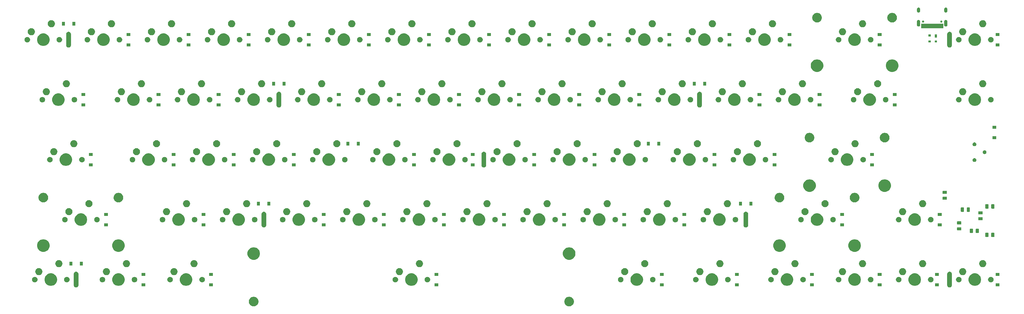
<source format=gbs>
G04 #@! TF.GenerationSoftware,KiCad,Pcbnew,(5.0.2)-1*
G04 #@! TF.CreationDate,2019-03-25T13:48:11+01:00*
G04 #@! TF.ProjectId,board_arm,626f6172-645f-4617-926d-2e6b69636164,rev?*
G04 #@! TF.SameCoordinates,Original*
G04 #@! TF.FileFunction,Soldermask,Bot*
G04 #@! TF.FilePolarity,Negative*
%FSLAX46Y46*%
G04 Gerber Fmt 4.6, Leading zero omitted, Abs format (unit mm)*
G04 Created by KiCad (PCBNEW (5.0.2)-1) date 25/03/2019 13:48:11*
%MOMM*%
%LPD*%
G01*
G04 APERTURE LIST*
%ADD10C,0.100000*%
G04 APERTURE END LIST*
D10*
G36*
X224079395Y-154705522D02*
X224275684Y-154744566D01*
X224553035Y-154859449D01*
X224802646Y-155026234D01*
X225014916Y-155238504D01*
X225014918Y-155238507D01*
X225181701Y-155488115D01*
X225296584Y-155765466D01*
X225355150Y-156059899D01*
X225355150Y-156360101D01*
X225296584Y-156654534D01*
X225181701Y-156931885D01*
X225014916Y-157181496D01*
X224802646Y-157393766D01*
X224802643Y-157393768D01*
X224553035Y-157560551D01*
X224275684Y-157675434D01*
X224079395Y-157714478D01*
X223981252Y-157734000D01*
X223681048Y-157734000D01*
X223582905Y-157714478D01*
X223386616Y-157675434D01*
X223109265Y-157560551D01*
X222859657Y-157393768D01*
X222859654Y-157393766D01*
X222647384Y-157181496D01*
X222480599Y-156931885D01*
X222365716Y-156654534D01*
X222307150Y-156360101D01*
X222307150Y-156059899D01*
X222365716Y-155765466D01*
X222480599Y-155488115D01*
X222647382Y-155238507D01*
X222647384Y-155238504D01*
X222859654Y-155026234D01*
X223109265Y-154859449D01*
X223386616Y-154744566D01*
X223582905Y-154705522D01*
X223681048Y-154686000D01*
X223981252Y-154686000D01*
X224079395Y-154705522D01*
X224079395Y-154705522D01*
G37*
G36*
X124079595Y-154705522D02*
X124275884Y-154744566D01*
X124553235Y-154859449D01*
X124802846Y-155026234D01*
X125015116Y-155238504D01*
X125015118Y-155238507D01*
X125181901Y-155488115D01*
X125296784Y-155765466D01*
X125355350Y-156059899D01*
X125355350Y-156360101D01*
X125296784Y-156654534D01*
X125181901Y-156931885D01*
X125015116Y-157181496D01*
X124802846Y-157393766D01*
X124802843Y-157393768D01*
X124553235Y-157560551D01*
X124275884Y-157675434D01*
X124079595Y-157714478D01*
X123981452Y-157734000D01*
X123681248Y-157734000D01*
X123583105Y-157714478D01*
X123386816Y-157675434D01*
X123109465Y-157560551D01*
X122859857Y-157393768D01*
X122859854Y-157393766D01*
X122647584Y-157181496D01*
X122480799Y-156931885D01*
X122365916Y-156654534D01*
X122307350Y-156360101D01*
X122307350Y-156059899D01*
X122365916Y-155765466D01*
X122480799Y-155488115D01*
X122647582Y-155238507D01*
X122647584Y-155238504D01*
X122859854Y-155026234D01*
X123109465Y-154859449D01*
X123386816Y-154744566D01*
X123583105Y-154705522D01*
X123681248Y-154686000D01*
X123981452Y-154686000D01*
X124079595Y-154705522D01*
X124079595Y-154705522D01*
G37*
G36*
X344572026Y-146735852D02*
X344713400Y-146778738D01*
X344843690Y-146848378D01*
X344957899Y-146942107D01*
X345051620Y-147056306D01*
X345121262Y-147186599D01*
X345164148Y-147327973D01*
X345175000Y-147438161D01*
X345175000Y-151011839D01*
X345164148Y-151122027D01*
X345121262Y-151263401D01*
X345051620Y-151393694D01*
X344957896Y-151507896D01*
X344843694Y-151601620D01*
X344713401Y-151671262D01*
X344572027Y-151714148D01*
X344425000Y-151728628D01*
X344277974Y-151714148D01*
X344136600Y-151671262D01*
X344006307Y-151601620D01*
X343892105Y-151507896D01*
X343798381Y-151393694D01*
X343728739Y-151263401D01*
X343685853Y-151122027D01*
X343675001Y-151011839D01*
X343675000Y-147438162D01*
X343685852Y-147327974D01*
X343728738Y-147186600D01*
X343798378Y-147056310D01*
X343892107Y-146942101D01*
X344006306Y-146848380D01*
X344136599Y-146778738D01*
X344277973Y-146735852D01*
X344425000Y-146721372D01*
X344572026Y-146735852D01*
X344572026Y-146735852D01*
G37*
G36*
X67678276Y-146735852D02*
X67819650Y-146778738D01*
X67949940Y-146848378D01*
X68064149Y-146942107D01*
X68157870Y-147056306D01*
X68227512Y-147186599D01*
X68270398Y-147327973D01*
X68281250Y-147438161D01*
X68281250Y-151011839D01*
X68270398Y-151122027D01*
X68227512Y-151263401D01*
X68157870Y-151393694D01*
X68064146Y-151507896D01*
X67949944Y-151601620D01*
X67819651Y-151671262D01*
X67678277Y-151714148D01*
X67531250Y-151728628D01*
X67384224Y-151714148D01*
X67242850Y-151671262D01*
X67112557Y-151601620D01*
X66998355Y-151507896D01*
X66904631Y-151393694D01*
X66834989Y-151263401D01*
X66792103Y-151122027D01*
X66781251Y-151011839D01*
X66781250Y-147438162D01*
X66792102Y-147327974D01*
X66834988Y-147186600D01*
X66904628Y-147056310D01*
X66998357Y-146942101D01*
X67112556Y-146848380D01*
X67242849Y-146778738D01*
X67384223Y-146735852D01*
X67531250Y-146721372D01*
X67678276Y-146735852D01*
X67678276Y-146735852D01*
G37*
G36*
X341023500Y-151325000D02*
X339823500Y-151325000D01*
X339823500Y-150425000D01*
X341023500Y-150425000D01*
X341023500Y-151325000D01*
X341023500Y-151325000D01*
G37*
G36*
X89500000Y-151325000D02*
X88300000Y-151325000D01*
X88300000Y-150425000D01*
X89500000Y-150425000D01*
X89500000Y-151325000D01*
X89500000Y-151325000D01*
G37*
G36*
X110931250Y-151325000D02*
X109731250Y-151325000D01*
X109731250Y-150425000D01*
X110931250Y-150425000D01*
X110931250Y-151325000D01*
X110931250Y-151325000D01*
G37*
G36*
X360264000Y-151325000D02*
X359064000Y-151325000D01*
X359064000Y-150425000D01*
X360264000Y-150425000D01*
X360264000Y-151325000D01*
X360264000Y-151325000D01*
G37*
G36*
X322862500Y-151325000D02*
X321662500Y-151325000D01*
X321662500Y-150425000D01*
X322862500Y-150425000D01*
X322862500Y-151325000D01*
X322862500Y-151325000D01*
G37*
G36*
X277618750Y-151325000D02*
X276418750Y-151325000D01*
X276418750Y-150425000D01*
X277618750Y-150425000D01*
X277618750Y-151325000D01*
X277618750Y-151325000D01*
G37*
G36*
X253806250Y-151325000D02*
X252606250Y-151325000D01*
X252606250Y-150425000D01*
X253806250Y-150425000D01*
X253806250Y-151325000D01*
X253806250Y-151325000D01*
G37*
G36*
X182368750Y-151325000D02*
X181168750Y-151325000D01*
X181168750Y-150425000D01*
X182368750Y-150425000D01*
X182368750Y-151325000D01*
X182368750Y-151325000D01*
G37*
G36*
X301431250Y-151325000D02*
X300231250Y-151325000D01*
X300231250Y-150425000D01*
X301431250Y-150425000D01*
X301431250Y-151325000D01*
X301431250Y-151325000D01*
G37*
G36*
X245850349Y-147307724D02*
X246213216Y-147458028D01*
X246539787Y-147676236D01*
X246817514Y-147953963D01*
X247035722Y-148280534D01*
X247186026Y-148643401D01*
X247262650Y-149028618D01*
X247262650Y-149421382D01*
X247186026Y-149806599D01*
X247035722Y-150169466D01*
X246817514Y-150496037D01*
X246539787Y-150773764D01*
X246213216Y-150991972D01*
X245850349Y-151142276D01*
X245465132Y-151218900D01*
X245072368Y-151218900D01*
X244687151Y-151142276D01*
X244324284Y-150991972D01*
X243997713Y-150773764D01*
X243719986Y-150496037D01*
X243501778Y-150169466D01*
X243351474Y-149806599D01*
X243274850Y-149421382D01*
X243274850Y-149028618D01*
X243351474Y-148643401D01*
X243501778Y-148280534D01*
X243719986Y-147953963D01*
X243997713Y-147676236D01*
X244324284Y-147458028D01*
X244687151Y-147307724D01*
X245072368Y-147231100D01*
X245465132Y-147231100D01*
X245850349Y-147307724D01*
X245850349Y-147307724D01*
G37*
G36*
X314906599Y-147307724D02*
X315269466Y-147458028D01*
X315596037Y-147676236D01*
X315873764Y-147953963D01*
X316091972Y-148280534D01*
X316242276Y-148643401D01*
X316318900Y-149028618D01*
X316318900Y-149421382D01*
X316242276Y-149806599D01*
X316091972Y-150169466D01*
X315873764Y-150496037D01*
X315596037Y-150773764D01*
X315269466Y-150991972D01*
X314906599Y-151142276D01*
X314521382Y-151218900D01*
X314128618Y-151218900D01*
X313743401Y-151142276D01*
X313380534Y-150991972D01*
X313053963Y-150773764D01*
X312776236Y-150496037D01*
X312558028Y-150169466D01*
X312407724Y-149806599D01*
X312331100Y-149421382D01*
X312331100Y-149028618D01*
X312407724Y-148643401D01*
X312558028Y-148280534D01*
X312776236Y-147953963D01*
X313053963Y-147676236D01*
X313380534Y-147458028D01*
X313743401Y-147307724D01*
X314128618Y-147231100D01*
X314521382Y-147231100D01*
X314906599Y-147307724D01*
X314906599Y-147307724D01*
G37*
G36*
X81544099Y-147307724D02*
X81906966Y-147458028D01*
X82233537Y-147676236D01*
X82511264Y-147953963D01*
X82729472Y-148280534D01*
X82879776Y-148643401D01*
X82956400Y-149028618D01*
X82956400Y-149421382D01*
X82879776Y-149806599D01*
X82729472Y-150169466D01*
X82511264Y-150496037D01*
X82233537Y-150773764D01*
X81906966Y-150991972D01*
X81544099Y-151142276D01*
X81158882Y-151218900D01*
X80766118Y-151218900D01*
X80380901Y-151142276D01*
X80018034Y-150991972D01*
X79691463Y-150773764D01*
X79413736Y-150496037D01*
X79195528Y-150169466D01*
X79045224Y-149806599D01*
X78968600Y-149421382D01*
X78968600Y-149028618D01*
X79045224Y-148643401D01*
X79195528Y-148280534D01*
X79413736Y-147953963D01*
X79691463Y-147676236D01*
X80018034Y-147458028D01*
X80380901Y-147307724D01*
X80766118Y-147231100D01*
X81158882Y-147231100D01*
X81544099Y-147307724D01*
X81544099Y-147307724D01*
G37*
G36*
X269662849Y-147307724D02*
X270025716Y-147458028D01*
X270352287Y-147676236D01*
X270630014Y-147953963D01*
X270848222Y-148280534D01*
X270998526Y-148643401D01*
X271075150Y-149028618D01*
X271075150Y-149421382D01*
X270998526Y-149806599D01*
X270848222Y-150169466D01*
X270630014Y-150496037D01*
X270352287Y-150773764D01*
X270025716Y-150991972D01*
X269662849Y-151142276D01*
X269277632Y-151218900D01*
X268884868Y-151218900D01*
X268499651Y-151142276D01*
X268136784Y-150991972D01*
X267810213Y-150773764D01*
X267532486Y-150496037D01*
X267314278Y-150169466D01*
X267163974Y-149806599D01*
X267087350Y-149421382D01*
X267087350Y-149028618D01*
X267163974Y-148643401D01*
X267314278Y-148280534D01*
X267532486Y-147953963D01*
X267810213Y-147676236D01*
X268136784Y-147458028D01*
X268499651Y-147307724D01*
X268884868Y-147231100D01*
X269277632Y-147231100D01*
X269662849Y-147307724D01*
X269662849Y-147307724D01*
G37*
G36*
X293475349Y-147307724D02*
X293838216Y-147458028D01*
X294164787Y-147676236D01*
X294442514Y-147953963D01*
X294660722Y-148280534D01*
X294811026Y-148643401D01*
X294887650Y-149028618D01*
X294887650Y-149421382D01*
X294811026Y-149806599D01*
X294660722Y-150169466D01*
X294442514Y-150496037D01*
X294164787Y-150773764D01*
X293838216Y-150991972D01*
X293475349Y-151142276D01*
X293090132Y-151218900D01*
X292697368Y-151218900D01*
X292312151Y-151142276D01*
X291949284Y-150991972D01*
X291622713Y-150773764D01*
X291344986Y-150496037D01*
X291126778Y-150169466D01*
X290976474Y-149806599D01*
X290899850Y-149421382D01*
X290899850Y-149028618D01*
X290976474Y-148643401D01*
X291126778Y-148280534D01*
X291344986Y-147953963D01*
X291622713Y-147676236D01*
X291949284Y-147458028D01*
X292312151Y-147307724D01*
X292697368Y-147231100D01*
X293090132Y-147231100D01*
X293475349Y-147307724D01*
X293475349Y-147307724D01*
G37*
G36*
X333956599Y-147307724D02*
X334319466Y-147458028D01*
X334646037Y-147676236D01*
X334923764Y-147953963D01*
X335141972Y-148280534D01*
X335292276Y-148643401D01*
X335368900Y-149028618D01*
X335368900Y-149421382D01*
X335292276Y-149806599D01*
X335141972Y-150169466D01*
X334923764Y-150496037D01*
X334646037Y-150773764D01*
X334319466Y-150991972D01*
X333956599Y-151142276D01*
X333571382Y-151218900D01*
X333178618Y-151218900D01*
X332793401Y-151142276D01*
X332430534Y-150991972D01*
X332103963Y-150773764D01*
X331826236Y-150496037D01*
X331608028Y-150169466D01*
X331457724Y-149806599D01*
X331381100Y-149421382D01*
X331381100Y-149028618D01*
X331457724Y-148643401D01*
X331608028Y-148280534D01*
X331826236Y-147953963D01*
X332103963Y-147676236D01*
X332430534Y-147458028D01*
X332793401Y-147307724D01*
X333178618Y-147231100D01*
X333571382Y-147231100D01*
X333956599Y-147307724D01*
X333956599Y-147307724D01*
G37*
G36*
X353006599Y-147307724D02*
X353369466Y-147458028D01*
X353696037Y-147676236D01*
X353973764Y-147953963D01*
X354191972Y-148280534D01*
X354342276Y-148643401D01*
X354418900Y-149028618D01*
X354418900Y-149421382D01*
X354342276Y-149806599D01*
X354191972Y-150169466D01*
X353973764Y-150496037D01*
X353696037Y-150773764D01*
X353369466Y-150991972D01*
X353006599Y-151142276D01*
X352621382Y-151218900D01*
X352228618Y-151218900D01*
X351843401Y-151142276D01*
X351480534Y-150991972D01*
X351153963Y-150773764D01*
X350876236Y-150496037D01*
X350658028Y-150169466D01*
X350507724Y-149806599D01*
X350431100Y-149421382D01*
X350431100Y-149028618D01*
X350507724Y-148643401D01*
X350658028Y-148280534D01*
X350876236Y-147953963D01*
X351153963Y-147676236D01*
X351480534Y-147458028D01*
X351843401Y-147307724D01*
X352228618Y-147231100D01*
X352621382Y-147231100D01*
X353006599Y-147307724D01*
X353006599Y-147307724D01*
G37*
G36*
X174412849Y-147307724D02*
X174775716Y-147458028D01*
X175102287Y-147676236D01*
X175380014Y-147953963D01*
X175598222Y-148280534D01*
X175748526Y-148643401D01*
X175825150Y-149028618D01*
X175825150Y-149421382D01*
X175748526Y-149806599D01*
X175598222Y-150169466D01*
X175380014Y-150496037D01*
X175102287Y-150773764D01*
X174775716Y-150991972D01*
X174412849Y-151142276D01*
X174027632Y-151218900D01*
X173634868Y-151218900D01*
X173249651Y-151142276D01*
X172886784Y-150991972D01*
X172560213Y-150773764D01*
X172282486Y-150496037D01*
X172064278Y-150169466D01*
X171913974Y-149806599D01*
X171837350Y-149421382D01*
X171837350Y-149028618D01*
X171913974Y-148643401D01*
X172064278Y-148280534D01*
X172282486Y-147953963D01*
X172560213Y-147676236D01*
X172886784Y-147458028D01*
X173249651Y-147307724D01*
X173634868Y-147231100D01*
X174027632Y-147231100D01*
X174412849Y-147307724D01*
X174412849Y-147307724D01*
G37*
G36*
X60112849Y-147307724D02*
X60475716Y-147458028D01*
X60802287Y-147676236D01*
X61080014Y-147953963D01*
X61298222Y-148280534D01*
X61448526Y-148643401D01*
X61525150Y-149028618D01*
X61525150Y-149421382D01*
X61448526Y-149806599D01*
X61298222Y-150169466D01*
X61080014Y-150496037D01*
X60802287Y-150773764D01*
X60475716Y-150991972D01*
X60112849Y-151142276D01*
X59727632Y-151218900D01*
X59334868Y-151218900D01*
X58949651Y-151142276D01*
X58586784Y-150991972D01*
X58260213Y-150773764D01*
X57982486Y-150496037D01*
X57764278Y-150169466D01*
X57613974Y-149806599D01*
X57537350Y-149421382D01*
X57537350Y-149028618D01*
X57613974Y-148643401D01*
X57764278Y-148280534D01*
X57982486Y-147953963D01*
X58260213Y-147676236D01*
X58586784Y-147458028D01*
X58949651Y-147307724D01*
X59334868Y-147231100D01*
X59727632Y-147231100D01*
X60112849Y-147307724D01*
X60112849Y-147307724D01*
G37*
G36*
X102975349Y-147307724D02*
X103338216Y-147458028D01*
X103664787Y-147676236D01*
X103942514Y-147953963D01*
X104160722Y-148280534D01*
X104311026Y-148643401D01*
X104387650Y-149028618D01*
X104387650Y-149421382D01*
X104311026Y-149806599D01*
X104160722Y-150169466D01*
X103942514Y-150496037D01*
X103664787Y-150773764D01*
X103338216Y-150991972D01*
X102975349Y-151142276D01*
X102590132Y-151218900D01*
X102197368Y-151218900D01*
X101812151Y-151142276D01*
X101449284Y-150991972D01*
X101122713Y-150773764D01*
X100844986Y-150496037D01*
X100626778Y-150169466D01*
X100476474Y-149806599D01*
X100399850Y-149421382D01*
X100399850Y-149028618D01*
X100476474Y-148643401D01*
X100626778Y-148280534D01*
X100844986Y-147953963D01*
X101122713Y-147676236D01*
X101449284Y-147458028D01*
X101812151Y-147307724D01*
X102197368Y-147231100D01*
X102590132Y-147231100D01*
X102975349Y-147307724D01*
X102975349Y-147307724D01*
G37*
G36*
X264256478Y-148383625D02*
X264415717Y-148449584D01*
X264559033Y-148545345D01*
X264680905Y-148667217D01*
X264776666Y-148810533D01*
X264842625Y-148969772D01*
X264876250Y-149138819D01*
X264876250Y-149311181D01*
X264842625Y-149480228D01*
X264776666Y-149639467D01*
X264680905Y-149782783D01*
X264559033Y-149904655D01*
X264415717Y-150000416D01*
X264256478Y-150066375D01*
X264087431Y-150100000D01*
X263915069Y-150100000D01*
X263746022Y-150066375D01*
X263586783Y-150000416D01*
X263443467Y-149904655D01*
X263321595Y-149782783D01*
X263225834Y-149639467D01*
X263159875Y-149480228D01*
X263126250Y-149311181D01*
X263126250Y-149138819D01*
X263159875Y-148969772D01*
X263225834Y-148810533D01*
X263321595Y-148667217D01*
X263443467Y-148545345D01*
X263586783Y-148449584D01*
X263746022Y-148383625D01*
X263915069Y-148350000D01*
X264087431Y-148350000D01*
X264256478Y-148383625D01*
X264256478Y-148383625D01*
G37*
G36*
X328550228Y-148383625D02*
X328709467Y-148449584D01*
X328852783Y-148545345D01*
X328974655Y-148667217D01*
X329070416Y-148810533D01*
X329136375Y-148969772D01*
X329170000Y-149138819D01*
X329170000Y-149311181D01*
X329136375Y-149480228D01*
X329070416Y-149639467D01*
X328974655Y-149782783D01*
X328852783Y-149904655D01*
X328709467Y-150000416D01*
X328550228Y-150066375D01*
X328381181Y-150100000D01*
X328208819Y-150100000D01*
X328039772Y-150066375D01*
X327880533Y-150000416D01*
X327737217Y-149904655D01*
X327615345Y-149782783D01*
X327519584Y-149639467D01*
X327453625Y-149480228D01*
X327420000Y-149311181D01*
X327420000Y-149138819D01*
X327453625Y-148969772D01*
X327519584Y-148810533D01*
X327615345Y-148667217D01*
X327737217Y-148545345D01*
X327880533Y-148449584D01*
X328039772Y-148383625D01*
X328208819Y-148350000D01*
X328381181Y-148350000D01*
X328550228Y-148383625D01*
X328550228Y-148383625D01*
G37*
G36*
X357760228Y-148383625D02*
X357919467Y-148449584D01*
X358062783Y-148545345D01*
X358184655Y-148667217D01*
X358280416Y-148810533D01*
X358346375Y-148969772D01*
X358380000Y-149138819D01*
X358380000Y-149311181D01*
X358346375Y-149480228D01*
X358280416Y-149639467D01*
X358184655Y-149782783D01*
X358062783Y-149904655D01*
X357919467Y-150000416D01*
X357760228Y-150066375D01*
X357591181Y-150100000D01*
X357418819Y-150100000D01*
X357249772Y-150066375D01*
X357090533Y-150000416D01*
X356947217Y-149904655D01*
X356825345Y-149782783D01*
X356729584Y-149639467D01*
X356663625Y-149480228D01*
X356630000Y-149311181D01*
X356630000Y-149138819D01*
X356663625Y-148969772D01*
X356729584Y-148810533D01*
X356825345Y-148667217D01*
X356947217Y-148545345D01*
X357090533Y-148449584D01*
X357249772Y-148383625D01*
X357418819Y-148350000D01*
X357591181Y-148350000D01*
X357760228Y-148383625D01*
X357760228Y-148383625D01*
G37*
G36*
X54706478Y-148383625D02*
X54865717Y-148449584D01*
X55009033Y-148545345D01*
X55130905Y-148667217D01*
X55226666Y-148810533D01*
X55292625Y-148969772D01*
X55326250Y-149138819D01*
X55326250Y-149311181D01*
X55292625Y-149480228D01*
X55226666Y-149639467D01*
X55130905Y-149782783D01*
X55009033Y-149904655D01*
X54865717Y-150000416D01*
X54706478Y-150066375D01*
X54537431Y-150100000D01*
X54365069Y-150100000D01*
X54196022Y-150066375D01*
X54036783Y-150000416D01*
X53893467Y-149904655D01*
X53771595Y-149782783D01*
X53675834Y-149639467D01*
X53609875Y-149480228D01*
X53576250Y-149311181D01*
X53576250Y-149138819D01*
X53609875Y-148969772D01*
X53675834Y-148810533D01*
X53771595Y-148667217D01*
X53893467Y-148545345D01*
X54036783Y-148449584D01*
X54196022Y-148383625D01*
X54365069Y-148350000D01*
X54537431Y-148350000D01*
X54706478Y-148383625D01*
X54706478Y-148383625D01*
G37*
G36*
X64866478Y-148383625D02*
X65025717Y-148449584D01*
X65169033Y-148545345D01*
X65290905Y-148667217D01*
X65386666Y-148810533D01*
X65452625Y-148969772D01*
X65486250Y-149138819D01*
X65486250Y-149311181D01*
X65452625Y-149480228D01*
X65386666Y-149639467D01*
X65290905Y-149782783D01*
X65169033Y-149904655D01*
X65025717Y-150000416D01*
X64866478Y-150066375D01*
X64697431Y-150100000D01*
X64525069Y-150100000D01*
X64356022Y-150066375D01*
X64196783Y-150000416D01*
X64053467Y-149904655D01*
X63931595Y-149782783D01*
X63835834Y-149639467D01*
X63769875Y-149480228D01*
X63736250Y-149311181D01*
X63736250Y-149138819D01*
X63769875Y-148969772D01*
X63835834Y-148810533D01*
X63931595Y-148667217D01*
X64053467Y-148545345D01*
X64196783Y-148449584D01*
X64356022Y-148383625D01*
X64525069Y-148350000D01*
X64697431Y-148350000D01*
X64866478Y-148383625D01*
X64866478Y-148383625D01*
G37*
G36*
X347600228Y-148383625D02*
X347759467Y-148449584D01*
X347902783Y-148545345D01*
X348024655Y-148667217D01*
X348120416Y-148810533D01*
X348186375Y-148969772D01*
X348220000Y-149138819D01*
X348220000Y-149311181D01*
X348186375Y-149480228D01*
X348120416Y-149639467D01*
X348024655Y-149782783D01*
X347902783Y-149904655D01*
X347759467Y-150000416D01*
X347600228Y-150066375D01*
X347431181Y-150100000D01*
X347258819Y-150100000D01*
X347089772Y-150066375D01*
X346930533Y-150000416D01*
X346787217Y-149904655D01*
X346665345Y-149782783D01*
X346569584Y-149639467D01*
X346503625Y-149480228D01*
X346470000Y-149311181D01*
X346470000Y-149138819D01*
X346503625Y-148969772D01*
X346569584Y-148810533D01*
X346665345Y-148667217D01*
X346787217Y-148545345D01*
X346930533Y-148449584D01*
X347089772Y-148383625D01*
X347258819Y-148350000D01*
X347431181Y-148350000D01*
X347600228Y-148383625D01*
X347600228Y-148383625D01*
G37*
G36*
X309500228Y-148383625D02*
X309659467Y-148449584D01*
X309802783Y-148545345D01*
X309924655Y-148667217D01*
X310020416Y-148810533D01*
X310086375Y-148969772D01*
X310120000Y-149138819D01*
X310120000Y-149311181D01*
X310086375Y-149480228D01*
X310020416Y-149639467D01*
X309924655Y-149782783D01*
X309802783Y-149904655D01*
X309659467Y-150000416D01*
X309500228Y-150066375D01*
X309331181Y-150100000D01*
X309158819Y-150100000D01*
X308989772Y-150066375D01*
X308830533Y-150000416D01*
X308687217Y-149904655D01*
X308565345Y-149782783D01*
X308469584Y-149639467D01*
X308403625Y-149480228D01*
X308370000Y-149311181D01*
X308370000Y-149138819D01*
X308403625Y-148969772D01*
X308469584Y-148810533D01*
X308565345Y-148667217D01*
X308687217Y-148545345D01*
X308830533Y-148449584D01*
X308989772Y-148383625D01*
X309158819Y-148350000D01*
X309331181Y-148350000D01*
X309500228Y-148383625D01*
X309500228Y-148383625D01*
G37*
G36*
X274416478Y-148383625D02*
X274575717Y-148449584D01*
X274719033Y-148545345D01*
X274840905Y-148667217D01*
X274936666Y-148810533D01*
X275002625Y-148969772D01*
X275036250Y-149138819D01*
X275036250Y-149311181D01*
X275002625Y-149480228D01*
X274936666Y-149639467D01*
X274840905Y-149782783D01*
X274719033Y-149904655D01*
X274575717Y-150000416D01*
X274416478Y-150066375D01*
X274247431Y-150100000D01*
X274075069Y-150100000D01*
X273906022Y-150066375D01*
X273746783Y-150000416D01*
X273603467Y-149904655D01*
X273481595Y-149782783D01*
X273385834Y-149639467D01*
X273319875Y-149480228D01*
X273286250Y-149311181D01*
X273286250Y-149138819D01*
X273319875Y-148969772D01*
X273385834Y-148810533D01*
X273481595Y-148667217D01*
X273603467Y-148545345D01*
X273746783Y-148449584D01*
X273906022Y-148383625D01*
X274075069Y-148350000D01*
X274247431Y-148350000D01*
X274416478Y-148383625D01*
X274416478Y-148383625D01*
G37*
G36*
X86297728Y-148383625D02*
X86456967Y-148449584D01*
X86600283Y-148545345D01*
X86722155Y-148667217D01*
X86817916Y-148810533D01*
X86883875Y-148969772D01*
X86917500Y-149138819D01*
X86917500Y-149311181D01*
X86883875Y-149480228D01*
X86817916Y-149639467D01*
X86722155Y-149782783D01*
X86600283Y-149904655D01*
X86456967Y-150000416D01*
X86297728Y-150066375D01*
X86128681Y-150100000D01*
X85956319Y-150100000D01*
X85787272Y-150066375D01*
X85628033Y-150000416D01*
X85484717Y-149904655D01*
X85362845Y-149782783D01*
X85267084Y-149639467D01*
X85201125Y-149480228D01*
X85167500Y-149311181D01*
X85167500Y-149138819D01*
X85201125Y-148969772D01*
X85267084Y-148810533D01*
X85362845Y-148667217D01*
X85484717Y-148545345D01*
X85628033Y-148449584D01*
X85787272Y-148383625D01*
X85956319Y-148350000D01*
X86128681Y-148350000D01*
X86297728Y-148383625D01*
X86297728Y-148383625D01*
G37*
G36*
X76137728Y-148383625D02*
X76296967Y-148449584D01*
X76440283Y-148545345D01*
X76562155Y-148667217D01*
X76657916Y-148810533D01*
X76723875Y-148969772D01*
X76757500Y-149138819D01*
X76757500Y-149311181D01*
X76723875Y-149480228D01*
X76657916Y-149639467D01*
X76562155Y-149782783D01*
X76440283Y-149904655D01*
X76296967Y-150000416D01*
X76137728Y-150066375D01*
X75968681Y-150100000D01*
X75796319Y-150100000D01*
X75627272Y-150066375D01*
X75468033Y-150000416D01*
X75324717Y-149904655D01*
X75202845Y-149782783D01*
X75107084Y-149639467D01*
X75041125Y-149480228D01*
X75007500Y-149311181D01*
X75007500Y-149138819D01*
X75041125Y-148969772D01*
X75107084Y-148810533D01*
X75202845Y-148667217D01*
X75324717Y-148545345D01*
X75468033Y-148449584D01*
X75627272Y-148383625D01*
X75796319Y-148350000D01*
X75968681Y-148350000D01*
X76137728Y-148383625D01*
X76137728Y-148383625D01*
G37*
G36*
X179166478Y-148383625D02*
X179325717Y-148449584D01*
X179469033Y-148545345D01*
X179590905Y-148667217D01*
X179686666Y-148810533D01*
X179752625Y-148969772D01*
X179786250Y-149138819D01*
X179786250Y-149311181D01*
X179752625Y-149480228D01*
X179686666Y-149639467D01*
X179590905Y-149782783D01*
X179469033Y-149904655D01*
X179325717Y-150000416D01*
X179166478Y-150066375D01*
X178997431Y-150100000D01*
X178825069Y-150100000D01*
X178656022Y-150066375D01*
X178496783Y-150000416D01*
X178353467Y-149904655D01*
X178231595Y-149782783D01*
X178135834Y-149639467D01*
X178069875Y-149480228D01*
X178036250Y-149311181D01*
X178036250Y-149138819D01*
X178069875Y-148969772D01*
X178135834Y-148810533D01*
X178231595Y-148667217D01*
X178353467Y-148545345D01*
X178496783Y-148449584D01*
X178656022Y-148383625D01*
X178825069Y-148350000D01*
X178997431Y-148350000D01*
X179166478Y-148383625D01*
X179166478Y-148383625D01*
G37*
G36*
X298228978Y-148383625D02*
X298388217Y-148449584D01*
X298531533Y-148545345D01*
X298653405Y-148667217D01*
X298749166Y-148810533D01*
X298815125Y-148969772D01*
X298848750Y-149138819D01*
X298848750Y-149311181D01*
X298815125Y-149480228D01*
X298749166Y-149639467D01*
X298653405Y-149782783D01*
X298531533Y-149904655D01*
X298388217Y-150000416D01*
X298228978Y-150066375D01*
X298059931Y-150100000D01*
X297887569Y-150100000D01*
X297718522Y-150066375D01*
X297559283Y-150000416D01*
X297415967Y-149904655D01*
X297294095Y-149782783D01*
X297198334Y-149639467D01*
X297132375Y-149480228D01*
X297098750Y-149311181D01*
X297098750Y-149138819D01*
X297132375Y-148969772D01*
X297198334Y-148810533D01*
X297294095Y-148667217D01*
X297415967Y-148545345D01*
X297559283Y-148449584D01*
X297718522Y-148383625D01*
X297887569Y-148350000D01*
X298059931Y-148350000D01*
X298228978Y-148383625D01*
X298228978Y-148383625D01*
G37*
G36*
X288068978Y-148383625D02*
X288228217Y-148449584D01*
X288371533Y-148545345D01*
X288493405Y-148667217D01*
X288589166Y-148810533D01*
X288655125Y-148969772D01*
X288688750Y-149138819D01*
X288688750Y-149311181D01*
X288655125Y-149480228D01*
X288589166Y-149639467D01*
X288493405Y-149782783D01*
X288371533Y-149904655D01*
X288228217Y-150000416D01*
X288068978Y-150066375D01*
X287899931Y-150100000D01*
X287727569Y-150100000D01*
X287558522Y-150066375D01*
X287399283Y-150000416D01*
X287255967Y-149904655D01*
X287134095Y-149782783D01*
X287038334Y-149639467D01*
X286972375Y-149480228D01*
X286938750Y-149311181D01*
X286938750Y-149138819D01*
X286972375Y-148969772D01*
X287038334Y-148810533D01*
X287134095Y-148667217D01*
X287255967Y-148545345D01*
X287399283Y-148449584D01*
X287558522Y-148383625D01*
X287727569Y-148350000D01*
X287899931Y-148350000D01*
X288068978Y-148383625D01*
X288068978Y-148383625D01*
G37*
G36*
X97568978Y-148383625D02*
X97728217Y-148449584D01*
X97871533Y-148545345D01*
X97993405Y-148667217D01*
X98089166Y-148810533D01*
X98155125Y-148969772D01*
X98188750Y-149138819D01*
X98188750Y-149311181D01*
X98155125Y-149480228D01*
X98089166Y-149639467D01*
X97993405Y-149782783D01*
X97871533Y-149904655D01*
X97728217Y-150000416D01*
X97568978Y-150066375D01*
X97399931Y-150100000D01*
X97227569Y-150100000D01*
X97058522Y-150066375D01*
X96899283Y-150000416D01*
X96755967Y-149904655D01*
X96634095Y-149782783D01*
X96538334Y-149639467D01*
X96472375Y-149480228D01*
X96438750Y-149311181D01*
X96438750Y-149138819D01*
X96472375Y-148969772D01*
X96538334Y-148810533D01*
X96634095Y-148667217D01*
X96755967Y-148545345D01*
X96899283Y-148449584D01*
X97058522Y-148383625D01*
X97227569Y-148350000D01*
X97399931Y-148350000D01*
X97568978Y-148383625D01*
X97568978Y-148383625D01*
G37*
G36*
X169006478Y-148383625D02*
X169165717Y-148449584D01*
X169309033Y-148545345D01*
X169430905Y-148667217D01*
X169526666Y-148810533D01*
X169592625Y-148969772D01*
X169626250Y-149138819D01*
X169626250Y-149311181D01*
X169592625Y-149480228D01*
X169526666Y-149639467D01*
X169430905Y-149782783D01*
X169309033Y-149904655D01*
X169165717Y-150000416D01*
X169006478Y-150066375D01*
X168837431Y-150100000D01*
X168665069Y-150100000D01*
X168496022Y-150066375D01*
X168336783Y-150000416D01*
X168193467Y-149904655D01*
X168071595Y-149782783D01*
X167975834Y-149639467D01*
X167909875Y-149480228D01*
X167876250Y-149311181D01*
X167876250Y-149138819D01*
X167909875Y-148969772D01*
X167975834Y-148810533D01*
X168071595Y-148667217D01*
X168193467Y-148545345D01*
X168336783Y-148449584D01*
X168496022Y-148383625D01*
X168665069Y-148350000D01*
X168837431Y-148350000D01*
X169006478Y-148383625D01*
X169006478Y-148383625D01*
G37*
G36*
X107728978Y-148383625D02*
X107888217Y-148449584D01*
X108031533Y-148545345D01*
X108153405Y-148667217D01*
X108249166Y-148810533D01*
X108315125Y-148969772D01*
X108348750Y-149138819D01*
X108348750Y-149311181D01*
X108315125Y-149480228D01*
X108249166Y-149639467D01*
X108153405Y-149782783D01*
X108031533Y-149904655D01*
X107888217Y-150000416D01*
X107728978Y-150066375D01*
X107559931Y-150100000D01*
X107387569Y-150100000D01*
X107218522Y-150066375D01*
X107059283Y-150000416D01*
X106915967Y-149904655D01*
X106794095Y-149782783D01*
X106698334Y-149639467D01*
X106632375Y-149480228D01*
X106598750Y-149311181D01*
X106598750Y-149138819D01*
X106632375Y-148969772D01*
X106698334Y-148810533D01*
X106794095Y-148667217D01*
X106915967Y-148545345D01*
X107059283Y-148449584D01*
X107218522Y-148383625D01*
X107387569Y-148350000D01*
X107559931Y-148350000D01*
X107728978Y-148383625D01*
X107728978Y-148383625D01*
G37*
G36*
X240443978Y-148383625D02*
X240603217Y-148449584D01*
X240746533Y-148545345D01*
X240868405Y-148667217D01*
X240964166Y-148810533D01*
X241030125Y-148969772D01*
X241063750Y-149138819D01*
X241063750Y-149311181D01*
X241030125Y-149480228D01*
X240964166Y-149639467D01*
X240868405Y-149782783D01*
X240746533Y-149904655D01*
X240603217Y-150000416D01*
X240443978Y-150066375D01*
X240274931Y-150100000D01*
X240102569Y-150100000D01*
X239933522Y-150066375D01*
X239774283Y-150000416D01*
X239630967Y-149904655D01*
X239509095Y-149782783D01*
X239413334Y-149639467D01*
X239347375Y-149480228D01*
X239313750Y-149311181D01*
X239313750Y-149138819D01*
X239347375Y-148969772D01*
X239413334Y-148810533D01*
X239509095Y-148667217D01*
X239630967Y-148545345D01*
X239774283Y-148449584D01*
X239933522Y-148383625D01*
X240102569Y-148350000D01*
X240274931Y-148350000D01*
X240443978Y-148383625D01*
X240443978Y-148383625D01*
G37*
G36*
X250603978Y-148383625D02*
X250763217Y-148449584D01*
X250906533Y-148545345D01*
X251028405Y-148667217D01*
X251124166Y-148810533D01*
X251190125Y-148969772D01*
X251223750Y-149138819D01*
X251223750Y-149311181D01*
X251190125Y-149480228D01*
X251124166Y-149639467D01*
X251028405Y-149782783D01*
X250906533Y-149904655D01*
X250763217Y-150000416D01*
X250603978Y-150066375D01*
X250434931Y-150100000D01*
X250262569Y-150100000D01*
X250093522Y-150066375D01*
X249934283Y-150000416D01*
X249790967Y-149904655D01*
X249669095Y-149782783D01*
X249573334Y-149639467D01*
X249507375Y-149480228D01*
X249473750Y-149311181D01*
X249473750Y-149138819D01*
X249507375Y-148969772D01*
X249573334Y-148810533D01*
X249669095Y-148667217D01*
X249790967Y-148545345D01*
X249934283Y-148449584D01*
X250093522Y-148383625D01*
X250262569Y-148350000D01*
X250434931Y-148350000D01*
X250603978Y-148383625D01*
X250603978Y-148383625D01*
G37*
G36*
X319660228Y-148383625D02*
X319819467Y-148449584D01*
X319962783Y-148545345D01*
X320084655Y-148667217D01*
X320180416Y-148810533D01*
X320246375Y-148969772D01*
X320280000Y-149138819D01*
X320280000Y-149311181D01*
X320246375Y-149480228D01*
X320180416Y-149639467D01*
X320084655Y-149782783D01*
X319962783Y-149904655D01*
X319819467Y-150000416D01*
X319660228Y-150066375D01*
X319491181Y-150100000D01*
X319318819Y-150100000D01*
X319149772Y-150066375D01*
X318990533Y-150000416D01*
X318847217Y-149904655D01*
X318725345Y-149782783D01*
X318629584Y-149639467D01*
X318563625Y-149480228D01*
X318530000Y-149311181D01*
X318530000Y-149138819D01*
X318563625Y-148969772D01*
X318629584Y-148810533D01*
X318725345Y-148667217D01*
X318847217Y-148545345D01*
X318990533Y-148449584D01*
X319149772Y-148383625D01*
X319318819Y-148350000D01*
X319491181Y-148350000D01*
X319660228Y-148383625D01*
X319660228Y-148383625D01*
G37*
G36*
X338710228Y-148383625D02*
X338869467Y-148449584D01*
X339012783Y-148545345D01*
X339134655Y-148667217D01*
X339230416Y-148810533D01*
X339296375Y-148969772D01*
X339330000Y-149138819D01*
X339330000Y-149311181D01*
X339296375Y-149480228D01*
X339230416Y-149639467D01*
X339134655Y-149782783D01*
X339012783Y-149904655D01*
X338869467Y-150000416D01*
X338710228Y-150066375D01*
X338541181Y-150100000D01*
X338368819Y-150100000D01*
X338199772Y-150066375D01*
X338040533Y-150000416D01*
X337897217Y-149904655D01*
X337775345Y-149782783D01*
X337679584Y-149639467D01*
X337613625Y-149480228D01*
X337580000Y-149311181D01*
X337580000Y-149138819D01*
X337613625Y-148969772D01*
X337679584Y-148810533D01*
X337775345Y-148667217D01*
X337897217Y-148545345D01*
X338040533Y-148449584D01*
X338199772Y-148383625D01*
X338368819Y-148350000D01*
X338541181Y-148350000D01*
X338710228Y-148383625D01*
X338710228Y-148383625D01*
G37*
G36*
X89500000Y-148025000D02*
X88300000Y-148025000D01*
X88300000Y-147125000D01*
X89500000Y-147125000D01*
X89500000Y-148025000D01*
X89500000Y-148025000D01*
G37*
G36*
X110931250Y-148025000D02*
X109731250Y-148025000D01*
X109731250Y-147125000D01*
X110931250Y-147125000D01*
X110931250Y-148025000D01*
X110931250Y-148025000D01*
G37*
G36*
X360264000Y-148025000D02*
X359064000Y-148025000D01*
X359064000Y-147125000D01*
X360264000Y-147125000D01*
X360264000Y-148025000D01*
X360264000Y-148025000D01*
G37*
G36*
X182368750Y-148025000D02*
X181168750Y-148025000D01*
X181168750Y-147125000D01*
X182368750Y-147125000D01*
X182368750Y-148025000D01*
X182368750Y-148025000D01*
G37*
G36*
X322862500Y-148025000D02*
X321662500Y-148025000D01*
X321662500Y-147125000D01*
X322862500Y-147125000D01*
X322862500Y-148025000D01*
X322862500Y-148025000D01*
G37*
G36*
X277618750Y-148025000D02*
X276418750Y-148025000D01*
X276418750Y-147125000D01*
X277618750Y-147125000D01*
X277618750Y-148025000D01*
X277618750Y-148025000D01*
G37*
G36*
X301431250Y-148025000D02*
X300231250Y-148025000D01*
X300231250Y-147125000D01*
X301431250Y-147125000D01*
X301431250Y-148025000D01*
X301431250Y-148025000D01*
G37*
G36*
X253806250Y-148025000D02*
X252606250Y-148025000D01*
X252606250Y-147125000D01*
X253806250Y-147125000D01*
X253806250Y-148025000D01*
X253806250Y-148025000D01*
G37*
G36*
X341023500Y-148025000D02*
X339823500Y-148025000D01*
X339823500Y-147125000D01*
X341023500Y-147125000D01*
X341023500Y-148025000D01*
X341023500Y-148025000D01*
G37*
G36*
X241623890Y-145570808D02*
X241786900Y-145603233D01*
X241991637Y-145688038D01*
X241991638Y-145688039D01*
X242175898Y-145811158D01*
X242332592Y-145967852D01*
X242332594Y-145967855D01*
X242455712Y-146152113D01*
X242540517Y-146356850D01*
X242583750Y-146574197D01*
X242583750Y-146795803D01*
X242540517Y-147013150D01*
X242455712Y-147217887D01*
X242455711Y-147217888D01*
X242332592Y-147402148D01*
X242175898Y-147558842D01*
X242175895Y-147558844D01*
X241991637Y-147681962D01*
X241786900Y-147766767D01*
X241623890Y-147799192D01*
X241569554Y-147810000D01*
X241347946Y-147810000D01*
X241293610Y-147799192D01*
X241130600Y-147766767D01*
X240925863Y-147681962D01*
X240741605Y-147558844D01*
X240741602Y-147558842D01*
X240584908Y-147402148D01*
X240461789Y-147217888D01*
X240461788Y-147217887D01*
X240376983Y-147013150D01*
X240333750Y-146795803D01*
X240333750Y-146574197D01*
X240376983Y-146356850D01*
X240461788Y-146152113D01*
X240584906Y-145967855D01*
X240584908Y-145967852D01*
X240741602Y-145811158D01*
X240925862Y-145688039D01*
X240925863Y-145688038D01*
X241130600Y-145603233D01*
X241293610Y-145570808D01*
X241347946Y-145560000D01*
X241569554Y-145560000D01*
X241623890Y-145570808D01*
X241623890Y-145570808D01*
G37*
G36*
X310680140Y-145570808D02*
X310843150Y-145603233D01*
X311047887Y-145688038D01*
X311047888Y-145688039D01*
X311232148Y-145811158D01*
X311388842Y-145967852D01*
X311388844Y-145967855D01*
X311511962Y-146152113D01*
X311596767Y-146356850D01*
X311640000Y-146574197D01*
X311640000Y-146795803D01*
X311596767Y-147013150D01*
X311511962Y-147217887D01*
X311511961Y-147217888D01*
X311388842Y-147402148D01*
X311232148Y-147558842D01*
X311232145Y-147558844D01*
X311047887Y-147681962D01*
X310843150Y-147766767D01*
X310680140Y-147799192D01*
X310625804Y-147810000D01*
X310404196Y-147810000D01*
X310349860Y-147799192D01*
X310186850Y-147766767D01*
X309982113Y-147681962D01*
X309797855Y-147558844D01*
X309797852Y-147558842D01*
X309641158Y-147402148D01*
X309518039Y-147217888D01*
X309518038Y-147217887D01*
X309433233Y-147013150D01*
X309390000Y-146795803D01*
X309390000Y-146574197D01*
X309433233Y-146356850D01*
X309518038Y-146152113D01*
X309641156Y-145967855D01*
X309641158Y-145967852D01*
X309797852Y-145811158D01*
X309982112Y-145688039D01*
X309982113Y-145688038D01*
X310186850Y-145603233D01*
X310349860Y-145570808D01*
X310404196Y-145560000D01*
X310625804Y-145560000D01*
X310680140Y-145570808D01*
X310680140Y-145570808D01*
G37*
G36*
X98748890Y-145570808D02*
X98911900Y-145603233D01*
X99116637Y-145688038D01*
X99116638Y-145688039D01*
X99300898Y-145811158D01*
X99457592Y-145967852D01*
X99457594Y-145967855D01*
X99580712Y-146152113D01*
X99665517Y-146356850D01*
X99708750Y-146574197D01*
X99708750Y-146795803D01*
X99665517Y-147013150D01*
X99580712Y-147217887D01*
X99580711Y-147217888D01*
X99457592Y-147402148D01*
X99300898Y-147558842D01*
X99300895Y-147558844D01*
X99116637Y-147681962D01*
X98911900Y-147766767D01*
X98748890Y-147799192D01*
X98694554Y-147810000D01*
X98472946Y-147810000D01*
X98418610Y-147799192D01*
X98255600Y-147766767D01*
X98050863Y-147681962D01*
X97866605Y-147558844D01*
X97866602Y-147558842D01*
X97709908Y-147402148D01*
X97586789Y-147217888D01*
X97586788Y-147217887D01*
X97501983Y-147013150D01*
X97458750Y-146795803D01*
X97458750Y-146574197D01*
X97501983Y-146356850D01*
X97586788Y-146152113D01*
X97709906Y-145967855D01*
X97709908Y-145967852D01*
X97866602Y-145811158D01*
X98050862Y-145688039D01*
X98050863Y-145688038D01*
X98255600Y-145603233D01*
X98418610Y-145570808D01*
X98472946Y-145560000D01*
X98694554Y-145560000D01*
X98748890Y-145570808D01*
X98748890Y-145570808D01*
G37*
G36*
X265436390Y-145570808D02*
X265599400Y-145603233D01*
X265804137Y-145688038D01*
X265804138Y-145688039D01*
X265988398Y-145811158D01*
X266145092Y-145967852D01*
X266145094Y-145967855D01*
X266268212Y-146152113D01*
X266353017Y-146356850D01*
X266396250Y-146574197D01*
X266396250Y-146795803D01*
X266353017Y-147013150D01*
X266268212Y-147217887D01*
X266268211Y-147217888D01*
X266145092Y-147402148D01*
X265988398Y-147558842D01*
X265988395Y-147558844D01*
X265804137Y-147681962D01*
X265599400Y-147766767D01*
X265436390Y-147799192D01*
X265382054Y-147810000D01*
X265160446Y-147810000D01*
X265106110Y-147799192D01*
X264943100Y-147766767D01*
X264738363Y-147681962D01*
X264554105Y-147558844D01*
X264554102Y-147558842D01*
X264397408Y-147402148D01*
X264274289Y-147217888D01*
X264274288Y-147217887D01*
X264189483Y-147013150D01*
X264146250Y-146795803D01*
X264146250Y-146574197D01*
X264189483Y-146356850D01*
X264274288Y-146152113D01*
X264397406Y-145967855D01*
X264397408Y-145967852D01*
X264554102Y-145811158D01*
X264738362Y-145688039D01*
X264738363Y-145688038D01*
X264943100Y-145603233D01*
X265106110Y-145570808D01*
X265160446Y-145560000D01*
X265382054Y-145560000D01*
X265436390Y-145570808D01*
X265436390Y-145570808D01*
G37*
G36*
X289248890Y-145570808D02*
X289411900Y-145603233D01*
X289616637Y-145688038D01*
X289616638Y-145688039D01*
X289800898Y-145811158D01*
X289957592Y-145967852D01*
X289957594Y-145967855D01*
X290080712Y-146152113D01*
X290165517Y-146356850D01*
X290208750Y-146574197D01*
X290208750Y-146795803D01*
X290165517Y-147013150D01*
X290080712Y-147217887D01*
X290080711Y-147217888D01*
X289957592Y-147402148D01*
X289800898Y-147558842D01*
X289800895Y-147558844D01*
X289616637Y-147681962D01*
X289411900Y-147766767D01*
X289248890Y-147799192D01*
X289194554Y-147810000D01*
X288972946Y-147810000D01*
X288918610Y-147799192D01*
X288755600Y-147766767D01*
X288550863Y-147681962D01*
X288366605Y-147558844D01*
X288366602Y-147558842D01*
X288209908Y-147402148D01*
X288086789Y-147217888D01*
X288086788Y-147217887D01*
X288001983Y-147013150D01*
X287958750Y-146795803D01*
X287958750Y-146574197D01*
X288001983Y-146356850D01*
X288086788Y-146152113D01*
X288209906Y-145967855D01*
X288209908Y-145967852D01*
X288366602Y-145811158D01*
X288550862Y-145688039D01*
X288550863Y-145688038D01*
X288755600Y-145603233D01*
X288918610Y-145570808D01*
X288972946Y-145560000D01*
X289194554Y-145560000D01*
X289248890Y-145570808D01*
X289248890Y-145570808D01*
G37*
G36*
X329730140Y-145570808D02*
X329893150Y-145603233D01*
X330097887Y-145688038D01*
X330097888Y-145688039D01*
X330282148Y-145811158D01*
X330438842Y-145967852D01*
X330438844Y-145967855D01*
X330561962Y-146152113D01*
X330646767Y-146356850D01*
X330690000Y-146574197D01*
X330690000Y-146795803D01*
X330646767Y-147013150D01*
X330561962Y-147217887D01*
X330561961Y-147217888D01*
X330438842Y-147402148D01*
X330282148Y-147558842D01*
X330282145Y-147558844D01*
X330097887Y-147681962D01*
X329893150Y-147766767D01*
X329730140Y-147799192D01*
X329675804Y-147810000D01*
X329454196Y-147810000D01*
X329399860Y-147799192D01*
X329236850Y-147766767D01*
X329032113Y-147681962D01*
X328847855Y-147558844D01*
X328847852Y-147558842D01*
X328691158Y-147402148D01*
X328568039Y-147217888D01*
X328568038Y-147217887D01*
X328483233Y-147013150D01*
X328440000Y-146795803D01*
X328440000Y-146574197D01*
X328483233Y-146356850D01*
X328568038Y-146152113D01*
X328691156Y-145967855D01*
X328691158Y-145967852D01*
X328847852Y-145811158D01*
X329032112Y-145688039D01*
X329032113Y-145688038D01*
X329236850Y-145603233D01*
X329399860Y-145570808D01*
X329454196Y-145560000D01*
X329675804Y-145560000D01*
X329730140Y-145570808D01*
X329730140Y-145570808D01*
G37*
G36*
X348780140Y-145570808D02*
X348943150Y-145603233D01*
X349147887Y-145688038D01*
X349147888Y-145688039D01*
X349332148Y-145811158D01*
X349488842Y-145967852D01*
X349488844Y-145967855D01*
X349611962Y-146152113D01*
X349696767Y-146356850D01*
X349740000Y-146574197D01*
X349740000Y-146795803D01*
X349696767Y-147013150D01*
X349611962Y-147217887D01*
X349611961Y-147217888D01*
X349488842Y-147402148D01*
X349332148Y-147558842D01*
X349332145Y-147558844D01*
X349147887Y-147681962D01*
X348943150Y-147766767D01*
X348780140Y-147799192D01*
X348725804Y-147810000D01*
X348504196Y-147810000D01*
X348449860Y-147799192D01*
X348286850Y-147766767D01*
X348082113Y-147681962D01*
X347897855Y-147558844D01*
X347897852Y-147558842D01*
X347741158Y-147402148D01*
X347618039Y-147217888D01*
X347618038Y-147217887D01*
X347533233Y-147013150D01*
X347490000Y-146795803D01*
X347490000Y-146574197D01*
X347533233Y-146356850D01*
X347618038Y-146152113D01*
X347741156Y-145967855D01*
X347741158Y-145967852D01*
X347897852Y-145811158D01*
X348082112Y-145688039D01*
X348082113Y-145688038D01*
X348286850Y-145603233D01*
X348449860Y-145570808D01*
X348504196Y-145560000D01*
X348725804Y-145560000D01*
X348780140Y-145570808D01*
X348780140Y-145570808D01*
G37*
G36*
X170186390Y-145570808D02*
X170349400Y-145603233D01*
X170554137Y-145688038D01*
X170554138Y-145688039D01*
X170738398Y-145811158D01*
X170895092Y-145967852D01*
X170895094Y-145967855D01*
X171018212Y-146152113D01*
X171103017Y-146356850D01*
X171146250Y-146574197D01*
X171146250Y-146795803D01*
X171103017Y-147013150D01*
X171018212Y-147217887D01*
X171018211Y-147217888D01*
X170895092Y-147402148D01*
X170738398Y-147558842D01*
X170738395Y-147558844D01*
X170554137Y-147681962D01*
X170349400Y-147766767D01*
X170186390Y-147799192D01*
X170132054Y-147810000D01*
X169910446Y-147810000D01*
X169856110Y-147799192D01*
X169693100Y-147766767D01*
X169488363Y-147681962D01*
X169304105Y-147558844D01*
X169304102Y-147558842D01*
X169147408Y-147402148D01*
X169024289Y-147217888D01*
X169024288Y-147217887D01*
X168939483Y-147013150D01*
X168896250Y-146795803D01*
X168896250Y-146574197D01*
X168939483Y-146356850D01*
X169024288Y-146152113D01*
X169147406Y-145967855D01*
X169147408Y-145967852D01*
X169304102Y-145811158D01*
X169488362Y-145688039D01*
X169488363Y-145688038D01*
X169693100Y-145603233D01*
X169856110Y-145570808D01*
X169910446Y-145560000D01*
X170132054Y-145560000D01*
X170186390Y-145570808D01*
X170186390Y-145570808D01*
G37*
G36*
X55886390Y-145570808D02*
X56049400Y-145603233D01*
X56254137Y-145688038D01*
X56254138Y-145688039D01*
X56438398Y-145811158D01*
X56595092Y-145967852D01*
X56595094Y-145967855D01*
X56718212Y-146152113D01*
X56803017Y-146356850D01*
X56846250Y-146574197D01*
X56846250Y-146795803D01*
X56803017Y-147013150D01*
X56718212Y-147217887D01*
X56718211Y-147217888D01*
X56595092Y-147402148D01*
X56438398Y-147558842D01*
X56438395Y-147558844D01*
X56254137Y-147681962D01*
X56049400Y-147766767D01*
X55886390Y-147799192D01*
X55832054Y-147810000D01*
X55610446Y-147810000D01*
X55556110Y-147799192D01*
X55393100Y-147766767D01*
X55188363Y-147681962D01*
X55004105Y-147558844D01*
X55004102Y-147558842D01*
X54847408Y-147402148D01*
X54724289Y-147217888D01*
X54724288Y-147217887D01*
X54639483Y-147013150D01*
X54596250Y-146795803D01*
X54596250Y-146574197D01*
X54639483Y-146356850D01*
X54724288Y-146152113D01*
X54847406Y-145967855D01*
X54847408Y-145967852D01*
X55004102Y-145811158D01*
X55188362Y-145688039D01*
X55188363Y-145688038D01*
X55393100Y-145603233D01*
X55556110Y-145570808D01*
X55610446Y-145560000D01*
X55832054Y-145560000D01*
X55886390Y-145570808D01*
X55886390Y-145570808D01*
G37*
G36*
X77317640Y-145570808D02*
X77480650Y-145603233D01*
X77685387Y-145688038D01*
X77685388Y-145688039D01*
X77869648Y-145811158D01*
X78026342Y-145967852D01*
X78026344Y-145967855D01*
X78149462Y-146152113D01*
X78234267Y-146356850D01*
X78277500Y-146574197D01*
X78277500Y-146795803D01*
X78234267Y-147013150D01*
X78149462Y-147217887D01*
X78149461Y-147217888D01*
X78026342Y-147402148D01*
X77869648Y-147558842D01*
X77869645Y-147558844D01*
X77685387Y-147681962D01*
X77480650Y-147766767D01*
X77317640Y-147799192D01*
X77263304Y-147810000D01*
X77041696Y-147810000D01*
X76987360Y-147799192D01*
X76824350Y-147766767D01*
X76619613Y-147681962D01*
X76435355Y-147558844D01*
X76435352Y-147558842D01*
X76278658Y-147402148D01*
X76155539Y-147217888D01*
X76155538Y-147217887D01*
X76070733Y-147013150D01*
X76027500Y-146795803D01*
X76027500Y-146574197D01*
X76070733Y-146356850D01*
X76155538Y-146152113D01*
X76278656Y-145967855D01*
X76278658Y-145967852D01*
X76435352Y-145811158D01*
X76619612Y-145688039D01*
X76619613Y-145688038D01*
X76824350Y-145603233D01*
X76987360Y-145570808D01*
X77041696Y-145560000D01*
X77263304Y-145560000D01*
X77317640Y-145570808D01*
X77317640Y-145570808D01*
G37*
G36*
X336080140Y-143030808D02*
X336243150Y-143063233D01*
X336447887Y-143148038D01*
X336447888Y-143148039D01*
X336632148Y-143271158D01*
X336788842Y-143427852D01*
X336788844Y-143427855D01*
X336911962Y-143612113D01*
X336996767Y-143816850D01*
X337040000Y-144034197D01*
X337040000Y-144255803D01*
X336996767Y-144473150D01*
X336911962Y-144677887D01*
X336911961Y-144677888D01*
X336788842Y-144862148D01*
X336632148Y-145018842D01*
X336632145Y-145018844D01*
X336447887Y-145141962D01*
X336243150Y-145226767D01*
X336080140Y-145259192D01*
X336025804Y-145270000D01*
X335804196Y-145270000D01*
X335749860Y-145259192D01*
X335586850Y-145226767D01*
X335382113Y-145141962D01*
X335197855Y-145018844D01*
X335197852Y-145018842D01*
X335041158Y-144862148D01*
X334918039Y-144677888D01*
X334918038Y-144677887D01*
X334833233Y-144473150D01*
X334790000Y-144255803D01*
X334790000Y-144034197D01*
X334833233Y-143816850D01*
X334918038Y-143612113D01*
X335041156Y-143427855D01*
X335041158Y-143427852D01*
X335197852Y-143271158D01*
X335382112Y-143148039D01*
X335382113Y-143148038D01*
X335586850Y-143063233D01*
X335749860Y-143030808D01*
X335804196Y-143020000D01*
X336025804Y-143020000D01*
X336080140Y-143030808D01*
X336080140Y-143030808D01*
G37*
G36*
X83667640Y-143030808D02*
X83830650Y-143063233D01*
X84035387Y-143148038D01*
X84035388Y-143148039D01*
X84219648Y-143271158D01*
X84376342Y-143427852D01*
X84376344Y-143427855D01*
X84499462Y-143612113D01*
X84584267Y-143816850D01*
X84627500Y-144034197D01*
X84627500Y-144255803D01*
X84584267Y-144473150D01*
X84499462Y-144677887D01*
X84499461Y-144677888D01*
X84376342Y-144862148D01*
X84219648Y-145018842D01*
X84219645Y-145018844D01*
X84035387Y-145141962D01*
X83830650Y-145226767D01*
X83667640Y-145259192D01*
X83613304Y-145270000D01*
X83391696Y-145270000D01*
X83337360Y-145259192D01*
X83174350Y-145226767D01*
X82969613Y-145141962D01*
X82785355Y-145018844D01*
X82785352Y-145018842D01*
X82628658Y-144862148D01*
X82505539Y-144677888D01*
X82505538Y-144677887D01*
X82420733Y-144473150D01*
X82377500Y-144255803D01*
X82377500Y-144034197D01*
X82420733Y-143816850D01*
X82505538Y-143612113D01*
X82628656Y-143427855D01*
X82628658Y-143427852D01*
X82785352Y-143271158D01*
X82969612Y-143148039D01*
X82969613Y-143148038D01*
X83174350Y-143063233D01*
X83337360Y-143030808D01*
X83391696Y-143020000D01*
X83613304Y-143020000D01*
X83667640Y-143030808D01*
X83667640Y-143030808D01*
G37*
G36*
X62236390Y-143030808D02*
X62399400Y-143063233D01*
X62604137Y-143148038D01*
X62604138Y-143148039D01*
X62788398Y-143271158D01*
X62945092Y-143427852D01*
X62945094Y-143427855D01*
X63068212Y-143612113D01*
X63153017Y-143816850D01*
X63196250Y-144034197D01*
X63196250Y-144255803D01*
X63153017Y-144473150D01*
X63068212Y-144677887D01*
X63068211Y-144677888D01*
X62945092Y-144862148D01*
X62788398Y-145018842D01*
X62788395Y-145018844D01*
X62604137Y-145141962D01*
X62399400Y-145226767D01*
X62236390Y-145259192D01*
X62182054Y-145270000D01*
X61960446Y-145270000D01*
X61906110Y-145259192D01*
X61743100Y-145226767D01*
X61538363Y-145141962D01*
X61354105Y-145018844D01*
X61354102Y-145018842D01*
X61197408Y-144862148D01*
X61074289Y-144677888D01*
X61074288Y-144677887D01*
X60989483Y-144473150D01*
X60946250Y-144255803D01*
X60946250Y-144034197D01*
X60989483Y-143816850D01*
X61074288Y-143612113D01*
X61197406Y-143427855D01*
X61197408Y-143427852D01*
X61354102Y-143271158D01*
X61538362Y-143148039D01*
X61538363Y-143148038D01*
X61743100Y-143063233D01*
X61906110Y-143030808D01*
X61960446Y-143020000D01*
X62182054Y-143020000D01*
X62236390Y-143030808D01*
X62236390Y-143030808D01*
G37*
G36*
X317030140Y-143030808D02*
X317193150Y-143063233D01*
X317397887Y-143148038D01*
X317397888Y-143148039D01*
X317582148Y-143271158D01*
X317738842Y-143427852D01*
X317738844Y-143427855D01*
X317861962Y-143612113D01*
X317946767Y-143816850D01*
X317990000Y-144034197D01*
X317990000Y-144255803D01*
X317946767Y-144473150D01*
X317861962Y-144677887D01*
X317861961Y-144677888D01*
X317738842Y-144862148D01*
X317582148Y-145018842D01*
X317582145Y-145018844D01*
X317397887Y-145141962D01*
X317193150Y-145226767D01*
X317030140Y-145259192D01*
X316975804Y-145270000D01*
X316754196Y-145270000D01*
X316699860Y-145259192D01*
X316536850Y-145226767D01*
X316332113Y-145141962D01*
X316147855Y-145018844D01*
X316147852Y-145018842D01*
X315991158Y-144862148D01*
X315868039Y-144677888D01*
X315868038Y-144677887D01*
X315783233Y-144473150D01*
X315740000Y-144255803D01*
X315740000Y-144034197D01*
X315783233Y-143816850D01*
X315868038Y-143612113D01*
X315991156Y-143427855D01*
X315991158Y-143427852D01*
X316147852Y-143271158D01*
X316332112Y-143148039D01*
X316332113Y-143148038D01*
X316536850Y-143063233D01*
X316699860Y-143030808D01*
X316754196Y-143020000D01*
X316975804Y-143020000D01*
X317030140Y-143030808D01*
X317030140Y-143030808D01*
G37*
G36*
X295598890Y-143030808D02*
X295761900Y-143063233D01*
X295966637Y-143148038D01*
X295966638Y-143148039D01*
X296150898Y-143271158D01*
X296307592Y-143427852D01*
X296307594Y-143427855D01*
X296430712Y-143612113D01*
X296515517Y-143816850D01*
X296558750Y-144034197D01*
X296558750Y-144255803D01*
X296515517Y-144473150D01*
X296430712Y-144677887D01*
X296430711Y-144677888D01*
X296307592Y-144862148D01*
X296150898Y-145018842D01*
X296150895Y-145018844D01*
X295966637Y-145141962D01*
X295761900Y-145226767D01*
X295598890Y-145259192D01*
X295544554Y-145270000D01*
X295322946Y-145270000D01*
X295268610Y-145259192D01*
X295105600Y-145226767D01*
X294900863Y-145141962D01*
X294716605Y-145018844D01*
X294716602Y-145018842D01*
X294559908Y-144862148D01*
X294436789Y-144677888D01*
X294436788Y-144677887D01*
X294351983Y-144473150D01*
X294308750Y-144255803D01*
X294308750Y-144034197D01*
X294351983Y-143816850D01*
X294436788Y-143612113D01*
X294559906Y-143427855D01*
X294559908Y-143427852D01*
X294716602Y-143271158D01*
X294900862Y-143148039D01*
X294900863Y-143148038D01*
X295105600Y-143063233D01*
X295268610Y-143030808D01*
X295322946Y-143020000D01*
X295544554Y-143020000D01*
X295598890Y-143030808D01*
X295598890Y-143030808D01*
G37*
G36*
X355130140Y-143030808D02*
X355293150Y-143063233D01*
X355497887Y-143148038D01*
X355497888Y-143148039D01*
X355682148Y-143271158D01*
X355838842Y-143427852D01*
X355838844Y-143427855D01*
X355961962Y-143612113D01*
X356046767Y-143816850D01*
X356090000Y-144034197D01*
X356090000Y-144255803D01*
X356046767Y-144473150D01*
X355961962Y-144677887D01*
X355961961Y-144677888D01*
X355838842Y-144862148D01*
X355682148Y-145018842D01*
X355682145Y-145018844D01*
X355497887Y-145141962D01*
X355293150Y-145226767D01*
X355130140Y-145259192D01*
X355075804Y-145270000D01*
X354854196Y-145270000D01*
X354799860Y-145259192D01*
X354636850Y-145226767D01*
X354432113Y-145141962D01*
X354247855Y-145018844D01*
X354247852Y-145018842D01*
X354091158Y-144862148D01*
X353968039Y-144677888D01*
X353968038Y-144677887D01*
X353883233Y-144473150D01*
X353840000Y-144255803D01*
X353840000Y-144034197D01*
X353883233Y-143816850D01*
X353968038Y-143612113D01*
X354091156Y-143427855D01*
X354091158Y-143427852D01*
X354247852Y-143271158D01*
X354432112Y-143148039D01*
X354432113Y-143148038D01*
X354636850Y-143063233D01*
X354799860Y-143030808D01*
X354854196Y-143020000D01*
X355075804Y-143020000D01*
X355130140Y-143030808D01*
X355130140Y-143030808D01*
G37*
G36*
X247973890Y-143030808D02*
X248136900Y-143063233D01*
X248341637Y-143148038D01*
X248341638Y-143148039D01*
X248525898Y-143271158D01*
X248682592Y-143427852D01*
X248682594Y-143427855D01*
X248805712Y-143612113D01*
X248890517Y-143816850D01*
X248933750Y-144034197D01*
X248933750Y-144255803D01*
X248890517Y-144473150D01*
X248805712Y-144677887D01*
X248805711Y-144677888D01*
X248682592Y-144862148D01*
X248525898Y-145018842D01*
X248525895Y-145018844D01*
X248341637Y-145141962D01*
X248136900Y-145226767D01*
X247973890Y-145259192D01*
X247919554Y-145270000D01*
X247697946Y-145270000D01*
X247643610Y-145259192D01*
X247480600Y-145226767D01*
X247275863Y-145141962D01*
X247091605Y-145018844D01*
X247091602Y-145018842D01*
X246934908Y-144862148D01*
X246811789Y-144677888D01*
X246811788Y-144677887D01*
X246726983Y-144473150D01*
X246683750Y-144255803D01*
X246683750Y-144034197D01*
X246726983Y-143816850D01*
X246811788Y-143612113D01*
X246934906Y-143427855D01*
X246934908Y-143427852D01*
X247091602Y-143271158D01*
X247275862Y-143148039D01*
X247275863Y-143148038D01*
X247480600Y-143063233D01*
X247643610Y-143030808D01*
X247697946Y-143020000D01*
X247919554Y-143020000D01*
X247973890Y-143030808D01*
X247973890Y-143030808D01*
G37*
G36*
X176536390Y-143030808D02*
X176699400Y-143063233D01*
X176904137Y-143148038D01*
X176904138Y-143148039D01*
X177088398Y-143271158D01*
X177245092Y-143427852D01*
X177245094Y-143427855D01*
X177368212Y-143612113D01*
X177453017Y-143816850D01*
X177496250Y-144034197D01*
X177496250Y-144255803D01*
X177453017Y-144473150D01*
X177368212Y-144677887D01*
X177368211Y-144677888D01*
X177245092Y-144862148D01*
X177088398Y-145018842D01*
X177088395Y-145018844D01*
X176904137Y-145141962D01*
X176699400Y-145226767D01*
X176536390Y-145259192D01*
X176482054Y-145270000D01*
X176260446Y-145270000D01*
X176206110Y-145259192D01*
X176043100Y-145226767D01*
X175838363Y-145141962D01*
X175654105Y-145018844D01*
X175654102Y-145018842D01*
X175497408Y-144862148D01*
X175374289Y-144677888D01*
X175374288Y-144677887D01*
X175289483Y-144473150D01*
X175246250Y-144255803D01*
X175246250Y-144034197D01*
X175289483Y-143816850D01*
X175374288Y-143612113D01*
X175497406Y-143427855D01*
X175497408Y-143427852D01*
X175654102Y-143271158D01*
X175838362Y-143148039D01*
X175838363Y-143148038D01*
X176043100Y-143063233D01*
X176206110Y-143030808D01*
X176260446Y-143020000D01*
X176482054Y-143020000D01*
X176536390Y-143030808D01*
X176536390Y-143030808D01*
G37*
G36*
X105098890Y-143030808D02*
X105261900Y-143063233D01*
X105466637Y-143148038D01*
X105466638Y-143148039D01*
X105650898Y-143271158D01*
X105807592Y-143427852D01*
X105807594Y-143427855D01*
X105930712Y-143612113D01*
X106015517Y-143816850D01*
X106058750Y-144034197D01*
X106058750Y-144255803D01*
X106015517Y-144473150D01*
X105930712Y-144677887D01*
X105930711Y-144677888D01*
X105807592Y-144862148D01*
X105650898Y-145018842D01*
X105650895Y-145018844D01*
X105466637Y-145141962D01*
X105261900Y-145226767D01*
X105098890Y-145259192D01*
X105044554Y-145270000D01*
X104822946Y-145270000D01*
X104768610Y-145259192D01*
X104605600Y-145226767D01*
X104400863Y-145141962D01*
X104216605Y-145018844D01*
X104216602Y-145018842D01*
X104059908Y-144862148D01*
X103936789Y-144677888D01*
X103936788Y-144677887D01*
X103851983Y-144473150D01*
X103808750Y-144255803D01*
X103808750Y-144034197D01*
X103851983Y-143816850D01*
X103936788Y-143612113D01*
X104059906Y-143427855D01*
X104059908Y-143427852D01*
X104216602Y-143271158D01*
X104400862Y-143148039D01*
X104400863Y-143148038D01*
X104605600Y-143063233D01*
X104768610Y-143030808D01*
X104822946Y-143020000D01*
X105044554Y-143020000D01*
X105098890Y-143030808D01*
X105098890Y-143030808D01*
G37*
G36*
X271786390Y-143030808D02*
X271949400Y-143063233D01*
X272154137Y-143148038D01*
X272154138Y-143148039D01*
X272338398Y-143271158D01*
X272495092Y-143427852D01*
X272495094Y-143427855D01*
X272618212Y-143612113D01*
X272703017Y-143816850D01*
X272746250Y-144034197D01*
X272746250Y-144255803D01*
X272703017Y-144473150D01*
X272618212Y-144677887D01*
X272618211Y-144677888D01*
X272495092Y-144862148D01*
X272338398Y-145018842D01*
X272338395Y-145018844D01*
X272154137Y-145141962D01*
X271949400Y-145226767D01*
X271786390Y-145259192D01*
X271732054Y-145270000D01*
X271510446Y-145270000D01*
X271456110Y-145259192D01*
X271293100Y-145226767D01*
X271088363Y-145141962D01*
X270904105Y-145018844D01*
X270904102Y-145018842D01*
X270747408Y-144862148D01*
X270624289Y-144677888D01*
X270624288Y-144677887D01*
X270539483Y-144473150D01*
X270496250Y-144255803D01*
X270496250Y-144034197D01*
X270539483Y-143816850D01*
X270624288Y-143612113D01*
X270747406Y-143427855D01*
X270747408Y-143427852D01*
X270904102Y-143271158D01*
X271088362Y-143148039D01*
X271088363Y-143148038D01*
X271293100Y-143063233D01*
X271456110Y-143030808D01*
X271510446Y-143020000D01*
X271732054Y-143020000D01*
X271786390Y-143030808D01*
X271786390Y-143030808D01*
G37*
G36*
X69664000Y-144745000D02*
X68764000Y-144745000D01*
X68764000Y-143545000D01*
X69664000Y-143545000D01*
X69664000Y-144745000D01*
X69664000Y-144745000D01*
G37*
G36*
X66364000Y-144745000D02*
X65464000Y-144745000D01*
X65464000Y-143545000D01*
X66364000Y-143545000D01*
X66364000Y-144745000D01*
X66364000Y-144745000D01*
G37*
G36*
X224412749Y-139052724D02*
X224775616Y-139203028D01*
X225102187Y-139421236D01*
X225379914Y-139698963D01*
X225598122Y-140025534D01*
X225748426Y-140388401D01*
X225825050Y-140773618D01*
X225825050Y-141166382D01*
X225748426Y-141551599D01*
X225598122Y-141914466D01*
X225379914Y-142241037D01*
X225102187Y-142518764D01*
X224775616Y-142736972D01*
X224412749Y-142887276D01*
X224027532Y-142963900D01*
X223634768Y-142963900D01*
X223249551Y-142887276D01*
X222886684Y-142736972D01*
X222560113Y-142518764D01*
X222282386Y-142241037D01*
X222064178Y-141914466D01*
X221913874Y-141551599D01*
X221837250Y-141166382D01*
X221837250Y-140773618D01*
X221913874Y-140388401D01*
X222064178Y-140025534D01*
X222282386Y-139698963D01*
X222560113Y-139421236D01*
X222886684Y-139203028D01*
X223249551Y-139052724D01*
X223634768Y-138976100D01*
X224027532Y-138976100D01*
X224412749Y-139052724D01*
X224412749Y-139052724D01*
G37*
G36*
X124412949Y-139052724D02*
X124775816Y-139203028D01*
X125102387Y-139421236D01*
X125380114Y-139698963D01*
X125598322Y-140025534D01*
X125748626Y-140388401D01*
X125825250Y-140773618D01*
X125825250Y-141166382D01*
X125748626Y-141551599D01*
X125598322Y-141914466D01*
X125380114Y-142241037D01*
X125102387Y-142518764D01*
X124775816Y-142736972D01*
X124412949Y-142887276D01*
X124027732Y-142963900D01*
X123634968Y-142963900D01*
X123249751Y-142887276D01*
X122886884Y-142736972D01*
X122560313Y-142518764D01*
X122282586Y-142241037D01*
X122064378Y-141914466D01*
X121914074Y-141551599D01*
X121837450Y-141166382D01*
X121837450Y-140773618D01*
X121914074Y-140388401D01*
X122064378Y-140025534D01*
X122282586Y-139698963D01*
X122560313Y-139421236D01*
X122886884Y-139203028D01*
X123249751Y-139052724D01*
X123634968Y-138976100D01*
X124027732Y-138976100D01*
X124412949Y-139052724D01*
X124412949Y-139052724D01*
G37*
G36*
X291094099Y-136512724D02*
X291456966Y-136663028D01*
X291783537Y-136881236D01*
X292061264Y-137158963D01*
X292279472Y-137485534D01*
X292429776Y-137848401D01*
X292506400Y-138233618D01*
X292506400Y-138626382D01*
X292429776Y-139011599D01*
X292279472Y-139374466D01*
X292061264Y-139701037D01*
X291783537Y-139978764D01*
X291456966Y-140196972D01*
X291094099Y-140347276D01*
X290708882Y-140423900D01*
X290316118Y-140423900D01*
X289930901Y-140347276D01*
X289568034Y-140196972D01*
X289241463Y-139978764D01*
X288963736Y-139701037D01*
X288745528Y-139374466D01*
X288595224Y-139011599D01*
X288518600Y-138626382D01*
X288518600Y-138233618D01*
X288595224Y-137848401D01*
X288745528Y-137485534D01*
X288963736Y-137158963D01*
X289241463Y-136881236D01*
X289568034Y-136663028D01*
X289930901Y-136512724D01*
X290316118Y-136436100D01*
X290708882Y-136436100D01*
X291094099Y-136512724D01*
X291094099Y-136512724D01*
G37*
G36*
X314906599Y-136512724D02*
X315269466Y-136663028D01*
X315596037Y-136881236D01*
X315873764Y-137158963D01*
X316091972Y-137485534D01*
X316242276Y-137848401D01*
X316318900Y-138233618D01*
X316318900Y-138626382D01*
X316242276Y-139011599D01*
X316091972Y-139374466D01*
X315873764Y-139701037D01*
X315596037Y-139978764D01*
X315269466Y-140196972D01*
X314906599Y-140347276D01*
X314521382Y-140423900D01*
X314128618Y-140423900D01*
X313743401Y-140347276D01*
X313380534Y-140196972D01*
X313053963Y-139978764D01*
X312776236Y-139701037D01*
X312558028Y-139374466D01*
X312407724Y-139011599D01*
X312331100Y-138626382D01*
X312331100Y-138233618D01*
X312407724Y-137848401D01*
X312558028Y-137485534D01*
X312776236Y-137158963D01*
X313053963Y-136881236D01*
X313380534Y-136663028D01*
X313743401Y-136512724D01*
X314128618Y-136436100D01*
X314521382Y-136436100D01*
X314906599Y-136512724D01*
X314906599Y-136512724D01*
G37*
G36*
X81544099Y-136512724D02*
X81906966Y-136663028D01*
X82233537Y-136881236D01*
X82511264Y-137158963D01*
X82729472Y-137485534D01*
X82879776Y-137848401D01*
X82956400Y-138233618D01*
X82956400Y-138626382D01*
X82879776Y-139011599D01*
X82729472Y-139374466D01*
X82511264Y-139701037D01*
X82233537Y-139978764D01*
X81906966Y-140196972D01*
X81544099Y-140347276D01*
X81158882Y-140423900D01*
X80766118Y-140423900D01*
X80380901Y-140347276D01*
X80018034Y-140196972D01*
X79691463Y-139978764D01*
X79413736Y-139701037D01*
X79195528Y-139374466D01*
X79045224Y-139011599D01*
X78968600Y-138626382D01*
X78968600Y-138233618D01*
X79045224Y-137848401D01*
X79195528Y-137485534D01*
X79413736Y-137158963D01*
X79691463Y-136881236D01*
X80018034Y-136663028D01*
X80380901Y-136512724D01*
X80766118Y-136436100D01*
X81158882Y-136436100D01*
X81544099Y-136512724D01*
X81544099Y-136512724D01*
G37*
G36*
X57731599Y-136512724D02*
X58094466Y-136663028D01*
X58421037Y-136881236D01*
X58698764Y-137158963D01*
X58916972Y-137485534D01*
X59067276Y-137848401D01*
X59143900Y-138233618D01*
X59143900Y-138626382D01*
X59067276Y-139011599D01*
X58916972Y-139374466D01*
X58698764Y-139701037D01*
X58421037Y-139978764D01*
X58094466Y-140196972D01*
X57731599Y-140347276D01*
X57346382Y-140423900D01*
X56953618Y-140423900D01*
X56568401Y-140347276D01*
X56205534Y-140196972D01*
X55878963Y-139978764D01*
X55601236Y-139701037D01*
X55383028Y-139374466D01*
X55232724Y-139011599D01*
X55156100Y-138626382D01*
X55156100Y-138233618D01*
X55232724Y-137848401D01*
X55383028Y-137485534D01*
X55601236Y-137158963D01*
X55878963Y-136881236D01*
X56205534Y-136663028D01*
X56568401Y-136512724D01*
X56953618Y-136436100D01*
X57346382Y-136436100D01*
X57731599Y-136512724D01*
X57731599Y-136512724D01*
G37*
G36*
X356606492Y-134328076D02*
X356640383Y-134338357D01*
X356671611Y-134355048D01*
X356698985Y-134377515D01*
X356721452Y-134404889D01*
X356738143Y-134436117D01*
X356748424Y-134470008D01*
X356752500Y-134511391D01*
X356752500Y-135536609D01*
X356748424Y-135577992D01*
X356738143Y-135611883D01*
X356721452Y-135643111D01*
X356698985Y-135670485D01*
X356671611Y-135692952D01*
X356640383Y-135709643D01*
X356606492Y-135719924D01*
X356565109Y-135724000D01*
X355964891Y-135724000D01*
X355923508Y-135719924D01*
X355889617Y-135709643D01*
X355858389Y-135692952D01*
X355831015Y-135670485D01*
X355808548Y-135643111D01*
X355791857Y-135611883D01*
X355781576Y-135577992D01*
X355777500Y-135536609D01*
X355777500Y-134511391D01*
X355781576Y-134470008D01*
X355791857Y-134436117D01*
X355808548Y-134404889D01*
X355831015Y-134377515D01*
X355858389Y-134355048D01*
X355889617Y-134338357D01*
X355923508Y-134328076D01*
X355964891Y-134324000D01*
X356565109Y-134324000D01*
X356606492Y-134328076D01*
X356606492Y-134328076D01*
G37*
G36*
X358481492Y-134328076D02*
X358515383Y-134338357D01*
X358546611Y-134355048D01*
X358573985Y-134377515D01*
X358596452Y-134404889D01*
X358613143Y-134436117D01*
X358623424Y-134470008D01*
X358627500Y-134511391D01*
X358627500Y-135536609D01*
X358623424Y-135577992D01*
X358613143Y-135611883D01*
X358596452Y-135643111D01*
X358573985Y-135670485D01*
X358546611Y-135692952D01*
X358515383Y-135709643D01*
X358481492Y-135719924D01*
X358440109Y-135724000D01*
X357839891Y-135724000D01*
X357798508Y-135719924D01*
X357764617Y-135709643D01*
X357733389Y-135692952D01*
X357706015Y-135670485D01*
X357683548Y-135643111D01*
X357666857Y-135611883D01*
X357656576Y-135577992D01*
X357652500Y-135536609D01*
X357652500Y-134511391D01*
X357656576Y-134470008D01*
X357666857Y-134436117D01*
X357683548Y-134404889D01*
X357706015Y-134377515D01*
X357733389Y-134355048D01*
X357764617Y-134338357D01*
X357798508Y-134328076D01*
X357839891Y-134324000D01*
X358440109Y-134324000D01*
X358481492Y-134328076D01*
X358481492Y-134328076D01*
G37*
G36*
X351684974Y-133063560D02*
X351718865Y-133073841D01*
X351750093Y-133090532D01*
X351777467Y-133112999D01*
X351799934Y-133140373D01*
X351816625Y-133171601D01*
X351826906Y-133205492D01*
X351830982Y-133246875D01*
X351830982Y-134272093D01*
X351826906Y-134313476D01*
X351816625Y-134347367D01*
X351799934Y-134378595D01*
X351777467Y-134405969D01*
X351750093Y-134428436D01*
X351718865Y-134445127D01*
X351684974Y-134455408D01*
X351643591Y-134459484D01*
X351043373Y-134459484D01*
X351001990Y-134455408D01*
X350968099Y-134445127D01*
X350936871Y-134428436D01*
X350909497Y-134405969D01*
X350887030Y-134378595D01*
X350870339Y-134347367D01*
X350860058Y-134313476D01*
X350855982Y-134272093D01*
X350855982Y-133246875D01*
X350860058Y-133205492D01*
X350870339Y-133171601D01*
X350887030Y-133140373D01*
X350909497Y-133112999D01*
X350936871Y-133090532D01*
X350968099Y-133073841D01*
X351001990Y-133063560D01*
X351043373Y-133059484D01*
X351643591Y-133059484D01*
X351684974Y-133063560D01*
X351684974Y-133063560D01*
G37*
G36*
X353559974Y-133063560D02*
X353593865Y-133073841D01*
X353625093Y-133090532D01*
X353652467Y-133112999D01*
X353674934Y-133140373D01*
X353691625Y-133171601D01*
X353701906Y-133205492D01*
X353705982Y-133246875D01*
X353705982Y-134272093D01*
X353701906Y-134313476D01*
X353691625Y-134347367D01*
X353674934Y-134378595D01*
X353652467Y-134405969D01*
X353625093Y-134428436D01*
X353593865Y-134445127D01*
X353559974Y-134455408D01*
X353518591Y-134459484D01*
X352918373Y-134459484D01*
X352876990Y-134455408D01*
X352843099Y-134445127D01*
X352811871Y-134428436D01*
X352784497Y-134405969D01*
X352762030Y-134378595D01*
X352745339Y-134347367D01*
X352735058Y-134313476D01*
X352730982Y-134272093D01*
X352730982Y-133246875D01*
X352735058Y-133205492D01*
X352745339Y-133171601D01*
X352762030Y-133140373D01*
X352784497Y-133112999D01*
X352811871Y-133090532D01*
X352843099Y-133073841D01*
X352876990Y-133063560D01*
X352918373Y-133059484D01*
X353518591Y-133059484D01*
X353559974Y-133063560D01*
X353559974Y-133063560D01*
G37*
G36*
X348025992Y-132612576D02*
X348059883Y-132622857D01*
X348091111Y-132639548D01*
X348118485Y-132662015D01*
X348140952Y-132689389D01*
X348157643Y-132720617D01*
X348167924Y-132754508D01*
X348172000Y-132795891D01*
X348172000Y-133396109D01*
X348167924Y-133437492D01*
X348157643Y-133471383D01*
X348140952Y-133502611D01*
X348118485Y-133529985D01*
X348091111Y-133552452D01*
X348059883Y-133569143D01*
X348025992Y-133579424D01*
X347984609Y-133583500D01*
X346959391Y-133583500D01*
X346918008Y-133579424D01*
X346884117Y-133569143D01*
X346852889Y-133552452D01*
X346825515Y-133529985D01*
X346803048Y-133502611D01*
X346786357Y-133471383D01*
X346776076Y-133437492D01*
X346772000Y-133396109D01*
X346772000Y-132795891D01*
X346776076Y-132754508D01*
X346786357Y-132720617D01*
X346803048Y-132689389D01*
X346825515Y-132662015D01*
X346852889Y-132639548D01*
X346884117Y-132622857D01*
X346918008Y-132612576D01*
X346959391Y-132608500D01*
X347984609Y-132608500D01*
X348025992Y-132612576D01*
X348025992Y-132612576D01*
G37*
G36*
X279984526Y-127685852D02*
X280125900Y-127728738D01*
X280256190Y-127798378D01*
X280370399Y-127892107D01*
X280464120Y-128006306D01*
X280533762Y-128136599D01*
X280576648Y-128277973D01*
X280587500Y-128388161D01*
X280587500Y-131961839D01*
X280576648Y-132072027D01*
X280533762Y-132213401D01*
X280464120Y-132343694D01*
X280370396Y-132457896D01*
X280256194Y-132551620D01*
X280125901Y-132621262D01*
X279984527Y-132664148D01*
X279837500Y-132678628D01*
X279690474Y-132664148D01*
X279549100Y-132621262D01*
X279418807Y-132551620D01*
X279304605Y-132457896D01*
X279210881Y-132343694D01*
X279141239Y-132213401D01*
X279098353Y-132072027D01*
X279087501Y-131961839D01*
X279087500Y-128388162D01*
X279098352Y-128277974D01*
X279141238Y-128136600D01*
X279210878Y-128006310D01*
X279304607Y-127892101D01*
X279418806Y-127798380D01*
X279549099Y-127728738D01*
X279690473Y-127685852D01*
X279837500Y-127671372D01*
X279984526Y-127685852D01*
X279984526Y-127685852D01*
G37*
G36*
X127209526Y-127685852D02*
X127350900Y-127728738D01*
X127481190Y-127798378D01*
X127595399Y-127892107D01*
X127689120Y-128006306D01*
X127758762Y-128136599D01*
X127801648Y-128277973D01*
X127812500Y-128388161D01*
X127812500Y-131961839D01*
X127801648Y-132072027D01*
X127758762Y-132213401D01*
X127689120Y-132343694D01*
X127595396Y-132457896D01*
X127481194Y-132551620D01*
X127350901Y-132621262D01*
X127209527Y-132664148D01*
X127062500Y-132678628D01*
X126915474Y-132664148D01*
X126774100Y-132621262D01*
X126643807Y-132551620D01*
X126529605Y-132457896D01*
X126435881Y-132343694D01*
X126366239Y-132213401D01*
X126323353Y-132072027D01*
X126312501Y-131961839D01*
X126312500Y-128388162D01*
X126323352Y-128277974D01*
X126366238Y-128136600D01*
X126435878Y-128006310D01*
X126529607Y-127892101D01*
X126643806Y-127798380D01*
X126774099Y-127728738D01*
X126915473Y-127685852D01*
X127062500Y-127671372D01*
X127209526Y-127685852D01*
X127209526Y-127685852D01*
G37*
G36*
X146650000Y-132275000D02*
X145450000Y-132275000D01*
X145450000Y-131375000D01*
X146650000Y-131375000D01*
X146650000Y-132275000D01*
X146650000Y-132275000D01*
G37*
G36*
X165700000Y-132275000D02*
X164500000Y-132275000D01*
X164500000Y-131375000D01*
X165700000Y-131375000D01*
X165700000Y-132275000D01*
X165700000Y-132275000D01*
G37*
G36*
X108550000Y-132275000D02*
X107350000Y-132275000D01*
X107350000Y-131375000D01*
X108550000Y-131375000D01*
X108550000Y-132275000D01*
X108550000Y-132275000D01*
G37*
G36*
X77593750Y-132275000D02*
X76393750Y-132275000D01*
X76393750Y-131375000D01*
X77593750Y-131375000D01*
X77593750Y-132275000D01*
X77593750Y-132275000D01*
G37*
G36*
X341912500Y-132275000D02*
X340712500Y-132275000D01*
X340712500Y-131375000D01*
X341912500Y-131375000D01*
X341912500Y-132275000D01*
X341912500Y-132275000D01*
G37*
G36*
X260950000Y-132275000D02*
X259750000Y-132275000D01*
X259750000Y-131375000D01*
X260950000Y-131375000D01*
X260950000Y-132275000D01*
X260950000Y-132275000D01*
G37*
G36*
X241900000Y-132275000D02*
X240700000Y-132275000D01*
X240700000Y-131375000D01*
X241900000Y-131375000D01*
X241900000Y-132275000D01*
X241900000Y-132275000D01*
G37*
G36*
X222850000Y-132275000D02*
X221650000Y-132275000D01*
X221650000Y-131375000D01*
X222850000Y-131375000D01*
X222850000Y-132275000D01*
X222850000Y-132275000D01*
G37*
G36*
X203800000Y-132275000D02*
X202600000Y-132275000D01*
X202600000Y-131375000D01*
X203800000Y-131375000D01*
X203800000Y-132275000D01*
X203800000Y-132275000D01*
G37*
G36*
X184750000Y-132275000D02*
X183550000Y-132275000D01*
X183550000Y-131375000D01*
X184750000Y-131375000D01*
X184750000Y-132275000D01*
X184750000Y-132275000D01*
G37*
G36*
X310956250Y-132275000D02*
X309756250Y-132275000D01*
X309756250Y-131375000D01*
X310956250Y-131375000D01*
X310956250Y-132275000D01*
X310956250Y-132275000D01*
G37*
G36*
X119644099Y-128257724D02*
X120006966Y-128408028D01*
X120333537Y-128626236D01*
X120611264Y-128903963D01*
X120829472Y-129230534D01*
X120979776Y-129593401D01*
X121056400Y-129978618D01*
X121056400Y-130371382D01*
X120979776Y-130756599D01*
X120829472Y-131119466D01*
X120611264Y-131446037D01*
X120333537Y-131723764D01*
X120006966Y-131941972D01*
X119644099Y-132092276D01*
X119258882Y-132168900D01*
X118866118Y-132168900D01*
X118480901Y-132092276D01*
X118118034Y-131941972D01*
X117791463Y-131723764D01*
X117513736Y-131446037D01*
X117295528Y-131119466D01*
X117145224Y-130756599D01*
X117068600Y-130371382D01*
X117068600Y-129978618D01*
X117145224Y-129593401D01*
X117295528Y-129230534D01*
X117513736Y-128903963D01*
X117791463Y-128626236D01*
X118118034Y-128408028D01*
X118480901Y-128257724D01*
X118866118Y-128181100D01*
X119258882Y-128181100D01*
X119644099Y-128257724D01*
X119644099Y-128257724D01*
G37*
G36*
X69637849Y-128257724D02*
X70000716Y-128408028D01*
X70327287Y-128626236D01*
X70605014Y-128903963D01*
X70823222Y-129230534D01*
X70973526Y-129593401D01*
X71050150Y-129978618D01*
X71050150Y-130371382D01*
X70973526Y-130756599D01*
X70823222Y-131119466D01*
X70605014Y-131446037D01*
X70327287Y-131723764D01*
X70000716Y-131941972D01*
X69637849Y-132092276D01*
X69252632Y-132168900D01*
X68859868Y-132168900D01*
X68474651Y-132092276D01*
X68111784Y-131941972D01*
X67785213Y-131723764D01*
X67507486Y-131446037D01*
X67289278Y-131119466D01*
X67138974Y-130756599D01*
X67062350Y-130371382D01*
X67062350Y-129978618D01*
X67138974Y-129593401D01*
X67289278Y-129230534D01*
X67507486Y-128903963D01*
X67785213Y-128626236D01*
X68111784Y-128408028D01*
X68474651Y-128257724D01*
X68859868Y-128181100D01*
X69252632Y-128181100D01*
X69637849Y-128257724D01*
X69637849Y-128257724D01*
G37*
G36*
X100594099Y-128257724D02*
X100956966Y-128408028D01*
X101283537Y-128626236D01*
X101561264Y-128903963D01*
X101779472Y-129230534D01*
X101929776Y-129593401D01*
X102006400Y-129978618D01*
X102006400Y-130371382D01*
X101929776Y-130756599D01*
X101779472Y-131119466D01*
X101561264Y-131446037D01*
X101283537Y-131723764D01*
X100956966Y-131941972D01*
X100594099Y-132092276D01*
X100208882Y-132168900D01*
X99816118Y-132168900D01*
X99430901Y-132092276D01*
X99068034Y-131941972D01*
X98741463Y-131723764D01*
X98463736Y-131446037D01*
X98245528Y-131119466D01*
X98095224Y-130756599D01*
X98018600Y-130371382D01*
X98018600Y-129978618D01*
X98095224Y-129593401D01*
X98245528Y-129230534D01*
X98463736Y-128903963D01*
X98741463Y-128626236D01*
X99068034Y-128408028D01*
X99430901Y-128257724D01*
X99816118Y-128181100D01*
X100208882Y-128181100D01*
X100594099Y-128257724D01*
X100594099Y-128257724D01*
G37*
G36*
X138694099Y-128257724D02*
X139056966Y-128408028D01*
X139383537Y-128626236D01*
X139661264Y-128903963D01*
X139879472Y-129230534D01*
X140029776Y-129593401D01*
X140106400Y-129978618D01*
X140106400Y-130371382D01*
X140029776Y-130756599D01*
X139879472Y-131119466D01*
X139661264Y-131446037D01*
X139383537Y-131723764D01*
X139056966Y-131941972D01*
X138694099Y-132092276D01*
X138308882Y-132168900D01*
X137916118Y-132168900D01*
X137530901Y-132092276D01*
X137168034Y-131941972D01*
X136841463Y-131723764D01*
X136563736Y-131446037D01*
X136345528Y-131119466D01*
X136195224Y-130756599D01*
X136118600Y-130371382D01*
X136118600Y-129978618D01*
X136195224Y-129593401D01*
X136345528Y-129230534D01*
X136563736Y-128903963D01*
X136841463Y-128626236D01*
X137168034Y-128408028D01*
X137530901Y-128257724D01*
X137916118Y-128181100D01*
X138308882Y-128181100D01*
X138694099Y-128257724D01*
X138694099Y-128257724D01*
G37*
G36*
X157744099Y-128257724D02*
X158106966Y-128408028D01*
X158433537Y-128626236D01*
X158711264Y-128903963D01*
X158929472Y-129230534D01*
X159079776Y-129593401D01*
X159156400Y-129978618D01*
X159156400Y-130371382D01*
X159079776Y-130756599D01*
X158929472Y-131119466D01*
X158711264Y-131446037D01*
X158433537Y-131723764D01*
X158106966Y-131941972D01*
X157744099Y-132092276D01*
X157358882Y-132168900D01*
X156966118Y-132168900D01*
X156580901Y-132092276D01*
X156218034Y-131941972D01*
X155891463Y-131723764D01*
X155613736Y-131446037D01*
X155395528Y-131119466D01*
X155245224Y-130756599D01*
X155168600Y-130371382D01*
X155168600Y-129978618D01*
X155245224Y-129593401D01*
X155395528Y-129230534D01*
X155613736Y-128903963D01*
X155891463Y-128626236D01*
X156218034Y-128408028D01*
X156580901Y-128257724D01*
X156966118Y-128181100D01*
X157358882Y-128181100D01*
X157744099Y-128257724D01*
X157744099Y-128257724D01*
G37*
G36*
X195844099Y-128257724D02*
X196206966Y-128408028D01*
X196533537Y-128626236D01*
X196811264Y-128903963D01*
X197029472Y-129230534D01*
X197179776Y-129593401D01*
X197256400Y-129978618D01*
X197256400Y-130371382D01*
X197179776Y-130756599D01*
X197029472Y-131119466D01*
X196811264Y-131446037D01*
X196533537Y-131723764D01*
X196206966Y-131941972D01*
X195844099Y-132092276D01*
X195458882Y-132168900D01*
X195066118Y-132168900D01*
X194680901Y-132092276D01*
X194318034Y-131941972D01*
X193991463Y-131723764D01*
X193713736Y-131446037D01*
X193495528Y-131119466D01*
X193345224Y-130756599D01*
X193268600Y-130371382D01*
X193268600Y-129978618D01*
X193345224Y-129593401D01*
X193495528Y-129230534D01*
X193713736Y-128903963D01*
X193991463Y-128626236D01*
X194318034Y-128408028D01*
X194680901Y-128257724D01*
X195066118Y-128181100D01*
X195458882Y-128181100D01*
X195844099Y-128257724D01*
X195844099Y-128257724D01*
G37*
G36*
X252994099Y-128257724D02*
X253356966Y-128408028D01*
X253683537Y-128626236D01*
X253961264Y-128903963D01*
X254179472Y-129230534D01*
X254329776Y-129593401D01*
X254406400Y-129978618D01*
X254406400Y-130371382D01*
X254329776Y-130756599D01*
X254179472Y-131119466D01*
X253961264Y-131446037D01*
X253683537Y-131723764D01*
X253356966Y-131941972D01*
X252994099Y-132092276D01*
X252608882Y-132168900D01*
X252216118Y-132168900D01*
X251830901Y-132092276D01*
X251468034Y-131941972D01*
X251141463Y-131723764D01*
X250863736Y-131446037D01*
X250645528Y-131119466D01*
X250495224Y-130756599D01*
X250418600Y-130371382D01*
X250418600Y-129978618D01*
X250495224Y-129593401D01*
X250645528Y-129230534D01*
X250863736Y-128903963D01*
X251141463Y-128626236D01*
X251468034Y-128408028D01*
X251830901Y-128257724D01*
X252216118Y-128181100D01*
X252608882Y-128181100D01*
X252994099Y-128257724D01*
X252994099Y-128257724D01*
G37*
G36*
X233944099Y-128257724D02*
X234306966Y-128408028D01*
X234633537Y-128626236D01*
X234911264Y-128903963D01*
X235129472Y-129230534D01*
X235279776Y-129593401D01*
X235356400Y-129978618D01*
X235356400Y-130371382D01*
X235279776Y-130756599D01*
X235129472Y-131119466D01*
X234911264Y-131446037D01*
X234633537Y-131723764D01*
X234306966Y-131941972D01*
X233944099Y-132092276D01*
X233558882Y-132168900D01*
X233166118Y-132168900D01*
X232780901Y-132092276D01*
X232418034Y-131941972D01*
X232091463Y-131723764D01*
X231813736Y-131446037D01*
X231595528Y-131119466D01*
X231445224Y-130756599D01*
X231368600Y-130371382D01*
X231368600Y-129978618D01*
X231445224Y-129593401D01*
X231595528Y-129230534D01*
X231813736Y-128903963D01*
X232091463Y-128626236D01*
X232418034Y-128408028D01*
X232780901Y-128257724D01*
X233166118Y-128181100D01*
X233558882Y-128181100D01*
X233944099Y-128257724D01*
X233944099Y-128257724D01*
G37*
G36*
X272044099Y-128257724D02*
X272406966Y-128408028D01*
X272733537Y-128626236D01*
X273011264Y-128903963D01*
X273229472Y-129230534D01*
X273379776Y-129593401D01*
X273456400Y-129978618D01*
X273456400Y-130371382D01*
X273379776Y-130756599D01*
X273229472Y-131119466D01*
X273011264Y-131446037D01*
X272733537Y-131723764D01*
X272406966Y-131941972D01*
X272044099Y-132092276D01*
X271658882Y-132168900D01*
X271266118Y-132168900D01*
X270880901Y-132092276D01*
X270518034Y-131941972D01*
X270191463Y-131723764D01*
X269913736Y-131446037D01*
X269695528Y-131119466D01*
X269545224Y-130756599D01*
X269468600Y-130371382D01*
X269468600Y-129978618D01*
X269545224Y-129593401D01*
X269695528Y-129230534D01*
X269913736Y-128903963D01*
X270191463Y-128626236D01*
X270518034Y-128408028D01*
X270880901Y-128257724D01*
X271266118Y-128181100D01*
X271658882Y-128181100D01*
X272044099Y-128257724D01*
X272044099Y-128257724D01*
G37*
G36*
X333956599Y-128257724D02*
X334319466Y-128408028D01*
X334646037Y-128626236D01*
X334923764Y-128903963D01*
X335141972Y-129230534D01*
X335292276Y-129593401D01*
X335368900Y-129978618D01*
X335368900Y-130371382D01*
X335292276Y-130756599D01*
X335141972Y-131119466D01*
X334923764Y-131446037D01*
X334646037Y-131723764D01*
X334319466Y-131941972D01*
X333956599Y-132092276D01*
X333571382Y-132168900D01*
X333178618Y-132168900D01*
X332793401Y-132092276D01*
X332430534Y-131941972D01*
X332103963Y-131723764D01*
X331826236Y-131446037D01*
X331608028Y-131119466D01*
X331457724Y-130756599D01*
X331381100Y-130371382D01*
X331381100Y-129978618D01*
X331457724Y-129593401D01*
X331608028Y-129230534D01*
X331826236Y-128903963D01*
X332103963Y-128626236D01*
X332430534Y-128408028D01*
X332793401Y-128257724D01*
X333178618Y-128181100D01*
X333571382Y-128181100D01*
X333956599Y-128257724D01*
X333956599Y-128257724D01*
G37*
G36*
X303000349Y-128257724D02*
X303363216Y-128408028D01*
X303689787Y-128626236D01*
X303967514Y-128903963D01*
X304185722Y-129230534D01*
X304336026Y-129593401D01*
X304412650Y-129978618D01*
X304412650Y-130371382D01*
X304336026Y-130756599D01*
X304185722Y-131119466D01*
X303967514Y-131446037D01*
X303689787Y-131723764D01*
X303363216Y-131941972D01*
X303000349Y-132092276D01*
X302615132Y-132168900D01*
X302222368Y-132168900D01*
X301837151Y-132092276D01*
X301474284Y-131941972D01*
X301147713Y-131723764D01*
X300869986Y-131446037D01*
X300651778Y-131119466D01*
X300501474Y-130756599D01*
X300424850Y-130371382D01*
X300424850Y-129978618D01*
X300501474Y-129593401D01*
X300651778Y-129230534D01*
X300869986Y-128903963D01*
X301147713Y-128626236D01*
X301474284Y-128408028D01*
X301837151Y-128257724D01*
X302222368Y-128181100D01*
X302615132Y-128181100D01*
X303000349Y-128257724D01*
X303000349Y-128257724D01*
G37*
G36*
X176794099Y-128257724D02*
X177156966Y-128408028D01*
X177483537Y-128626236D01*
X177761264Y-128903963D01*
X177979472Y-129230534D01*
X178129776Y-129593401D01*
X178206400Y-129978618D01*
X178206400Y-130371382D01*
X178129776Y-130756599D01*
X177979472Y-131119466D01*
X177761264Y-131446037D01*
X177483537Y-131723764D01*
X177156966Y-131941972D01*
X176794099Y-132092276D01*
X176408882Y-132168900D01*
X176016118Y-132168900D01*
X175630901Y-132092276D01*
X175268034Y-131941972D01*
X174941463Y-131723764D01*
X174663736Y-131446037D01*
X174445528Y-131119466D01*
X174295224Y-130756599D01*
X174218600Y-130371382D01*
X174218600Y-129978618D01*
X174295224Y-129593401D01*
X174445528Y-129230534D01*
X174663736Y-128903963D01*
X174941463Y-128626236D01*
X175268034Y-128408028D01*
X175630901Y-128257724D01*
X176016118Y-128181100D01*
X176408882Y-128181100D01*
X176794099Y-128257724D01*
X176794099Y-128257724D01*
G37*
G36*
X214894099Y-128257724D02*
X215256966Y-128408028D01*
X215583537Y-128626236D01*
X215861264Y-128903963D01*
X216079472Y-129230534D01*
X216229776Y-129593401D01*
X216306400Y-129978618D01*
X216306400Y-130371382D01*
X216229776Y-130756599D01*
X216079472Y-131119466D01*
X215861264Y-131446037D01*
X215583537Y-131723764D01*
X215256966Y-131941972D01*
X214894099Y-132092276D01*
X214508882Y-132168900D01*
X214116118Y-132168900D01*
X213730901Y-132092276D01*
X213368034Y-131941972D01*
X213041463Y-131723764D01*
X212763736Y-131446037D01*
X212545528Y-131119466D01*
X212395224Y-130756599D01*
X212318600Y-130371382D01*
X212318600Y-129978618D01*
X212395224Y-129593401D01*
X212545528Y-129230534D01*
X212763736Y-128903963D01*
X213041463Y-128626236D01*
X213368034Y-128408028D01*
X213730901Y-128257724D01*
X214116118Y-128181100D01*
X214508882Y-128181100D01*
X214894099Y-128257724D01*
X214894099Y-128257724D01*
G37*
G36*
X348025992Y-130737576D02*
X348059883Y-130747857D01*
X348091111Y-130764548D01*
X348118485Y-130787015D01*
X348140952Y-130814389D01*
X348157643Y-130845617D01*
X348167924Y-130879508D01*
X348172000Y-130920891D01*
X348172000Y-131521109D01*
X348167924Y-131562492D01*
X348157643Y-131596383D01*
X348140952Y-131627611D01*
X348118485Y-131654985D01*
X348091111Y-131677452D01*
X348059883Y-131694143D01*
X348025992Y-131704424D01*
X347984609Y-131708500D01*
X346959391Y-131708500D01*
X346918008Y-131704424D01*
X346884117Y-131694143D01*
X346852889Y-131677452D01*
X346825515Y-131654985D01*
X346803048Y-131627611D01*
X346786357Y-131596383D01*
X346776076Y-131562492D01*
X346772000Y-131521109D01*
X346772000Y-130920891D01*
X346776076Y-130879508D01*
X346786357Y-130845617D01*
X346803048Y-130814389D01*
X346825515Y-130787015D01*
X346852889Y-130764548D01*
X346884117Y-130747857D01*
X346918008Y-130737576D01*
X346959391Y-130733500D01*
X347984609Y-130733500D01*
X348025992Y-130737576D01*
X348025992Y-130737576D01*
G37*
G36*
X200597728Y-129333625D02*
X200756967Y-129399584D01*
X200900283Y-129495345D01*
X201022155Y-129617217D01*
X201117916Y-129760533D01*
X201183875Y-129919772D01*
X201217500Y-130088819D01*
X201217500Y-130261181D01*
X201183875Y-130430228D01*
X201117916Y-130589467D01*
X201022155Y-130732783D01*
X200900283Y-130854655D01*
X200756967Y-130950416D01*
X200597728Y-131016375D01*
X200428681Y-131050000D01*
X200256319Y-131050000D01*
X200087272Y-131016375D01*
X199928033Y-130950416D01*
X199784717Y-130854655D01*
X199662845Y-130732783D01*
X199567084Y-130589467D01*
X199501125Y-130430228D01*
X199467500Y-130261181D01*
X199467500Y-130088819D01*
X199501125Y-129919772D01*
X199567084Y-129760533D01*
X199662845Y-129617217D01*
X199784717Y-129495345D01*
X199928033Y-129399584D01*
X200087272Y-129333625D01*
X200256319Y-129300000D01*
X200428681Y-129300000D01*
X200597728Y-129333625D01*
X200597728Y-129333625D01*
G37*
G36*
X328550228Y-129333625D02*
X328709467Y-129399584D01*
X328852783Y-129495345D01*
X328974655Y-129617217D01*
X329070416Y-129760533D01*
X329136375Y-129919772D01*
X329170000Y-130088819D01*
X329170000Y-130261181D01*
X329136375Y-130430228D01*
X329070416Y-130589467D01*
X328974655Y-130732783D01*
X328852783Y-130854655D01*
X328709467Y-130950416D01*
X328550228Y-131016375D01*
X328381181Y-131050000D01*
X328208819Y-131050000D01*
X328039772Y-131016375D01*
X327880533Y-130950416D01*
X327737217Y-130854655D01*
X327615345Y-130732783D01*
X327519584Y-130589467D01*
X327453625Y-130430228D01*
X327420000Y-130261181D01*
X327420000Y-130088819D01*
X327453625Y-129919772D01*
X327519584Y-129760533D01*
X327615345Y-129617217D01*
X327737217Y-129495345D01*
X327880533Y-129399584D01*
X328039772Y-129333625D01*
X328208819Y-129300000D01*
X328381181Y-129300000D01*
X328550228Y-129333625D01*
X328550228Y-129333625D01*
G37*
G36*
X338710228Y-129333625D02*
X338869467Y-129399584D01*
X339012783Y-129495345D01*
X339134655Y-129617217D01*
X339230416Y-129760533D01*
X339296375Y-129919772D01*
X339330000Y-130088819D01*
X339330000Y-130261181D01*
X339296375Y-130430228D01*
X339230416Y-130589467D01*
X339134655Y-130732783D01*
X339012783Y-130854655D01*
X338869467Y-130950416D01*
X338710228Y-131016375D01*
X338541181Y-131050000D01*
X338368819Y-131050000D01*
X338199772Y-131016375D01*
X338040533Y-130950416D01*
X337897217Y-130854655D01*
X337775345Y-130732783D01*
X337679584Y-130589467D01*
X337613625Y-130430228D01*
X337580000Y-130261181D01*
X337580000Y-130088819D01*
X337613625Y-129919772D01*
X337679584Y-129760533D01*
X337775345Y-129617217D01*
X337897217Y-129495345D01*
X338040533Y-129399584D01*
X338199772Y-129333625D01*
X338368819Y-129300000D01*
X338541181Y-129300000D01*
X338710228Y-129333625D01*
X338710228Y-129333625D01*
G37*
G36*
X247587728Y-129333625D02*
X247746967Y-129399584D01*
X247890283Y-129495345D01*
X248012155Y-129617217D01*
X248107916Y-129760533D01*
X248173875Y-129919772D01*
X248207500Y-130088819D01*
X248207500Y-130261181D01*
X248173875Y-130430228D01*
X248107916Y-130589467D01*
X248012155Y-130732783D01*
X247890283Y-130854655D01*
X247746967Y-130950416D01*
X247587728Y-131016375D01*
X247418681Y-131050000D01*
X247246319Y-131050000D01*
X247077272Y-131016375D01*
X246918033Y-130950416D01*
X246774717Y-130854655D01*
X246652845Y-130732783D01*
X246557084Y-130589467D01*
X246491125Y-130430228D01*
X246457500Y-130261181D01*
X246457500Y-130088819D01*
X246491125Y-129919772D01*
X246557084Y-129760533D01*
X246652845Y-129617217D01*
X246774717Y-129495345D01*
X246918033Y-129399584D01*
X247077272Y-129333625D01*
X247246319Y-129300000D01*
X247418681Y-129300000D01*
X247587728Y-129333625D01*
X247587728Y-129333625D01*
G37*
G36*
X238697728Y-129333625D02*
X238856967Y-129399584D01*
X239000283Y-129495345D01*
X239122155Y-129617217D01*
X239217916Y-129760533D01*
X239283875Y-129919772D01*
X239317500Y-130088819D01*
X239317500Y-130261181D01*
X239283875Y-130430228D01*
X239217916Y-130589467D01*
X239122155Y-130732783D01*
X239000283Y-130854655D01*
X238856967Y-130950416D01*
X238697728Y-131016375D01*
X238528681Y-131050000D01*
X238356319Y-131050000D01*
X238187272Y-131016375D01*
X238028033Y-130950416D01*
X237884717Y-130854655D01*
X237762845Y-130732783D01*
X237667084Y-130589467D01*
X237601125Y-130430228D01*
X237567500Y-130261181D01*
X237567500Y-130088819D01*
X237601125Y-129919772D01*
X237667084Y-129760533D01*
X237762845Y-129617217D01*
X237884717Y-129495345D01*
X238028033Y-129399584D01*
X238187272Y-129333625D01*
X238356319Y-129300000D01*
X238528681Y-129300000D01*
X238697728Y-129333625D01*
X238697728Y-129333625D01*
G37*
G36*
X307753978Y-129333625D02*
X307913217Y-129399584D01*
X308056533Y-129495345D01*
X308178405Y-129617217D01*
X308274166Y-129760533D01*
X308340125Y-129919772D01*
X308373750Y-130088819D01*
X308373750Y-130261181D01*
X308340125Y-130430228D01*
X308274166Y-130589467D01*
X308178405Y-130732783D01*
X308056533Y-130854655D01*
X307913217Y-130950416D01*
X307753978Y-131016375D01*
X307584931Y-131050000D01*
X307412569Y-131050000D01*
X307243522Y-131016375D01*
X307084283Y-130950416D01*
X306940967Y-130854655D01*
X306819095Y-130732783D01*
X306723334Y-130589467D01*
X306657375Y-130430228D01*
X306623750Y-130261181D01*
X306623750Y-130088819D01*
X306657375Y-129919772D01*
X306723334Y-129760533D01*
X306819095Y-129617217D01*
X306940967Y-129495345D01*
X307084283Y-129399584D01*
X307243522Y-129333625D01*
X307412569Y-129300000D01*
X307584931Y-129300000D01*
X307753978Y-129333625D01*
X307753978Y-129333625D01*
G37*
G36*
X209487728Y-129333625D02*
X209646967Y-129399584D01*
X209790283Y-129495345D01*
X209912155Y-129617217D01*
X210007916Y-129760533D01*
X210073875Y-129919772D01*
X210107500Y-130088819D01*
X210107500Y-130261181D01*
X210073875Y-130430228D01*
X210007916Y-130589467D01*
X209912155Y-130732783D01*
X209790283Y-130854655D01*
X209646967Y-130950416D01*
X209487728Y-131016375D01*
X209318681Y-131050000D01*
X209146319Y-131050000D01*
X208977272Y-131016375D01*
X208818033Y-130950416D01*
X208674717Y-130854655D01*
X208552845Y-130732783D01*
X208457084Y-130589467D01*
X208391125Y-130430228D01*
X208357500Y-130261181D01*
X208357500Y-130088819D01*
X208391125Y-129919772D01*
X208457084Y-129760533D01*
X208552845Y-129617217D01*
X208674717Y-129495345D01*
X208818033Y-129399584D01*
X208977272Y-129333625D01*
X209146319Y-129300000D01*
X209318681Y-129300000D01*
X209487728Y-129333625D01*
X209487728Y-129333625D01*
G37*
G36*
X228537728Y-129333625D02*
X228696967Y-129399584D01*
X228840283Y-129495345D01*
X228962155Y-129617217D01*
X229057916Y-129760533D01*
X229123875Y-129919772D01*
X229157500Y-130088819D01*
X229157500Y-130261181D01*
X229123875Y-130430228D01*
X229057916Y-130589467D01*
X228962155Y-130732783D01*
X228840283Y-130854655D01*
X228696967Y-130950416D01*
X228537728Y-131016375D01*
X228368681Y-131050000D01*
X228196319Y-131050000D01*
X228027272Y-131016375D01*
X227868033Y-130950416D01*
X227724717Y-130854655D01*
X227602845Y-130732783D01*
X227507084Y-130589467D01*
X227441125Y-130430228D01*
X227407500Y-130261181D01*
X227407500Y-130088819D01*
X227441125Y-129919772D01*
X227507084Y-129760533D01*
X227602845Y-129617217D01*
X227724717Y-129495345D01*
X227868033Y-129399584D01*
X228027272Y-129333625D01*
X228196319Y-129300000D01*
X228368681Y-129300000D01*
X228537728Y-129333625D01*
X228537728Y-129333625D01*
G37*
G36*
X219647728Y-129333625D02*
X219806967Y-129399584D01*
X219950283Y-129495345D01*
X220072155Y-129617217D01*
X220167916Y-129760533D01*
X220233875Y-129919772D01*
X220267500Y-130088819D01*
X220267500Y-130261181D01*
X220233875Y-130430228D01*
X220167916Y-130589467D01*
X220072155Y-130732783D01*
X219950283Y-130854655D01*
X219806967Y-130950416D01*
X219647728Y-131016375D01*
X219478681Y-131050000D01*
X219306319Y-131050000D01*
X219137272Y-131016375D01*
X218978033Y-130950416D01*
X218834717Y-130854655D01*
X218712845Y-130732783D01*
X218617084Y-130589467D01*
X218551125Y-130430228D01*
X218517500Y-130261181D01*
X218517500Y-130088819D01*
X218551125Y-129919772D01*
X218617084Y-129760533D01*
X218712845Y-129617217D01*
X218834717Y-129495345D01*
X218978033Y-129399584D01*
X219137272Y-129333625D01*
X219306319Y-129300000D01*
X219478681Y-129300000D01*
X219647728Y-129333625D01*
X219647728Y-129333625D01*
G37*
G36*
X266637728Y-129333625D02*
X266796967Y-129399584D01*
X266940283Y-129495345D01*
X267062155Y-129617217D01*
X267157916Y-129760533D01*
X267223875Y-129919772D01*
X267257500Y-130088819D01*
X267257500Y-130261181D01*
X267223875Y-130430228D01*
X267157916Y-130589467D01*
X267062155Y-130732783D01*
X266940283Y-130854655D01*
X266796967Y-130950416D01*
X266637728Y-131016375D01*
X266468681Y-131050000D01*
X266296319Y-131050000D01*
X266127272Y-131016375D01*
X265968033Y-130950416D01*
X265824717Y-130854655D01*
X265702845Y-130732783D01*
X265607084Y-130589467D01*
X265541125Y-130430228D01*
X265507500Y-130261181D01*
X265507500Y-130088819D01*
X265541125Y-129919772D01*
X265607084Y-129760533D01*
X265702845Y-129617217D01*
X265824717Y-129495345D01*
X265968033Y-129399584D01*
X266127272Y-129333625D01*
X266296319Y-129300000D01*
X266468681Y-129300000D01*
X266637728Y-129333625D01*
X266637728Y-129333625D01*
G37*
G36*
X276797728Y-129333625D02*
X276956967Y-129399584D01*
X277100283Y-129495345D01*
X277222155Y-129617217D01*
X277317916Y-129760533D01*
X277383875Y-129919772D01*
X277417500Y-130088819D01*
X277417500Y-130261181D01*
X277383875Y-130430228D01*
X277317916Y-130589467D01*
X277222155Y-130732783D01*
X277100283Y-130854655D01*
X276956967Y-130950416D01*
X276797728Y-131016375D01*
X276628681Y-131050000D01*
X276456319Y-131050000D01*
X276287272Y-131016375D01*
X276128033Y-130950416D01*
X275984717Y-130854655D01*
X275862845Y-130732783D01*
X275767084Y-130589467D01*
X275701125Y-130430228D01*
X275667500Y-130261181D01*
X275667500Y-130088819D01*
X275701125Y-129919772D01*
X275767084Y-129760533D01*
X275862845Y-129617217D01*
X275984717Y-129495345D01*
X276128033Y-129399584D01*
X276287272Y-129333625D01*
X276456319Y-129300000D01*
X276628681Y-129300000D01*
X276797728Y-129333625D01*
X276797728Y-129333625D01*
G37*
G36*
X64231478Y-129333625D02*
X64390717Y-129399584D01*
X64534033Y-129495345D01*
X64655905Y-129617217D01*
X64751666Y-129760533D01*
X64817625Y-129919772D01*
X64851250Y-130088819D01*
X64851250Y-130261181D01*
X64817625Y-130430228D01*
X64751666Y-130589467D01*
X64655905Y-130732783D01*
X64534033Y-130854655D01*
X64390717Y-130950416D01*
X64231478Y-131016375D01*
X64062431Y-131050000D01*
X63890069Y-131050000D01*
X63721022Y-131016375D01*
X63561783Y-130950416D01*
X63418467Y-130854655D01*
X63296595Y-130732783D01*
X63200834Y-130589467D01*
X63134875Y-130430228D01*
X63101250Y-130261181D01*
X63101250Y-130088819D01*
X63134875Y-129919772D01*
X63200834Y-129760533D01*
X63296595Y-129617217D01*
X63418467Y-129495345D01*
X63561783Y-129399584D01*
X63721022Y-129333625D01*
X63890069Y-129300000D01*
X64062431Y-129300000D01*
X64231478Y-129333625D01*
X64231478Y-129333625D01*
G37*
G36*
X297593978Y-129333625D02*
X297753217Y-129399584D01*
X297896533Y-129495345D01*
X298018405Y-129617217D01*
X298114166Y-129760533D01*
X298180125Y-129919772D01*
X298213750Y-130088819D01*
X298213750Y-130261181D01*
X298180125Y-130430228D01*
X298114166Y-130589467D01*
X298018405Y-130732783D01*
X297896533Y-130854655D01*
X297753217Y-130950416D01*
X297593978Y-131016375D01*
X297424931Y-131050000D01*
X297252569Y-131050000D01*
X297083522Y-131016375D01*
X296924283Y-130950416D01*
X296780967Y-130854655D01*
X296659095Y-130732783D01*
X296563334Y-130589467D01*
X296497375Y-130430228D01*
X296463750Y-130261181D01*
X296463750Y-130088819D01*
X296497375Y-129919772D01*
X296563334Y-129760533D01*
X296659095Y-129617217D01*
X296780967Y-129495345D01*
X296924283Y-129399584D01*
X297083522Y-129333625D01*
X297252569Y-129300000D01*
X297424931Y-129300000D01*
X297593978Y-129333625D01*
X297593978Y-129333625D01*
G37*
G36*
X181547728Y-129333625D02*
X181706967Y-129399584D01*
X181850283Y-129495345D01*
X181972155Y-129617217D01*
X182067916Y-129760533D01*
X182133875Y-129919772D01*
X182167500Y-130088819D01*
X182167500Y-130261181D01*
X182133875Y-130430228D01*
X182067916Y-130589467D01*
X181972155Y-130732783D01*
X181850283Y-130854655D01*
X181706967Y-130950416D01*
X181547728Y-131016375D01*
X181378681Y-131050000D01*
X181206319Y-131050000D01*
X181037272Y-131016375D01*
X180878033Y-130950416D01*
X180734717Y-130854655D01*
X180612845Y-130732783D01*
X180517084Y-130589467D01*
X180451125Y-130430228D01*
X180417500Y-130261181D01*
X180417500Y-130088819D01*
X180451125Y-129919772D01*
X180517084Y-129760533D01*
X180612845Y-129617217D01*
X180734717Y-129495345D01*
X180878033Y-129399584D01*
X181037272Y-129333625D01*
X181206319Y-129300000D01*
X181378681Y-129300000D01*
X181547728Y-129333625D01*
X181547728Y-129333625D01*
G37*
G36*
X190437728Y-129333625D02*
X190596967Y-129399584D01*
X190740283Y-129495345D01*
X190862155Y-129617217D01*
X190957916Y-129760533D01*
X191023875Y-129919772D01*
X191057500Y-130088819D01*
X191057500Y-130261181D01*
X191023875Y-130430228D01*
X190957916Y-130589467D01*
X190862155Y-130732783D01*
X190740283Y-130854655D01*
X190596967Y-130950416D01*
X190437728Y-131016375D01*
X190268681Y-131050000D01*
X190096319Y-131050000D01*
X189927272Y-131016375D01*
X189768033Y-130950416D01*
X189624717Y-130854655D01*
X189502845Y-130732783D01*
X189407084Y-130589467D01*
X189341125Y-130430228D01*
X189307500Y-130261181D01*
X189307500Y-130088819D01*
X189341125Y-129919772D01*
X189407084Y-129760533D01*
X189502845Y-129617217D01*
X189624717Y-129495345D01*
X189768033Y-129399584D01*
X189927272Y-129333625D01*
X190096319Y-129300000D01*
X190268681Y-129300000D01*
X190437728Y-129333625D01*
X190437728Y-129333625D01*
G37*
G36*
X171387728Y-129333625D02*
X171546967Y-129399584D01*
X171690283Y-129495345D01*
X171812155Y-129617217D01*
X171907916Y-129760533D01*
X171973875Y-129919772D01*
X172007500Y-130088819D01*
X172007500Y-130261181D01*
X171973875Y-130430228D01*
X171907916Y-130589467D01*
X171812155Y-130732783D01*
X171690283Y-130854655D01*
X171546967Y-130950416D01*
X171387728Y-131016375D01*
X171218681Y-131050000D01*
X171046319Y-131050000D01*
X170877272Y-131016375D01*
X170718033Y-130950416D01*
X170574717Y-130854655D01*
X170452845Y-130732783D01*
X170357084Y-130589467D01*
X170291125Y-130430228D01*
X170257500Y-130261181D01*
X170257500Y-130088819D01*
X170291125Y-129919772D01*
X170357084Y-129760533D01*
X170452845Y-129617217D01*
X170574717Y-129495345D01*
X170718033Y-129399584D01*
X170877272Y-129333625D01*
X171046319Y-129300000D01*
X171218681Y-129300000D01*
X171387728Y-129333625D01*
X171387728Y-129333625D01*
G37*
G36*
X95187728Y-129333625D02*
X95346967Y-129399584D01*
X95490283Y-129495345D01*
X95612155Y-129617217D01*
X95707916Y-129760533D01*
X95773875Y-129919772D01*
X95807500Y-130088819D01*
X95807500Y-130261181D01*
X95773875Y-130430228D01*
X95707916Y-130589467D01*
X95612155Y-130732783D01*
X95490283Y-130854655D01*
X95346967Y-130950416D01*
X95187728Y-131016375D01*
X95018681Y-131050000D01*
X94846319Y-131050000D01*
X94677272Y-131016375D01*
X94518033Y-130950416D01*
X94374717Y-130854655D01*
X94252845Y-130732783D01*
X94157084Y-130589467D01*
X94091125Y-130430228D01*
X94057500Y-130261181D01*
X94057500Y-130088819D01*
X94091125Y-129919772D01*
X94157084Y-129760533D01*
X94252845Y-129617217D01*
X94374717Y-129495345D01*
X94518033Y-129399584D01*
X94677272Y-129333625D01*
X94846319Y-129300000D01*
X95018681Y-129300000D01*
X95187728Y-129333625D01*
X95187728Y-129333625D01*
G37*
G36*
X152337728Y-129333625D02*
X152496967Y-129399584D01*
X152640283Y-129495345D01*
X152762155Y-129617217D01*
X152857916Y-129760533D01*
X152923875Y-129919772D01*
X152957500Y-130088819D01*
X152957500Y-130261181D01*
X152923875Y-130430228D01*
X152857916Y-130589467D01*
X152762155Y-130732783D01*
X152640283Y-130854655D01*
X152496967Y-130950416D01*
X152337728Y-131016375D01*
X152168681Y-131050000D01*
X151996319Y-131050000D01*
X151827272Y-131016375D01*
X151668033Y-130950416D01*
X151524717Y-130854655D01*
X151402845Y-130732783D01*
X151307084Y-130589467D01*
X151241125Y-130430228D01*
X151207500Y-130261181D01*
X151207500Y-130088819D01*
X151241125Y-129919772D01*
X151307084Y-129760533D01*
X151402845Y-129617217D01*
X151524717Y-129495345D01*
X151668033Y-129399584D01*
X151827272Y-129333625D01*
X151996319Y-129300000D01*
X152168681Y-129300000D01*
X152337728Y-129333625D01*
X152337728Y-129333625D01*
G37*
G36*
X143447728Y-129333625D02*
X143606967Y-129399584D01*
X143750283Y-129495345D01*
X143872155Y-129617217D01*
X143967916Y-129760533D01*
X144033875Y-129919772D01*
X144067500Y-130088819D01*
X144067500Y-130261181D01*
X144033875Y-130430228D01*
X143967916Y-130589467D01*
X143872155Y-130732783D01*
X143750283Y-130854655D01*
X143606967Y-130950416D01*
X143447728Y-131016375D01*
X143278681Y-131050000D01*
X143106319Y-131050000D01*
X142937272Y-131016375D01*
X142778033Y-130950416D01*
X142634717Y-130854655D01*
X142512845Y-130732783D01*
X142417084Y-130589467D01*
X142351125Y-130430228D01*
X142317500Y-130261181D01*
X142317500Y-130088819D01*
X142351125Y-129919772D01*
X142417084Y-129760533D01*
X142512845Y-129617217D01*
X142634717Y-129495345D01*
X142778033Y-129399584D01*
X142937272Y-129333625D01*
X143106319Y-129300000D01*
X143278681Y-129300000D01*
X143447728Y-129333625D01*
X143447728Y-129333625D01*
G37*
G36*
X133287728Y-129333625D02*
X133446967Y-129399584D01*
X133590283Y-129495345D01*
X133712155Y-129617217D01*
X133807916Y-129760533D01*
X133873875Y-129919772D01*
X133907500Y-130088819D01*
X133907500Y-130261181D01*
X133873875Y-130430228D01*
X133807916Y-130589467D01*
X133712155Y-130732783D01*
X133590283Y-130854655D01*
X133446967Y-130950416D01*
X133287728Y-131016375D01*
X133118681Y-131050000D01*
X132946319Y-131050000D01*
X132777272Y-131016375D01*
X132618033Y-130950416D01*
X132474717Y-130854655D01*
X132352845Y-130732783D01*
X132257084Y-130589467D01*
X132191125Y-130430228D01*
X132157500Y-130261181D01*
X132157500Y-130088819D01*
X132191125Y-129919772D01*
X132257084Y-129760533D01*
X132352845Y-129617217D01*
X132474717Y-129495345D01*
X132618033Y-129399584D01*
X132777272Y-129333625D01*
X132946319Y-129300000D01*
X133118681Y-129300000D01*
X133287728Y-129333625D01*
X133287728Y-129333625D01*
G37*
G36*
X124397728Y-129333625D02*
X124556967Y-129399584D01*
X124700283Y-129495345D01*
X124822155Y-129617217D01*
X124917916Y-129760533D01*
X124983875Y-129919772D01*
X125017500Y-130088819D01*
X125017500Y-130261181D01*
X124983875Y-130430228D01*
X124917916Y-130589467D01*
X124822155Y-130732783D01*
X124700283Y-130854655D01*
X124556967Y-130950416D01*
X124397728Y-131016375D01*
X124228681Y-131050000D01*
X124056319Y-131050000D01*
X123887272Y-131016375D01*
X123728033Y-130950416D01*
X123584717Y-130854655D01*
X123462845Y-130732783D01*
X123367084Y-130589467D01*
X123301125Y-130430228D01*
X123267500Y-130261181D01*
X123267500Y-130088819D01*
X123301125Y-129919772D01*
X123367084Y-129760533D01*
X123462845Y-129617217D01*
X123584717Y-129495345D01*
X123728033Y-129399584D01*
X123887272Y-129333625D01*
X124056319Y-129300000D01*
X124228681Y-129300000D01*
X124397728Y-129333625D01*
X124397728Y-129333625D01*
G37*
G36*
X162497728Y-129333625D02*
X162656967Y-129399584D01*
X162800283Y-129495345D01*
X162922155Y-129617217D01*
X163017916Y-129760533D01*
X163083875Y-129919772D01*
X163117500Y-130088819D01*
X163117500Y-130261181D01*
X163083875Y-130430228D01*
X163017916Y-130589467D01*
X162922155Y-130732783D01*
X162800283Y-130854655D01*
X162656967Y-130950416D01*
X162497728Y-131016375D01*
X162328681Y-131050000D01*
X162156319Y-131050000D01*
X161987272Y-131016375D01*
X161828033Y-130950416D01*
X161684717Y-130854655D01*
X161562845Y-130732783D01*
X161467084Y-130589467D01*
X161401125Y-130430228D01*
X161367500Y-130261181D01*
X161367500Y-130088819D01*
X161401125Y-129919772D01*
X161467084Y-129760533D01*
X161562845Y-129617217D01*
X161684717Y-129495345D01*
X161828033Y-129399584D01*
X161987272Y-129333625D01*
X162156319Y-129300000D01*
X162328681Y-129300000D01*
X162497728Y-129333625D01*
X162497728Y-129333625D01*
G37*
G36*
X114237728Y-129333625D02*
X114396967Y-129399584D01*
X114540283Y-129495345D01*
X114662155Y-129617217D01*
X114757916Y-129760533D01*
X114823875Y-129919772D01*
X114857500Y-130088819D01*
X114857500Y-130261181D01*
X114823875Y-130430228D01*
X114757916Y-130589467D01*
X114662155Y-130732783D01*
X114540283Y-130854655D01*
X114396967Y-130950416D01*
X114237728Y-131016375D01*
X114068681Y-131050000D01*
X113896319Y-131050000D01*
X113727272Y-131016375D01*
X113568033Y-130950416D01*
X113424717Y-130854655D01*
X113302845Y-130732783D01*
X113207084Y-130589467D01*
X113141125Y-130430228D01*
X113107500Y-130261181D01*
X113107500Y-130088819D01*
X113141125Y-129919772D01*
X113207084Y-129760533D01*
X113302845Y-129617217D01*
X113424717Y-129495345D01*
X113568033Y-129399584D01*
X113727272Y-129333625D01*
X113896319Y-129300000D01*
X114068681Y-129300000D01*
X114237728Y-129333625D01*
X114237728Y-129333625D01*
G37*
G36*
X105347728Y-129333625D02*
X105506967Y-129399584D01*
X105650283Y-129495345D01*
X105772155Y-129617217D01*
X105867916Y-129760533D01*
X105933875Y-129919772D01*
X105967500Y-130088819D01*
X105967500Y-130261181D01*
X105933875Y-130430228D01*
X105867916Y-130589467D01*
X105772155Y-130732783D01*
X105650283Y-130854655D01*
X105506967Y-130950416D01*
X105347728Y-131016375D01*
X105178681Y-131050000D01*
X105006319Y-131050000D01*
X104837272Y-131016375D01*
X104678033Y-130950416D01*
X104534717Y-130854655D01*
X104412845Y-130732783D01*
X104317084Y-130589467D01*
X104251125Y-130430228D01*
X104217500Y-130261181D01*
X104217500Y-130088819D01*
X104251125Y-129919772D01*
X104317084Y-129760533D01*
X104412845Y-129617217D01*
X104534717Y-129495345D01*
X104678033Y-129399584D01*
X104837272Y-129333625D01*
X105006319Y-129300000D01*
X105178681Y-129300000D01*
X105347728Y-129333625D01*
X105347728Y-129333625D01*
G37*
G36*
X74391478Y-129333625D02*
X74550717Y-129399584D01*
X74694033Y-129495345D01*
X74815905Y-129617217D01*
X74911666Y-129760533D01*
X74977625Y-129919772D01*
X75011250Y-130088819D01*
X75011250Y-130261181D01*
X74977625Y-130430228D01*
X74911666Y-130589467D01*
X74815905Y-130732783D01*
X74694033Y-130854655D01*
X74550717Y-130950416D01*
X74391478Y-131016375D01*
X74222431Y-131050000D01*
X74050069Y-131050000D01*
X73881022Y-131016375D01*
X73721783Y-130950416D01*
X73578467Y-130854655D01*
X73456595Y-130732783D01*
X73360834Y-130589467D01*
X73294875Y-130430228D01*
X73261250Y-130261181D01*
X73261250Y-130088819D01*
X73294875Y-129919772D01*
X73360834Y-129760533D01*
X73456595Y-129617217D01*
X73578467Y-129495345D01*
X73721783Y-129399584D01*
X73881022Y-129333625D01*
X74050069Y-129300000D01*
X74222431Y-129300000D01*
X74391478Y-129333625D01*
X74391478Y-129333625D01*
G37*
G36*
X257747728Y-129333625D02*
X257906967Y-129399584D01*
X258050283Y-129495345D01*
X258172155Y-129617217D01*
X258267916Y-129760533D01*
X258333875Y-129919772D01*
X258367500Y-130088819D01*
X258367500Y-130261181D01*
X258333875Y-130430228D01*
X258267916Y-130589467D01*
X258172155Y-130732783D01*
X258050283Y-130854655D01*
X257906967Y-130950416D01*
X257747728Y-131016375D01*
X257578681Y-131050000D01*
X257406319Y-131050000D01*
X257237272Y-131016375D01*
X257078033Y-130950416D01*
X256934717Y-130854655D01*
X256812845Y-130732783D01*
X256717084Y-130589467D01*
X256651125Y-130430228D01*
X256617500Y-130261181D01*
X256617500Y-130088819D01*
X256651125Y-129919772D01*
X256717084Y-129760533D01*
X256812845Y-129617217D01*
X256934717Y-129495345D01*
X257078033Y-129399584D01*
X257237272Y-129333625D01*
X257406319Y-129300000D01*
X257578681Y-129300000D01*
X257747728Y-129333625D01*
X257747728Y-129333625D01*
G37*
G36*
X354788474Y-129407576D02*
X354822365Y-129417857D01*
X354853593Y-129434548D01*
X354880967Y-129457015D01*
X354903434Y-129484389D01*
X354920125Y-129515617D01*
X354930406Y-129549508D01*
X354934482Y-129590891D01*
X354934482Y-130191109D01*
X354930406Y-130232492D01*
X354920125Y-130266383D01*
X354903434Y-130297611D01*
X354880967Y-130324985D01*
X354853593Y-130347452D01*
X354822365Y-130364143D01*
X354788474Y-130374424D01*
X354747091Y-130378500D01*
X353721873Y-130378500D01*
X353680490Y-130374424D01*
X353646599Y-130364143D01*
X353615371Y-130347452D01*
X353587997Y-130324985D01*
X353565530Y-130297611D01*
X353548839Y-130266383D01*
X353538558Y-130232492D01*
X353534482Y-130191109D01*
X353534482Y-129590891D01*
X353538558Y-129549508D01*
X353548839Y-129515617D01*
X353565530Y-129484389D01*
X353587997Y-129457015D01*
X353615371Y-129434548D01*
X353646599Y-129417857D01*
X353680490Y-129407576D01*
X353721873Y-129403500D01*
X354747091Y-129403500D01*
X354788474Y-129407576D01*
X354788474Y-129407576D01*
G37*
G36*
X203800000Y-128975000D02*
X202600000Y-128975000D01*
X202600000Y-128075000D01*
X203800000Y-128075000D01*
X203800000Y-128975000D01*
X203800000Y-128975000D01*
G37*
G36*
X108550000Y-128975000D02*
X107350000Y-128975000D01*
X107350000Y-128075000D01*
X108550000Y-128075000D01*
X108550000Y-128975000D01*
X108550000Y-128975000D01*
G37*
G36*
X77593750Y-128975000D02*
X76393750Y-128975000D01*
X76393750Y-128075000D01*
X77593750Y-128075000D01*
X77593750Y-128975000D01*
X77593750Y-128975000D01*
G37*
G36*
X310956250Y-128975000D02*
X309756250Y-128975000D01*
X309756250Y-128075000D01*
X310956250Y-128075000D01*
X310956250Y-128975000D01*
X310956250Y-128975000D01*
G37*
G36*
X146650000Y-128975000D02*
X145450000Y-128975000D01*
X145450000Y-128075000D01*
X146650000Y-128075000D01*
X146650000Y-128975000D01*
X146650000Y-128975000D01*
G37*
G36*
X165700000Y-128975000D02*
X164500000Y-128975000D01*
X164500000Y-128075000D01*
X165700000Y-128075000D01*
X165700000Y-128975000D01*
X165700000Y-128975000D01*
G37*
G36*
X184750000Y-128975000D02*
X183550000Y-128975000D01*
X183550000Y-128075000D01*
X184750000Y-128075000D01*
X184750000Y-128975000D01*
X184750000Y-128975000D01*
G37*
G36*
X260950000Y-128975000D02*
X259750000Y-128975000D01*
X259750000Y-128075000D01*
X260950000Y-128075000D01*
X260950000Y-128975000D01*
X260950000Y-128975000D01*
G37*
G36*
X241900000Y-128975000D02*
X240700000Y-128975000D01*
X240700000Y-128075000D01*
X241900000Y-128075000D01*
X241900000Y-128975000D01*
X241900000Y-128975000D01*
G37*
G36*
X222850000Y-128975000D02*
X221650000Y-128975000D01*
X221650000Y-128075000D01*
X222850000Y-128075000D01*
X222850000Y-128975000D01*
X222850000Y-128975000D01*
G37*
G36*
X341912500Y-128975000D02*
X340712500Y-128975000D01*
X340712500Y-128075000D01*
X341912500Y-128075000D01*
X341912500Y-128975000D01*
X341912500Y-128975000D01*
G37*
G36*
X65411390Y-126520808D02*
X65574400Y-126553233D01*
X65779137Y-126638038D01*
X65960907Y-126759493D01*
X65963398Y-126761158D01*
X66120092Y-126917852D01*
X66120094Y-126917855D01*
X66243212Y-127102113D01*
X66328017Y-127306850D01*
X66360442Y-127469860D01*
X66367194Y-127503803D01*
X66371250Y-127524197D01*
X66371250Y-127745803D01*
X66328017Y-127963150D01*
X66243212Y-128167887D01*
X66243211Y-128167888D01*
X66120092Y-128352148D01*
X65963398Y-128508842D01*
X65963395Y-128508844D01*
X65779137Y-128631962D01*
X65574400Y-128716767D01*
X65411390Y-128749192D01*
X65357054Y-128760000D01*
X65135446Y-128760000D01*
X65081110Y-128749192D01*
X64918100Y-128716767D01*
X64713363Y-128631962D01*
X64529105Y-128508844D01*
X64529102Y-128508842D01*
X64372408Y-128352148D01*
X64249289Y-128167888D01*
X64249288Y-128167887D01*
X64164483Y-127963150D01*
X64121250Y-127745803D01*
X64121250Y-127524197D01*
X64125307Y-127503803D01*
X64132058Y-127469860D01*
X64164483Y-127306850D01*
X64249288Y-127102113D01*
X64372406Y-126917855D01*
X64372408Y-126917852D01*
X64529102Y-126761158D01*
X64531593Y-126759493D01*
X64713363Y-126638038D01*
X64918100Y-126553233D01*
X65081110Y-126520808D01*
X65135446Y-126510000D01*
X65357054Y-126510000D01*
X65411390Y-126520808D01*
X65411390Y-126520808D01*
G37*
G36*
X115417640Y-126520808D02*
X115580650Y-126553233D01*
X115785387Y-126638038D01*
X115967157Y-126759493D01*
X115969648Y-126761158D01*
X116126342Y-126917852D01*
X116126344Y-126917855D01*
X116249462Y-127102113D01*
X116334267Y-127306850D01*
X116366692Y-127469860D01*
X116373444Y-127503803D01*
X116377500Y-127524197D01*
X116377500Y-127745803D01*
X116334267Y-127963150D01*
X116249462Y-128167887D01*
X116249461Y-128167888D01*
X116126342Y-128352148D01*
X115969648Y-128508842D01*
X115969645Y-128508844D01*
X115785387Y-128631962D01*
X115580650Y-128716767D01*
X115417640Y-128749192D01*
X115363304Y-128760000D01*
X115141696Y-128760000D01*
X115087360Y-128749192D01*
X114924350Y-128716767D01*
X114719613Y-128631962D01*
X114535355Y-128508844D01*
X114535352Y-128508842D01*
X114378658Y-128352148D01*
X114255539Y-128167888D01*
X114255538Y-128167887D01*
X114170733Y-127963150D01*
X114127500Y-127745803D01*
X114127500Y-127524197D01*
X114131557Y-127503803D01*
X114138308Y-127469860D01*
X114170733Y-127306850D01*
X114255538Y-127102113D01*
X114378656Y-126917855D01*
X114378658Y-126917852D01*
X114535352Y-126761158D01*
X114537843Y-126759493D01*
X114719613Y-126638038D01*
X114924350Y-126553233D01*
X115087360Y-126520808D01*
X115141696Y-126510000D01*
X115363304Y-126510000D01*
X115417640Y-126520808D01*
X115417640Y-126520808D01*
G37*
G36*
X134467640Y-126520808D02*
X134630650Y-126553233D01*
X134835387Y-126638038D01*
X135017157Y-126759493D01*
X135019648Y-126761158D01*
X135176342Y-126917852D01*
X135176344Y-126917855D01*
X135299462Y-127102113D01*
X135384267Y-127306850D01*
X135416692Y-127469860D01*
X135423444Y-127503803D01*
X135427500Y-127524197D01*
X135427500Y-127745803D01*
X135384267Y-127963150D01*
X135299462Y-128167887D01*
X135299461Y-128167888D01*
X135176342Y-128352148D01*
X135019648Y-128508842D01*
X135019645Y-128508844D01*
X134835387Y-128631962D01*
X134630650Y-128716767D01*
X134467640Y-128749192D01*
X134413304Y-128760000D01*
X134191696Y-128760000D01*
X134137360Y-128749192D01*
X133974350Y-128716767D01*
X133769613Y-128631962D01*
X133585355Y-128508844D01*
X133585352Y-128508842D01*
X133428658Y-128352148D01*
X133305539Y-128167888D01*
X133305538Y-128167887D01*
X133220733Y-127963150D01*
X133177500Y-127745803D01*
X133177500Y-127524197D01*
X133181557Y-127503803D01*
X133188308Y-127469860D01*
X133220733Y-127306850D01*
X133305538Y-127102113D01*
X133428656Y-126917855D01*
X133428658Y-126917852D01*
X133585352Y-126761158D01*
X133587843Y-126759493D01*
X133769613Y-126638038D01*
X133974350Y-126553233D01*
X134137360Y-126520808D01*
X134191696Y-126510000D01*
X134413304Y-126510000D01*
X134467640Y-126520808D01*
X134467640Y-126520808D01*
G37*
G36*
X153517640Y-126520808D02*
X153680650Y-126553233D01*
X153885387Y-126638038D01*
X154067157Y-126759493D01*
X154069648Y-126761158D01*
X154226342Y-126917852D01*
X154226344Y-126917855D01*
X154349462Y-127102113D01*
X154434267Y-127306850D01*
X154466692Y-127469860D01*
X154473444Y-127503803D01*
X154477500Y-127524197D01*
X154477500Y-127745803D01*
X154434267Y-127963150D01*
X154349462Y-128167887D01*
X154349461Y-128167888D01*
X154226342Y-128352148D01*
X154069648Y-128508842D01*
X154069645Y-128508844D01*
X153885387Y-128631962D01*
X153680650Y-128716767D01*
X153517640Y-128749192D01*
X153463304Y-128760000D01*
X153241696Y-128760000D01*
X153187360Y-128749192D01*
X153024350Y-128716767D01*
X152819613Y-128631962D01*
X152635355Y-128508844D01*
X152635352Y-128508842D01*
X152478658Y-128352148D01*
X152355539Y-128167888D01*
X152355538Y-128167887D01*
X152270733Y-127963150D01*
X152227500Y-127745803D01*
X152227500Y-127524197D01*
X152231557Y-127503803D01*
X152238308Y-127469860D01*
X152270733Y-127306850D01*
X152355538Y-127102113D01*
X152478656Y-126917855D01*
X152478658Y-126917852D01*
X152635352Y-126761158D01*
X152637843Y-126759493D01*
X152819613Y-126638038D01*
X153024350Y-126553233D01*
X153187360Y-126520808D01*
X153241696Y-126510000D01*
X153463304Y-126510000D01*
X153517640Y-126520808D01*
X153517640Y-126520808D01*
G37*
G36*
X172567640Y-126520808D02*
X172730650Y-126553233D01*
X172935387Y-126638038D01*
X173117157Y-126759493D01*
X173119648Y-126761158D01*
X173276342Y-126917852D01*
X173276344Y-126917855D01*
X173399462Y-127102113D01*
X173484267Y-127306850D01*
X173516692Y-127469860D01*
X173523444Y-127503803D01*
X173527500Y-127524197D01*
X173527500Y-127745803D01*
X173484267Y-127963150D01*
X173399462Y-128167887D01*
X173399461Y-128167888D01*
X173276342Y-128352148D01*
X173119648Y-128508842D01*
X173119645Y-128508844D01*
X172935387Y-128631962D01*
X172730650Y-128716767D01*
X172567640Y-128749192D01*
X172513304Y-128760000D01*
X172291696Y-128760000D01*
X172237360Y-128749192D01*
X172074350Y-128716767D01*
X171869613Y-128631962D01*
X171685355Y-128508844D01*
X171685352Y-128508842D01*
X171528658Y-128352148D01*
X171405539Y-128167888D01*
X171405538Y-128167887D01*
X171320733Y-127963150D01*
X171277500Y-127745803D01*
X171277500Y-127524197D01*
X171281557Y-127503803D01*
X171288308Y-127469860D01*
X171320733Y-127306850D01*
X171405538Y-127102113D01*
X171528656Y-126917855D01*
X171528658Y-126917852D01*
X171685352Y-126761158D01*
X171687843Y-126759493D01*
X171869613Y-126638038D01*
X172074350Y-126553233D01*
X172237360Y-126520808D01*
X172291696Y-126510000D01*
X172513304Y-126510000D01*
X172567640Y-126520808D01*
X172567640Y-126520808D01*
G37*
G36*
X96367640Y-126520808D02*
X96530650Y-126553233D01*
X96735387Y-126638038D01*
X96917157Y-126759493D01*
X96919648Y-126761158D01*
X97076342Y-126917852D01*
X97076344Y-126917855D01*
X97199462Y-127102113D01*
X97284267Y-127306850D01*
X97316692Y-127469860D01*
X97323444Y-127503803D01*
X97327500Y-127524197D01*
X97327500Y-127745803D01*
X97284267Y-127963150D01*
X97199462Y-128167887D01*
X97199461Y-128167888D01*
X97076342Y-128352148D01*
X96919648Y-128508842D01*
X96919645Y-128508844D01*
X96735387Y-128631962D01*
X96530650Y-128716767D01*
X96367640Y-128749192D01*
X96313304Y-128760000D01*
X96091696Y-128760000D01*
X96037360Y-128749192D01*
X95874350Y-128716767D01*
X95669613Y-128631962D01*
X95485355Y-128508844D01*
X95485352Y-128508842D01*
X95328658Y-128352148D01*
X95205539Y-128167888D01*
X95205538Y-128167887D01*
X95120733Y-127963150D01*
X95077500Y-127745803D01*
X95077500Y-127524197D01*
X95081557Y-127503803D01*
X95088308Y-127469860D01*
X95120733Y-127306850D01*
X95205538Y-127102113D01*
X95328656Y-126917855D01*
X95328658Y-126917852D01*
X95485352Y-126761158D01*
X95487843Y-126759493D01*
X95669613Y-126638038D01*
X95874350Y-126553233D01*
X96037360Y-126520808D01*
X96091696Y-126510000D01*
X96313304Y-126510000D01*
X96367640Y-126520808D01*
X96367640Y-126520808D01*
G37*
G36*
X210667640Y-126520808D02*
X210830650Y-126553233D01*
X211035387Y-126638038D01*
X211217157Y-126759493D01*
X211219648Y-126761158D01*
X211376342Y-126917852D01*
X211376344Y-126917855D01*
X211499462Y-127102113D01*
X211584267Y-127306850D01*
X211616692Y-127469860D01*
X211623444Y-127503803D01*
X211627500Y-127524197D01*
X211627500Y-127745803D01*
X211584267Y-127963150D01*
X211499462Y-128167887D01*
X211499461Y-128167888D01*
X211376342Y-128352148D01*
X211219648Y-128508842D01*
X211219645Y-128508844D01*
X211035387Y-128631962D01*
X210830650Y-128716767D01*
X210667640Y-128749192D01*
X210613304Y-128760000D01*
X210391696Y-128760000D01*
X210337360Y-128749192D01*
X210174350Y-128716767D01*
X209969613Y-128631962D01*
X209785355Y-128508844D01*
X209785352Y-128508842D01*
X209628658Y-128352148D01*
X209505539Y-128167888D01*
X209505538Y-128167887D01*
X209420733Y-127963150D01*
X209377500Y-127745803D01*
X209377500Y-127524197D01*
X209381557Y-127503803D01*
X209388308Y-127469860D01*
X209420733Y-127306850D01*
X209505538Y-127102113D01*
X209628656Y-126917855D01*
X209628658Y-126917852D01*
X209785352Y-126761158D01*
X209787843Y-126759493D01*
X209969613Y-126638038D01*
X210174350Y-126553233D01*
X210337360Y-126520808D01*
X210391696Y-126510000D01*
X210613304Y-126510000D01*
X210667640Y-126520808D01*
X210667640Y-126520808D01*
G37*
G36*
X329730140Y-126520808D02*
X329893150Y-126553233D01*
X330097887Y-126638038D01*
X330279657Y-126759493D01*
X330282148Y-126761158D01*
X330438842Y-126917852D01*
X330438844Y-126917855D01*
X330561962Y-127102113D01*
X330646767Y-127306850D01*
X330679192Y-127469860D01*
X330685944Y-127503803D01*
X330690000Y-127524197D01*
X330690000Y-127745803D01*
X330646767Y-127963150D01*
X330561962Y-128167887D01*
X330561961Y-128167888D01*
X330438842Y-128352148D01*
X330282148Y-128508842D01*
X330282145Y-128508844D01*
X330097887Y-128631962D01*
X329893150Y-128716767D01*
X329730140Y-128749192D01*
X329675804Y-128760000D01*
X329454196Y-128760000D01*
X329399860Y-128749192D01*
X329236850Y-128716767D01*
X329032113Y-128631962D01*
X328847855Y-128508844D01*
X328847852Y-128508842D01*
X328691158Y-128352148D01*
X328568039Y-128167888D01*
X328568038Y-128167887D01*
X328483233Y-127963150D01*
X328440000Y-127745803D01*
X328440000Y-127524197D01*
X328444057Y-127503803D01*
X328450808Y-127469860D01*
X328483233Y-127306850D01*
X328568038Y-127102113D01*
X328691156Y-126917855D01*
X328691158Y-126917852D01*
X328847852Y-126761158D01*
X328850343Y-126759493D01*
X329032113Y-126638038D01*
X329236850Y-126553233D01*
X329399860Y-126520808D01*
X329454196Y-126510000D01*
X329675804Y-126510000D01*
X329730140Y-126520808D01*
X329730140Y-126520808D01*
G37*
G36*
X298773890Y-126520808D02*
X298936900Y-126553233D01*
X299141637Y-126638038D01*
X299323407Y-126759493D01*
X299325898Y-126761158D01*
X299482592Y-126917852D01*
X299482594Y-126917855D01*
X299605712Y-127102113D01*
X299690517Y-127306850D01*
X299722942Y-127469860D01*
X299729694Y-127503803D01*
X299733750Y-127524197D01*
X299733750Y-127745803D01*
X299690517Y-127963150D01*
X299605712Y-128167887D01*
X299605711Y-128167888D01*
X299482592Y-128352148D01*
X299325898Y-128508842D01*
X299325895Y-128508844D01*
X299141637Y-128631962D01*
X298936900Y-128716767D01*
X298773890Y-128749192D01*
X298719554Y-128760000D01*
X298497946Y-128760000D01*
X298443610Y-128749192D01*
X298280600Y-128716767D01*
X298075863Y-128631962D01*
X297891605Y-128508844D01*
X297891602Y-128508842D01*
X297734908Y-128352148D01*
X297611789Y-128167888D01*
X297611788Y-128167887D01*
X297526983Y-127963150D01*
X297483750Y-127745803D01*
X297483750Y-127524197D01*
X297487807Y-127503803D01*
X297494558Y-127469860D01*
X297526983Y-127306850D01*
X297611788Y-127102113D01*
X297734906Y-126917855D01*
X297734908Y-126917852D01*
X297891602Y-126761158D01*
X297894093Y-126759493D01*
X298075863Y-126638038D01*
X298280600Y-126553233D01*
X298443610Y-126520808D01*
X298497946Y-126510000D01*
X298719554Y-126510000D01*
X298773890Y-126520808D01*
X298773890Y-126520808D01*
G37*
G36*
X248767640Y-126520808D02*
X248930650Y-126553233D01*
X249135387Y-126638038D01*
X249317157Y-126759493D01*
X249319648Y-126761158D01*
X249476342Y-126917852D01*
X249476344Y-126917855D01*
X249599462Y-127102113D01*
X249684267Y-127306850D01*
X249716692Y-127469860D01*
X249723444Y-127503803D01*
X249727500Y-127524197D01*
X249727500Y-127745803D01*
X249684267Y-127963150D01*
X249599462Y-128167887D01*
X249599461Y-128167888D01*
X249476342Y-128352148D01*
X249319648Y-128508842D01*
X249319645Y-128508844D01*
X249135387Y-128631962D01*
X248930650Y-128716767D01*
X248767640Y-128749192D01*
X248713304Y-128760000D01*
X248491696Y-128760000D01*
X248437360Y-128749192D01*
X248274350Y-128716767D01*
X248069613Y-128631962D01*
X247885355Y-128508844D01*
X247885352Y-128508842D01*
X247728658Y-128352148D01*
X247605539Y-128167888D01*
X247605538Y-128167887D01*
X247520733Y-127963150D01*
X247477500Y-127745803D01*
X247477500Y-127524197D01*
X247481557Y-127503803D01*
X247488308Y-127469860D01*
X247520733Y-127306850D01*
X247605538Y-127102113D01*
X247728656Y-126917855D01*
X247728658Y-126917852D01*
X247885352Y-126761158D01*
X247887843Y-126759493D01*
X248069613Y-126638038D01*
X248274350Y-126553233D01*
X248437360Y-126520808D01*
X248491696Y-126510000D01*
X248713304Y-126510000D01*
X248767640Y-126520808D01*
X248767640Y-126520808D01*
G37*
G36*
X267817640Y-126520808D02*
X267980650Y-126553233D01*
X268185387Y-126638038D01*
X268367157Y-126759493D01*
X268369648Y-126761158D01*
X268526342Y-126917852D01*
X268526344Y-126917855D01*
X268649462Y-127102113D01*
X268734267Y-127306850D01*
X268766692Y-127469860D01*
X268773444Y-127503803D01*
X268777500Y-127524197D01*
X268777500Y-127745803D01*
X268734267Y-127963150D01*
X268649462Y-128167887D01*
X268649461Y-128167888D01*
X268526342Y-128352148D01*
X268369648Y-128508842D01*
X268369645Y-128508844D01*
X268185387Y-128631962D01*
X267980650Y-128716767D01*
X267817640Y-128749192D01*
X267763304Y-128760000D01*
X267541696Y-128760000D01*
X267487360Y-128749192D01*
X267324350Y-128716767D01*
X267119613Y-128631962D01*
X266935355Y-128508844D01*
X266935352Y-128508842D01*
X266778658Y-128352148D01*
X266655539Y-128167888D01*
X266655538Y-128167887D01*
X266570733Y-127963150D01*
X266527500Y-127745803D01*
X266527500Y-127524197D01*
X266531557Y-127503803D01*
X266538308Y-127469860D01*
X266570733Y-127306850D01*
X266655538Y-127102113D01*
X266778656Y-126917855D01*
X266778658Y-126917852D01*
X266935352Y-126761158D01*
X266937843Y-126759493D01*
X267119613Y-126638038D01*
X267324350Y-126553233D01*
X267487360Y-126520808D01*
X267541696Y-126510000D01*
X267763304Y-126510000D01*
X267817640Y-126520808D01*
X267817640Y-126520808D01*
G37*
G36*
X229717640Y-126520808D02*
X229880650Y-126553233D01*
X230085387Y-126638038D01*
X230267157Y-126759493D01*
X230269648Y-126761158D01*
X230426342Y-126917852D01*
X230426344Y-126917855D01*
X230549462Y-127102113D01*
X230634267Y-127306850D01*
X230666692Y-127469860D01*
X230673444Y-127503803D01*
X230677500Y-127524197D01*
X230677500Y-127745803D01*
X230634267Y-127963150D01*
X230549462Y-128167887D01*
X230549461Y-128167888D01*
X230426342Y-128352148D01*
X230269648Y-128508842D01*
X230269645Y-128508844D01*
X230085387Y-128631962D01*
X229880650Y-128716767D01*
X229717640Y-128749192D01*
X229663304Y-128760000D01*
X229441696Y-128760000D01*
X229387360Y-128749192D01*
X229224350Y-128716767D01*
X229019613Y-128631962D01*
X228835355Y-128508844D01*
X228835352Y-128508842D01*
X228678658Y-128352148D01*
X228555539Y-128167888D01*
X228555538Y-128167887D01*
X228470733Y-127963150D01*
X228427500Y-127745803D01*
X228427500Y-127524197D01*
X228431557Y-127503803D01*
X228438308Y-127469860D01*
X228470733Y-127306850D01*
X228555538Y-127102113D01*
X228678656Y-126917855D01*
X228678658Y-126917852D01*
X228835352Y-126761158D01*
X228837843Y-126759493D01*
X229019613Y-126638038D01*
X229224350Y-126553233D01*
X229387360Y-126520808D01*
X229441696Y-126510000D01*
X229663304Y-126510000D01*
X229717640Y-126520808D01*
X229717640Y-126520808D01*
G37*
G36*
X191617640Y-126520808D02*
X191780650Y-126553233D01*
X191985387Y-126638038D01*
X192167157Y-126759493D01*
X192169648Y-126761158D01*
X192326342Y-126917852D01*
X192326344Y-126917855D01*
X192449462Y-127102113D01*
X192534267Y-127306850D01*
X192566692Y-127469860D01*
X192573444Y-127503803D01*
X192577500Y-127524197D01*
X192577500Y-127745803D01*
X192534267Y-127963150D01*
X192449462Y-128167887D01*
X192449461Y-128167888D01*
X192326342Y-128352148D01*
X192169648Y-128508842D01*
X192169645Y-128508844D01*
X191985387Y-128631962D01*
X191780650Y-128716767D01*
X191617640Y-128749192D01*
X191563304Y-128760000D01*
X191341696Y-128760000D01*
X191287360Y-128749192D01*
X191124350Y-128716767D01*
X190919613Y-128631962D01*
X190735355Y-128508844D01*
X190735352Y-128508842D01*
X190578658Y-128352148D01*
X190455539Y-128167888D01*
X190455538Y-128167887D01*
X190370733Y-127963150D01*
X190327500Y-127745803D01*
X190327500Y-127524197D01*
X190331557Y-127503803D01*
X190338308Y-127469860D01*
X190370733Y-127306850D01*
X190455538Y-127102113D01*
X190578656Y-126917855D01*
X190578658Y-126917852D01*
X190735352Y-126761158D01*
X190737843Y-126759493D01*
X190919613Y-126638038D01*
X191124350Y-126553233D01*
X191287360Y-126520808D01*
X191341696Y-126510000D01*
X191563304Y-126510000D01*
X191617640Y-126520808D01*
X191617640Y-126520808D01*
G37*
G36*
X354788474Y-127532576D02*
X354822365Y-127542857D01*
X354853593Y-127559548D01*
X354880967Y-127582015D01*
X354903434Y-127609389D01*
X354920125Y-127640617D01*
X354930406Y-127674508D01*
X354934482Y-127715891D01*
X354934482Y-128316109D01*
X354930406Y-128357492D01*
X354920125Y-128391383D01*
X354903434Y-128422611D01*
X354880967Y-128449985D01*
X354853593Y-128472452D01*
X354822365Y-128489143D01*
X354788474Y-128499424D01*
X354747091Y-128503500D01*
X353721873Y-128503500D01*
X353680490Y-128499424D01*
X353646599Y-128489143D01*
X353615371Y-128472452D01*
X353587997Y-128449985D01*
X353565530Y-128422611D01*
X353548839Y-128391383D01*
X353538558Y-128357492D01*
X353534482Y-128316109D01*
X353534482Y-127715891D01*
X353538558Y-127674508D01*
X353548839Y-127640617D01*
X353565530Y-127609389D01*
X353587997Y-127582015D01*
X353615371Y-127559548D01*
X353646599Y-127542857D01*
X353680490Y-127532576D01*
X353721873Y-127528500D01*
X354747091Y-127528500D01*
X354788474Y-127532576D01*
X354788474Y-127532576D01*
G37*
G36*
X348829492Y-126304076D02*
X348863383Y-126314357D01*
X348894611Y-126331048D01*
X348921985Y-126353515D01*
X348944452Y-126380889D01*
X348961143Y-126412117D01*
X348971424Y-126446008D01*
X348975500Y-126487391D01*
X348975500Y-127512609D01*
X348971424Y-127553992D01*
X348961143Y-127587883D01*
X348944452Y-127619111D01*
X348921985Y-127646485D01*
X348894611Y-127668952D01*
X348863383Y-127685643D01*
X348829492Y-127695924D01*
X348788109Y-127700000D01*
X348187891Y-127700000D01*
X348146508Y-127695924D01*
X348112617Y-127685643D01*
X348081389Y-127668952D01*
X348054015Y-127646485D01*
X348031548Y-127619111D01*
X348014857Y-127587883D01*
X348004576Y-127553992D01*
X348000500Y-127512609D01*
X348000500Y-126487391D01*
X348004576Y-126446008D01*
X348014857Y-126412117D01*
X348031548Y-126380889D01*
X348054015Y-126353515D01*
X348081389Y-126331048D01*
X348112617Y-126314357D01*
X348146508Y-126304076D01*
X348187891Y-126300000D01*
X348788109Y-126300000D01*
X348829492Y-126304076D01*
X348829492Y-126304076D01*
G37*
G36*
X350704492Y-126304076D02*
X350738383Y-126314357D01*
X350769611Y-126331048D01*
X350796985Y-126353515D01*
X350819452Y-126380889D01*
X350836143Y-126412117D01*
X350846424Y-126446008D01*
X350850500Y-126487391D01*
X350850500Y-127512609D01*
X350846424Y-127553992D01*
X350836143Y-127587883D01*
X350819452Y-127619111D01*
X350796985Y-127646485D01*
X350769611Y-127668952D01*
X350738383Y-127685643D01*
X350704492Y-127695924D01*
X350663109Y-127700000D01*
X350062891Y-127700000D01*
X350021508Y-127695924D01*
X349987617Y-127685643D01*
X349956389Y-127668952D01*
X349929015Y-127646485D01*
X349906548Y-127619111D01*
X349889857Y-127587883D01*
X349879576Y-127553992D01*
X349875500Y-127512609D01*
X349875500Y-126487391D01*
X349879576Y-126446008D01*
X349889857Y-126412117D01*
X349906548Y-126380889D01*
X349929015Y-126353515D01*
X349956389Y-126331048D01*
X349987617Y-126314357D01*
X350021508Y-126304076D01*
X350062891Y-126300000D01*
X350663109Y-126300000D01*
X350704492Y-126304076D01*
X350704492Y-126304076D01*
G37*
G36*
X358481492Y-125288076D02*
X358515383Y-125298357D01*
X358546611Y-125315048D01*
X358573985Y-125337515D01*
X358596452Y-125364889D01*
X358613143Y-125396117D01*
X358623424Y-125430008D01*
X358627500Y-125471391D01*
X358627500Y-126496609D01*
X358623424Y-126537992D01*
X358613143Y-126571883D01*
X358596452Y-126603111D01*
X358573985Y-126630485D01*
X358546611Y-126652952D01*
X358515383Y-126669643D01*
X358481492Y-126679924D01*
X358440109Y-126684000D01*
X357839891Y-126684000D01*
X357798508Y-126679924D01*
X357764617Y-126669643D01*
X357733389Y-126652952D01*
X357706015Y-126630485D01*
X357683548Y-126603111D01*
X357666857Y-126571883D01*
X357656576Y-126537992D01*
X357652500Y-126496609D01*
X357652500Y-125471391D01*
X357656576Y-125430008D01*
X357666857Y-125396117D01*
X357683548Y-125364889D01*
X357706015Y-125337515D01*
X357733389Y-125315048D01*
X357764617Y-125298357D01*
X357798508Y-125288076D01*
X357839891Y-125284000D01*
X358440109Y-125284000D01*
X358481492Y-125288076D01*
X358481492Y-125288076D01*
G37*
G36*
X356606492Y-125288076D02*
X356640383Y-125298357D01*
X356671611Y-125315048D01*
X356698985Y-125337515D01*
X356721452Y-125364889D01*
X356738143Y-125396117D01*
X356748424Y-125430008D01*
X356752500Y-125471391D01*
X356752500Y-126496609D01*
X356748424Y-126537992D01*
X356738143Y-126571883D01*
X356721452Y-126603111D01*
X356698985Y-126630485D01*
X356671611Y-126652952D01*
X356640383Y-126669643D01*
X356606492Y-126679924D01*
X356565109Y-126684000D01*
X355964891Y-126684000D01*
X355923508Y-126679924D01*
X355889617Y-126669643D01*
X355858389Y-126652952D01*
X355831015Y-126630485D01*
X355808548Y-126603111D01*
X355791857Y-126571883D01*
X355781576Y-126537992D01*
X355777500Y-126496609D01*
X355777500Y-125471391D01*
X355781576Y-125430008D01*
X355791857Y-125396117D01*
X355808548Y-125364889D01*
X355831015Y-125337515D01*
X355858389Y-125315048D01*
X355889617Y-125298357D01*
X355923508Y-125288076D01*
X355964891Y-125284000D01*
X356565109Y-125284000D01*
X356606492Y-125288076D01*
X356606492Y-125288076D01*
G37*
G36*
X274167640Y-123980808D02*
X274330650Y-124013233D01*
X274535387Y-124098038D01*
X274630358Y-124161496D01*
X274719648Y-124221158D01*
X274876342Y-124377852D01*
X274876344Y-124377855D01*
X274999462Y-124562113D01*
X275084267Y-124766850D01*
X275127500Y-124984197D01*
X275127500Y-125205803D01*
X275084267Y-125423150D01*
X274999462Y-125627887D01*
X274999461Y-125627888D01*
X274876342Y-125812148D01*
X274719648Y-125968842D01*
X274719645Y-125968844D01*
X274535387Y-126091962D01*
X274330650Y-126176767D01*
X274167640Y-126209192D01*
X274113304Y-126220000D01*
X273891696Y-126220000D01*
X273837360Y-126209192D01*
X273674350Y-126176767D01*
X273469613Y-126091962D01*
X273285355Y-125968844D01*
X273285352Y-125968842D01*
X273128658Y-125812148D01*
X273005539Y-125627888D01*
X273005538Y-125627887D01*
X272920733Y-125423150D01*
X272877500Y-125205803D01*
X272877500Y-124984197D01*
X272920733Y-124766850D01*
X273005538Y-124562113D01*
X273128656Y-124377855D01*
X273128658Y-124377852D01*
X273285352Y-124221158D01*
X273374642Y-124161496D01*
X273469613Y-124098038D01*
X273674350Y-124013233D01*
X273837360Y-123980808D01*
X273891696Y-123970000D01*
X274113304Y-123970000D01*
X274167640Y-123980808D01*
X274167640Y-123980808D01*
G37*
G36*
X140817640Y-123980808D02*
X140980650Y-124013233D01*
X141185387Y-124098038D01*
X141280358Y-124161496D01*
X141369648Y-124221158D01*
X141526342Y-124377852D01*
X141526344Y-124377855D01*
X141649462Y-124562113D01*
X141734267Y-124766850D01*
X141777500Y-124984197D01*
X141777500Y-125205803D01*
X141734267Y-125423150D01*
X141649462Y-125627887D01*
X141649461Y-125627888D01*
X141526342Y-125812148D01*
X141369648Y-125968842D01*
X141369645Y-125968844D01*
X141185387Y-126091962D01*
X140980650Y-126176767D01*
X140817640Y-126209192D01*
X140763304Y-126220000D01*
X140541696Y-126220000D01*
X140487360Y-126209192D01*
X140324350Y-126176767D01*
X140119613Y-126091962D01*
X139935355Y-125968844D01*
X139935352Y-125968842D01*
X139778658Y-125812148D01*
X139655539Y-125627888D01*
X139655538Y-125627887D01*
X139570733Y-125423150D01*
X139527500Y-125205803D01*
X139527500Y-124984197D01*
X139570733Y-124766850D01*
X139655538Y-124562113D01*
X139778656Y-124377855D01*
X139778658Y-124377852D01*
X139935352Y-124221158D01*
X140024642Y-124161496D01*
X140119613Y-124098038D01*
X140324350Y-124013233D01*
X140487360Y-123980808D01*
X140541696Y-123970000D01*
X140763304Y-123970000D01*
X140817640Y-123980808D01*
X140817640Y-123980808D01*
G37*
G36*
X236067640Y-123980808D02*
X236230650Y-124013233D01*
X236435387Y-124098038D01*
X236530358Y-124161496D01*
X236619648Y-124221158D01*
X236776342Y-124377852D01*
X236776344Y-124377855D01*
X236899462Y-124562113D01*
X236984267Y-124766850D01*
X237027500Y-124984197D01*
X237027500Y-125205803D01*
X236984267Y-125423150D01*
X236899462Y-125627887D01*
X236899461Y-125627888D01*
X236776342Y-125812148D01*
X236619648Y-125968842D01*
X236619645Y-125968844D01*
X236435387Y-126091962D01*
X236230650Y-126176767D01*
X236067640Y-126209192D01*
X236013304Y-126220000D01*
X235791696Y-126220000D01*
X235737360Y-126209192D01*
X235574350Y-126176767D01*
X235369613Y-126091962D01*
X235185355Y-125968844D01*
X235185352Y-125968842D01*
X235028658Y-125812148D01*
X234905539Y-125627888D01*
X234905538Y-125627887D01*
X234820733Y-125423150D01*
X234777500Y-125205803D01*
X234777500Y-124984197D01*
X234820733Y-124766850D01*
X234905538Y-124562113D01*
X235028656Y-124377855D01*
X235028658Y-124377852D01*
X235185352Y-124221158D01*
X235274642Y-124161496D01*
X235369613Y-124098038D01*
X235574350Y-124013233D01*
X235737360Y-123980808D01*
X235791696Y-123970000D01*
X236013304Y-123970000D01*
X236067640Y-123980808D01*
X236067640Y-123980808D01*
G37*
G36*
X178917640Y-123980808D02*
X179080650Y-124013233D01*
X179285387Y-124098038D01*
X179380358Y-124161496D01*
X179469648Y-124221158D01*
X179626342Y-124377852D01*
X179626344Y-124377855D01*
X179749462Y-124562113D01*
X179834267Y-124766850D01*
X179877500Y-124984197D01*
X179877500Y-125205803D01*
X179834267Y-125423150D01*
X179749462Y-125627887D01*
X179749461Y-125627888D01*
X179626342Y-125812148D01*
X179469648Y-125968842D01*
X179469645Y-125968844D01*
X179285387Y-126091962D01*
X179080650Y-126176767D01*
X178917640Y-126209192D01*
X178863304Y-126220000D01*
X178641696Y-126220000D01*
X178587360Y-126209192D01*
X178424350Y-126176767D01*
X178219613Y-126091962D01*
X178035355Y-125968844D01*
X178035352Y-125968842D01*
X177878658Y-125812148D01*
X177755539Y-125627888D01*
X177755538Y-125627887D01*
X177670733Y-125423150D01*
X177627500Y-125205803D01*
X177627500Y-124984197D01*
X177670733Y-124766850D01*
X177755538Y-124562113D01*
X177878656Y-124377855D01*
X177878658Y-124377852D01*
X178035352Y-124221158D01*
X178124642Y-124161496D01*
X178219613Y-124098038D01*
X178424350Y-124013233D01*
X178587360Y-123980808D01*
X178641696Y-123970000D01*
X178863304Y-123970000D01*
X178917640Y-123980808D01*
X178917640Y-123980808D01*
G37*
G36*
X305123890Y-123980808D02*
X305286900Y-124013233D01*
X305491637Y-124098038D01*
X305586608Y-124161496D01*
X305675898Y-124221158D01*
X305832592Y-124377852D01*
X305832594Y-124377855D01*
X305955712Y-124562113D01*
X306040517Y-124766850D01*
X306083750Y-124984197D01*
X306083750Y-125205803D01*
X306040517Y-125423150D01*
X305955712Y-125627887D01*
X305955711Y-125627888D01*
X305832592Y-125812148D01*
X305675898Y-125968842D01*
X305675895Y-125968844D01*
X305491637Y-126091962D01*
X305286900Y-126176767D01*
X305123890Y-126209192D01*
X305069554Y-126220000D01*
X304847946Y-126220000D01*
X304793610Y-126209192D01*
X304630600Y-126176767D01*
X304425863Y-126091962D01*
X304241605Y-125968844D01*
X304241602Y-125968842D01*
X304084908Y-125812148D01*
X303961789Y-125627888D01*
X303961788Y-125627887D01*
X303876983Y-125423150D01*
X303833750Y-125205803D01*
X303833750Y-124984197D01*
X303876983Y-124766850D01*
X303961788Y-124562113D01*
X304084906Y-124377855D01*
X304084908Y-124377852D01*
X304241602Y-124221158D01*
X304330892Y-124161496D01*
X304425863Y-124098038D01*
X304630600Y-124013233D01*
X304793610Y-123980808D01*
X304847946Y-123970000D01*
X305069554Y-123970000D01*
X305123890Y-123980808D01*
X305123890Y-123980808D01*
G37*
G36*
X217017640Y-123980808D02*
X217180650Y-124013233D01*
X217385387Y-124098038D01*
X217480358Y-124161496D01*
X217569648Y-124221158D01*
X217726342Y-124377852D01*
X217726344Y-124377855D01*
X217849462Y-124562113D01*
X217934267Y-124766850D01*
X217977500Y-124984197D01*
X217977500Y-125205803D01*
X217934267Y-125423150D01*
X217849462Y-125627887D01*
X217849461Y-125627888D01*
X217726342Y-125812148D01*
X217569648Y-125968842D01*
X217569645Y-125968844D01*
X217385387Y-126091962D01*
X217180650Y-126176767D01*
X217017640Y-126209192D01*
X216963304Y-126220000D01*
X216741696Y-126220000D01*
X216687360Y-126209192D01*
X216524350Y-126176767D01*
X216319613Y-126091962D01*
X216135355Y-125968844D01*
X216135352Y-125968842D01*
X215978658Y-125812148D01*
X215855539Y-125627888D01*
X215855538Y-125627887D01*
X215770733Y-125423150D01*
X215727500Y-125205803D01*
X215727500Y-124984197D01*
X215770733Y-124766850D01*
X215855538Y-124562113D01*
X215978656Y-124377855D01*
X215978658Y-124377852D01*
X216135352Y-124221158D01*
X216224642Y-124161496D01*
X216319613Y-124098038D01*
X216524350Y-124013233D01*
X216687360Y-123980808D01*
X216741696Y-123970000D01*
X216963304Y-123970000D01*
X217017640Y-123980808D01*
X217017640Y-123980808D01*
G37*
G36*
X255117640Y-123980808D02*
X255280650Y-124013233D01*
X255485387Y-124098038D01*
X255580358Y-124161496D01*
X255669648Y-124221158D01*
X255826342Y-124377852D01*
X255826344Y-124377855D01*
X255949462Y-124562113D01*
X256034267Y-124766850D01*
X256077500Y-124984197D01*
X256077500Y-125205803D01*
X256034267Y-125423150D01*
X255949462Y-125627887D01*
X255949461Y-125627888D01*
X255826342Y-125812148D01*
X255669648Y-125968842D01*
X255669645Y-125968844D01*
X255485387Y-126091962D01*
X255280650Y-126176767D01*
X255117640Y-126209192D01*
X255063304Y-126220000D01*
X254841696Y-126220000D01*
X254787360Y-126209192D01*
X254624350Y-126176767D01*
X254419613Y-126091962D01*
X254235355Y-125968844D01*
X254235352Y-125968842D01*
X254078658Y-125812148D01*
X253955539Y-125627888D01*
X253955538Y-125627887D01*
X253870733Y-125423150D01*
X253827500Y-125205803D01*
X253827500Y-124984197D01*
X253870733Y-124766850D01*
X253955538Y-124562113D01*
X254078656Y-124377855D01*
X254078658Y-124377852D01*
X254235352Y-124221158D01*
X254324642Y-124161496D01*
X254419613Y-124098038D01*
X254624350Y-124013233D01*
X254787360Y-123980808D01*
X254841696Y-123970000D01*
X255063304Y-123970000D01*
X255117640Y-123980808D01*
X255117640Y-123980808D01*
G37*
G36*
X159867640Y-123980808D02*
X160030650Y-124013233D01*
X160235387Y-124098038D01*
X160330358Y-124161496D01*
X160419648Y-124221158D01*
X160576342Y-124377852D01*
X160576344Y-124377855D01*
X160699462Y-124562113D01*
X160784267Y-124766850D01*
X160827500Y-124984197D01*
X160827500Y-125205803D01*
X160784267Y-125423150D01*
X160699462Y-125627887D01*
X160699461Y-125627888D01*
X160576342Y-125812148D01*
X160419648Y-125968842D01*
X160419645Y-125968844D01*
X160235387Y-126091962D01*
X160030650Y-126176767D01*
X159867640Y-126209192D01*
X159813304Y-126220000D01*
X159591696Y-126220000D01*
X159537360Y-126209192D01*
X159374350Y-126176767D01*
X159169613Y-126091962D01*
X158985355Y-125968844D01*
X158985352Y-125968842D01*
X158828658Y-125812148D01*
X158705539Y-125627888D01*
X158705538Y-125627887D01*
X158620733Y-125423150D01*
X158577500Y-125205803D01*
X158577500Y-124984197D01*
X158620733Y-124766850D01*
X158705538Y-124562113D01*
X158828656Y-124377855D01*
X158828658Y-124377852D01*
X158985352Y-124221158D01*
X159074642Y-124161496D01*
X159169613Y-124098038D01*
X159374350Y-124013233D01*
X159537360Y-123980808D01*
X159591696Y-123970000D01*
X159813304Y-123970000D01*
X159867640Y-123980808D01*
X159867640Y-123980808D01*
G37*
G36*
X336080140Y-123980808D02*
X336243150Y-124013233D01*
X336447887Y-124098038D01*
X336542858Y-124161496D01*
X336632148Y-124221158D01*
X336788842Y-124377852D01*
X336788844Y-124377855D01*
X336911962Y-124562113D01*
X336996767Y-124766850D01*
X337040000Y-124984197D01*
X337040000Y-125205803D01*
X336996767Y-125423150D01*
X336911962Y-125627887D01*
X336911961Y-125627888D01*
X336788842Y-125812148D01*
X336632148Y-125968842D01*
X336632145Y-125968844D01*
X336447887Y-126091962D01*
X336243150Y-126176767D01*
X336080140Y-126209192D01*
X336025804Y-126220000D01*
X335804196Y-126220000D01*
X335749860Y-126209192D01*
X335586850Y-126176767D01*
X335382113Y-126091962D01*
X335197855Y-125968844D01*
X335197852Y-125968842D01*
X335041158Y-125812148D01*
X334918039Y-125627888D01*
X334918038Y-125627887D01*
X334833233Y-125423150D01*
X334790000Y-125205803D01*
X334790000Y-124984197D01*
X334833233Y-124766850D01*
X334918038Y-124562113D01*
X335041156Y-124377855D01*
X335041158Y-124377852D01*
X335197852Y-124221158D01*
X335287142Y-124161496D01*
X335382113Y-124098038D01*
X335586850Y-124013233D01*
X335749860Y-123980808D01*
X335804196Y-123970000D01*
X336025804Y-123970000D01*
X336080140Y-123980808D01*
X336080140Y-123980808D01*
G37*
G36*
X121767640Y-123980808D02*
X121930650Y-124013233D01*
X122135387Y-124098038D01*
X122230358Y-124161496D01*
X122319648Y-124221158D01*
X122476342Y-124377852D01*
X122476344Y-124377855D01*
X122599462Y-124562113D01*
X122684267Y-124766850D01*
X122727500Y-124984197D01*
X122727500Y-125205803D01*
X122684267Y-125423150D01*
X122599462Y-125627887D01*
X122599461Y-125627888D01*
X122476342Y-125812148D01*
X122319648Y-125968842D01*
X122319645Y-125968844D01*
X122135387Y-126091962D01*
X121930650Y-126176767D01*
X121767640Y-126209192D01*
X121713304Y-126220000D01*
X121491696Y-126220000D01*
X121437360Y-126209192D01*
X121274350Y-126176767D01*
X121069613Y-126091962D01*
X120885355Y-125968844D01*
X120885352Y-125968842D01*
X120728658Y-125812148D01*
X120605539Y-125627888D01*
X120605538Y-125627887D01*
X120520733Y-125423150D01*
X120477500Y-125205803D01*
X120477500Y-124984197D01*
X120520733Y-124766850D01*
X120605538Y-124562113D01*
X120728656Y-124377855D01*
X120728658Y-124377852D01*
X120885352Y-124221158D01*
X120974642Y-124161496D01*
X121069613Y-124098038D01*
X121274350Y-124013233D01*
X121437360Y-123980808D01*
X121491696Y-123970000D01*
X121713304Y-123970000D01*
X121767640Y-123980808D01*
X121767640Y-123980808D01*
G37*
G36*
X102717640Y-123980808D02*
X102880650Y-124013233D01*
X103085387Y-124098038D01*
X103180358Y-124161496D01*
X103269648Y-124221158D01*
X103426342Y-124377852D01*
X103426344Y-124377855D01*
X103549462Y-124562113D01*
X103634267Y-124766850D01*
X103677500Y-124984197D01*
X103677500Y-125205803D01*
X103634267Y-125423150D01*
X103549462Y-125627887D01*
X103549461Y-125627888D01*
X103426342Y-125812148D01*
X103269648Y-125968842D01*
X103269645Y-125968844D01*
X103085387Y-126091962D01*
X102880650Y-126176767D01*
X102717640Y-126209192D01*
X102663304Y-126220000D01*
X102441696Y-126220000D01*
X102387360Y-126209192D01*
X102224350Y-126176767D01*
X102019613Y-126091962D01*
X101835355Y-125968844D01*
X101835352Y-125968842D01*
X101678658Y-125812148D01*
X101555539Y-125627888D01*
X101555538Y-125627887D01*
X101470733Y-125423150D01*
X101427500Y-125205803D01*
X101427500Y-124984197D01*
X101470733Y-124766850D01*
X101555538Y-124562113D01*
X101678656Y-124377855D01*
X101678658Y-124377852D01*
X101835352Y-124221158D01*
X101924642Y-124161496D01*
X102019613Y-124098038D01*
X102224350Y-124013233D01*
X102387360Y-123980808D01*
X102441696Y-123970000D01*
X102663304Y-123970000D01*
X102717640Y-123980808D01*
X102717640Y-123980808D01*
G37*
G36*
X71761390Y-123980808D02*
X71924400Y-124013233D01*
X72129137Y-124098038D01*
X72224108Y-124161496D01*
X72313398Y-124221158D01*
X72470092Y-124377852D01*
X72470094Y-124377855D01*
X72593212Y-124562113D01*
X72678017Y-124766850D01*
X72721250Y-124984197D01*
X72721250Y-125205803D01*
X72678017Y-125423150D01*
X72593212Y-125627887D01*
X72593211Y-125627888D01*
X72470092Y-125812148D01*
X72313398Y-125968842D01*
X72313395Y-125968844D01*
X72129137Y-126091962D01*
X71924400Y-126176767D01*
X71761390Y-126209192D01*
X71707054Y-126220000D01*
X71485446Y-126220000D01*
X71431110Y-126209192D01*
X71268100Y-126176767D01*
X71063363Y-126091962D01*
X70879105Y-125968844D01*
X70879102Y-125968842D01*
X70722408Y-125812148D01*
X70599289Y-125627888D01*
X70599288Y-125627887D01*
X70514483Y-125423150D01*
X70471250Y-125205803D01*
X70471250Y-124984197D01*
X70514483Y-124766850D01*
X70599288Y-124562113D01*
X70722406Y-124377855D01*
X70722408Y-124377852D01*
X70879102Y-124221158D01*
X70968392Y-124161496D01*
X71063363Y-124098038D01*
X71268100Y-124013233D01*
X71431110Y-123980808D01*
X71485446Y-123970000D01*
X71707054Y-123970000D01*
X71761390Y-123980808D01*
X71761390Y-123980808D01*
G37*
G36*
X197967640Y-123980808D02*
X198130650Y-124013233D01*
X198335387Y-124098038D01*
X198430358Y-124161496D01*
X198519648Y-124221158D01*
X198676342Y-124377852D01*
X198676344Y-124377855D01*
X198799462Y-124562113D01*
X198884267Y-124766850D01*
X198927500Y-124984197D01*
X198927500Y-125205803D01*
X198884267Y-125423150D01*
X198799462Y-125627887D01*
X198799461Y-125627888D01*
X198676342Y-125812148D01*
X198519648Y-125968842D01*
X198519645Y-125968844D01*
X198335387Y-126091962D01*
X198130650Y-126176767D01*
X197967640Y-126209192D01*
X197913304Y-126220000D01*
X197691696Y-126220000D01*
X197637360Y-126209192D01*
X197474350Y-126176767D01*
X197269613Y-126091962D01*
X197085355Y-125968844D01*
X197085352Y-125968842D01*
X196928658Y-125812148D01*
X196805539Y-125627888D01*
X196805538Y-125627887D01*
X196720733Y-125423150D01*
X196677500Y-125205803D01*
X196677500Y-124984197D01*
X196720733Y-124766850D01*
X196805538Y-124562113D01*
X196928656Y-124377855D01*
X196928658Y-124377852D01*
X197085352Y-124221158D01*
X197174642Y-124161496D01*
X197269613Y-124098038D01*
X197474350Y-124013233D01*
X197637360Y-123980808D01*
X197691696Y-123970000D01*
X197913304Y-123970000D01*
X197967640Y-123980808D01*
X197967640Y-123980808D01*
G37*
G36*
X129100000Y-125695000D02*
X128200000Y-125695000D01*
X128200000Y-124495000D01*
X129100000Y-124495000D01*
X129100000Y-125695000D01*
X129100000Y-125695000D01*
G37*
G36*
X125800000Y-125695000D02*
X124900000Y-125695000D01*
X124900000Y-124495000D01*
X125800000Y-124495000D01*
X125800000Y-125695000D01*
X125800000Y-125695000D01*
G37*
G36*
X278581000Y-125695000D02*
X277681000Y-125695000D01*
X277681000Y-124495000D01*
X278581000Y-124495000D01*
X278581000Y-125695000D01*
X278581000Y-125695000D01*
G37*
G36*
X281881000Y-125695000D02*
X280981000Y-125695000D01*
X280981000Y-124495000D01*
X281881000Y-124495000D01*
X281881000Y-125695000D01*
X281881000Y-125695000D01*
G37*
G36*
X57398245Y-121685522D02*
X57594534Y-121724566D01*
X57871885Y-121839449D01*
X58121496Y-122006234D01*
X58333766Y-122218504D01*
X58333768Y-122218507D01*
X58500551Y-122468115D01*
X58615434Y-122745466D01*
X58615434Y-122745468D01*
X58667281Y-123006117D01*
X58674000Y-123039899D01*
X58674000Y-123340101D01*
X58615434Y-123634534D01*
X58500551Y-123911885D01*
X58333766Y-124161496D01*
X58121496Y-124373766D01*
X58121493Y-124373768D01*
X57871885Y-124540551D01*
X57594534Y-124655434D01*
X57398245Y-124694478D01*
X57300102Y-124714000D01*
X56999898Y-124714000D01*
X56901755Y-124694478D01*
X56705466Y-124655434D01*
X56428115Y-124540551D01*
X56178507Y-124373768D01*
X56178504Y-124373766D01*
X55966234Y-124161496D01*
X55799449Y-123911885D01*
X55684566Y-123634534D01*
X55626000Y-123340101D01*
X55626000Y-123039899D01*
X55632720Y-123006117D01*
X55684566Y-122745468D01*
X55684566Y-122745466D01*
X55799449Y-122468115D01*
X55966232Y-122218507D01*
X55966234Y-122218504D01*
X56178504Y-122006234D01*
X56428115Y-121839449D01*
X56705466Y-121724566D01*
X56901755Y-121685522D01*
X56999898Y-121666000D01*
X57300102Y-121666000D01*
X57398245Y-121685522D01*
X57398245Y-121685522D01*
G37*
G36*
X81210745Y-121685522D02*
X81407034Y-121724566D01*
X81684385Y-121839449D01*
X81933996Y-122006234D01*
X82146266Y-122218504D01*
X82146268Y-122218507D01*
X82313051Y-122468115D01*
X82427934Y-122745466D01*
X82427934Y-122745468D01*
X82479781Y-123006117D01*
X82486500Y-123039899D01*
X82486500Y-123340101D01*
X82427934Y-123634534D01*
X82313051Y-123911885D01*
X82146266Y-124161496D01*
X81933996Y-124373766D01*
X81933993Y-124373768D01*
X81684385Y-124540551D01*
X81407034Y-124655434D01*
X81210745Y-124694478D01*
X81112602Y-124714000D01*
X80812398Y-124714000D01*
X80714255Y-124694478D01*
X80517966Y-124655434D01*
X80240615Y-124540551D01*
X79991007Y-124373768D01*
X79991004Y-124373766D01*
X79778734Y-124161496D01*
X79611949Y-123911885D01*
X79497066Y-123634534D01*
X79438500Y-123340101D01*
X79438500Y-123039899D01*
X79445220Y-123006117D01*
X79497066Y-122745468D01*
X79497066Y-122745466D01*
X79611949Y-122468115D01*
X79778732Y-122218507D01*
X79778734Y-122218504D01*
X79991004Y-122006234D01*
X80240615Y-121839449D01*
X80517966Y-121724566D01*
X80714255Y-121685522D01*
X80812398Y-121666000D01*
X81112602Y-121666000D01*
X81210745Y-121685522D01*
X81210745Y-121685522D01*
G37*
G36*
X314573245Y-121685522D02*
X314769534Y-121724566D01*
X315046885Y-121839449D01*
X315296496Y-122006234D01*
X315508766Y-122218504D01*
X315508768Y-122218507D01*
X315675551Y-122468115D01*
X315790434Y-122745466D01*
X315790434Y-122745468D01*
X315842281Y-123006117D01*
X315849000Y-123039899D01*
X315849000Y-123340101D01*
X315790434Y-123634534D01*
X315675551Y-123911885D01*
X315508766Y-124161496D01*
X315296496Y-124373766D01*
X315296493Y-124373768D01*
X315046885Y-124540551D01*
X314769534Y-124655434D01*
X314573245Y-124694478D01*
X314475102Y-124714000D01*
X314174898Y-124714000D01*
X314076755Y-124694478D01*
X313880466Y-124655434D01*
X313603115Y-124540551D01*
X313353507Y-124373768D01*
X313353504Y-124373766D01*
X313141234Y-124161496D01*
X312974449Y-123911885D01*
X312859566Y-123634534D01*
X312801000Y-123340101D01*
X312801000Y-123039899D01*
X312807720Y-123006117D01*
X312859566Y-122745468D01*
X312859566Y-122745466D01*
X312974449Y-122468115D01*
X313141232Y-122218507D01*
X313141234Y-122218504D01*
X313353504Y-122006234D01*
X313603115Y-121839449D01*
X313880466Y-121724566D01*
X314076755Y-121685522D01*
X314174898Y-121666000D01*
X314475102Y-121666000D01*
X314573245Y-121685522D01*
X314573245Y-121685522D01*
G37*
G36*
X290760745Y-121685522D02*
X290957034Y-121724566D01*
X291234385Y-121839449D01*
X291483996Y-122006234D01*
X291696266Y-122218504D01*
X291696268Y-122218507D01*
X291863051Y-122468115D01*
X291977934Y-122745466D01*
X291977934Y-122745468D01*
X292029781Y-123006117D01*
X292036500Y-123039899D01*
X292036500Y-123340101D01*
X291977934Y-123634534D01*
X291863051Y-123911885D01*
X291696266Y-124161496D01*
X291483996Y-124373766D01*
X291483993Y-124373768D01*
X291234385Y-124540551D01*
X290957034Y-124655434D01*
X290760745Y-124694478D01*
X290662602Y-124714000D01*
X290362398Y-124714000D01*
X290264255Y-124694478D01*
X290067966Y-124655434D01*
X289790615Y-124540551D01*
X289541007Y-124373768D01*
X289541004Y-124373766D01*
X289328734Y-124161496D01*
X289161949Y-123911885D01*
X289047066Y-123634534D01*
X288988500Y-123340101D01*
X288988500Y-123039899D01*
X288995220Y-123006117D01*
X289047066Y-122745468D01*
X289047066Y-122745466D01*
X289161949Y-122468115D01*
X289328732Y-122218507D01*
X289328734Y-122218504D01*
X289541004Y-122006234D01*
X289790615Y-121839449D01*
X290067966Y-121724566D01*
X290264255Y-121685522D01*
X290362398Y-121666000D01*
X290662602Y-121666000D01*
X290760745Y-121685522D01*
X290760745Y-121685522D01*
G37*
G36*
X343453992Y-122898076D02*
X343487883Y-122908357D01*
X343519111Y-122925048D01*
X343546485Y-122947515D01*
X343568952Y-122974889D01*
X343585643Y-123006117D01*
X343595924Y-123040008D01*
X343600000Y-123081391D01*
X343600000Y-123681609D01*
X343595924Y-123722992D01*
X343585643Y-123756883D01*
X343568952Y-123788111D01*
X343546485Y-123815485D01*
X343519111Y-123837952D01*
X343487883Y-123854643D01*
X343453992Y-123864924D01*
X343412609Y-123869000D01*
X342387391Y-123869000D01*
X342346008Y-123864924D01*
X342312117Y-123854643D01*
X342280889Y-123837952D01*
X342253515Y-123815485D01*
X342231048Y-123788111D01*
X342214357Y-123756883D01*
X342204076Y-123722992D01*
X342200000Y-123681609D01*
X342200000Y-123081391D01*
X342204076Y-123040008D01*
X342214357Y-123006117D01*
X342231048Y-122974889D01*
X342253515Y-122947515D01*
X342280889Y-122925048D01*
X342312117Y-122908357D01*
X342346008Y-122898076D01*
X342387391Y-122894000D01*
X343412609Y-122894000D01*
X343453992Y-122898076D01*
X343453992Y-122898076D01*
G37*
G36*
X343453992Y-121023076D02*
X343487883Y-121033357D01*
X343519111Y-121050048D01*
X343546485Y-121072515D01*
X343568952Y-121099889D01*
X343585643Y-121131117D01*
X343595924Y-121165008D01*
X343600000Y-121206391D01*
X343600000Y-121806609D01*
X343595924Y-121847992D01*
X343585643Y-121881883D01*
X343568952Y-121913111D01*
X343546485Y-121940485D01*
X343519111Y-121962952D01*
X343487883Y-121979643D01*
X343453992Y-121989924D01*
X343412609Y-121994000D01*
X342387391Y-121994000D01*
X342346008Y-121989924D01*
X342312117Y-121979643D01*
X342280889Y-121962952D01*
X342253515Y-121940485D01*
X342231048Y-121913111D01*
X342214357Y-121881883D01*
X342204076Y-121847992D01*
X342200000Y-121806609D01*
X342200000Y-121206391D01*
X342204076Y-121165008D01*
X342214357Y-121131117D01*
X342231048Y-121099889D01*
X342253515Y-121072515D01*
X342280889Y-121050048D01*
X342312117Y-121033357D01*
X342346008Y-121023076D01*
X342387391Y-121019000D01*
X343412609Y-121019000D01*
X343453992Y-121023076D01*
X343453992Y-121023076D01*
G37*
G36*
X324431599Y-117462724D02*
X324794466Y-117613028D01*
X325121037Y-117831236D01*
X325398764Y-118108963D01*
X325616972Y-118435534D01*
X325767276Y-118798401D01*
X325843900Y-119183618D01*
X325843900Y-119576382D01*
X325767276Y-119961599D01*
X325616972Y-120324466D01*
X325398764Y-120651037D01*
X325121037Y-120928764D01*
X324794466Y-121146972D01*
X324431599Y-121297276D01*
X324046382Y-121373900D01*
X323653618Y-121373900D01*
X323268401Y-121297276D01*
X322905534Y-121146972D01*
X322578963Y-120928764D01*
X322301236Y-120651037D01*
X322083028Y-120324466D01*
X321932724Y-119961599D01*
X321856100Y-119576382D01*
X321856100Y-119183618D01*
X321932724Y-118798401D01*
X322083028Y-118435534D01*
X322301236Y-118108963D01*
X322578963Y-117831236D01*
X322905534Y-117613028D01*
X323268401Y-117462724D01*
X323653618Y-117386100D01*
X324046382Y-117386100D01*
X324431599Y-117462724D01*
X324431599Y-117462724D01*
G37*
G36*
X300619099Y-117462724D02*
X300981966Y-117613028D01*
X301308537Y-117831236D01*
X301586264Y-118108963D01*
X301804472Y-118435534D01*
X301954776Y-118798401D01*
X302031400Y-119183618D01*
X302031400Y-119576382D01*
X301954776Y-119961599D01*
X301804472Y-120324466D01*
X301586264Y-120651037D01*
X301308537Y-120928764D01*
X300981966Y-121146972D01*
X300619099Y-121297276D01*
X300233882Y-121373900D01*
X299841118Y-121373900D01*
X299455901Y-121297276D01*
X299093034Y-121146972D01*
X298766463Y-120928764D01*
X298488736Y-120651037D01*
X298270528Y-120324466D01*
X298120224Y-119961599D01*
X298043600Y-119576382D01*
X298043600Y-119183618D01*
X298120224Y-118798401D01*
X298270528Y-118435534D01*
X298488736Y-118108963D01*
X298766463Y-117831236D01*
X299093034Y-117613028D01*
X299455901Y-117462724D01*
X299841118Y-117386100D01*
X300233882Y-117386100D01*
X300619099Y-117462724D01*
X300619099Y-117462724D01*
G37*
G36*
X196934526Y-108635852D02*
X197075900Y-108678738D01*
X197206190Y-108748378D01*
X197320399Y-108842107D01*
X197414120Y-108956306D01*
X197483762Y-109086599D01*
X197526648Y-109227973D01*
X197537500Y-109338161D01*
X197537500Y-112911839D01*
X197526648Y-113022027D01*
X197483762Y-113163401D01*
X197414120Y-113293694D01*
X197320396Y-113407896D01*
X197206194Y-113501620D01*
X197075901Y-113571262D01*
X196934527Y-113614148D01*
X196787500Y-113628628D01*
X196640474Y-113614148D01*
X196499100Y-113571262D01*
X196368807Y-113501620D01*
X196254605Y-113407896D01*
X196160881Y-113293694D01*
X196091239Y-113163401D01*
X196048353Y-113022027D01*
X196037501Y-112911839D01*
X196037500Y-109338162D01*
X196048352Y-109227974D01*
X196091238Y-109086600D01*
X196160878Y-108956310D01*
X196254607Y-108842101D01*
X196368806Y-108748380D01*
X196499099Y-108678738D01*
X196640473Y-108635852D01*
X196787500Y-108621372D01*
X196934526Y-108635852D01*
X196934526Y-108635852D01*
G37*
G36*
X320481250Y-113225000D02*
X319281250Y-113225000D01*
X319281250Y-112325000D01*
X320481250Y-112325000D01*
X320481250Y-113225000D01*
X320481250Y-113225000D01*
G37*
G36*
X99025000Y-113225000D02*
X97825000Y-113225000D01*
X97825000Y-112325000D01*
X99025000Y-112325000D01*
X99025000Y-113225000D01*
X99025000Y-113225000D01*
G37*
G36*
X72831250Y-113225000D02*
X71631250Y-113225000D01*
X71631250Y-112325000D01*
X72831250Y-112325000D01*
X72831250Y-113225000D01*
X72831250Y-113225000D01*
G37*
G36*
X118075000Y-113225000D02*
X116875000Y-113225000D01*
X116875000Y-112325000D01*
X118075000Y-112325000D01*
X118075000Y-113225000D01*
X118075000Y-113225000D01*
G37*
G36*
X137125000Y-113225000D02*
X135925000Y-113225000D01*
X135925000Y-112325000D01*
X137125000Y-112325000D01*
X137125000Y-113225000D01*
X137125000Y-113225000D01*
G37*
G36*
X175225000Y-113225000D02*
X174025000Y-113225000D01*
X174025000Y-112325000D01*
X175225000Y-112325000D01*
X175225000Y-113225000D01*
X175225000Y-113225000D01*
G37*
G36*
X213325000Y-113225000D02*
X212125000Y-113225000D01*
X212125000Y-112325000D01*
X213325000Y-112325000D01*
X213325000Y-113225000D01*
X213325000Y-113225000D01*
G37*
G36*
X193894000Y-113225000D02*
X192694000Y-113225000D01*
X192694000Y-112325000D01*
X193894000Y-112325000D01*
X193894000Y-113225000D01*
X193894000Y-113225000D01*
G37*
G36*
X270475000Y-113225000D02*
X269275000Y-113225000D01*
X269275000Y-112325000D01*
X270475000Y-112325000D01*
X270475000Y-113225000D01*
X270475000Y-113225000D01*
G37*
G36*
X289525000Y-113225000D02*
X288325000Y-113225000D01*
X288325000Y-112325000D01*
X289525000Y-112325000D01*
X289525000Y-113225000D01*
X289525000Y-113225000D01*
G37*
G36*
X232502000Y-113225000D02*
X231302000Y-113225000D01*
X231302000Y-112325000D01*
X232502000Y-112325000D01*
X232502000Y-113225000D01*
X232502000Y-113225000D01*
G37*
G36*
X243469099Y-109207724D02*
X243831966Y-109358028D01*
X244158537Y-109576236D01*
X244436264Y-109853963D01*
X244654472Y-110180534D01*
X244804776Y-110543401D01*
X244881400Y-110928618D01*
X244881400Y-111321382D01*
X244804776Y-111706599D01*
X244654472Y-112069466D01*
X244436264Y-112396037D01*
X244158537Y-112673764D01*
X243831966Y-112891972D01*
X243469099Y-113042276D01*
X243083882Y-113118900D01*
X242691118Y-113118900D01*
X242305901Y-113042276D01*
X241943034Y-112891972D01*
X241616463Y-112673764D01*
X241338736Y-112396037D01*
X241120528Y-112069466D01*
X240970224Y-111706599D01*
X240893600Y-111321382D01*
X240893600Y-110928618D01*
X240970224Y-110543401D01*
X241120528Y-110180534D01*
X241338736Y-109853963D01*
X241616463Y-109576236D01*
X241943034Y-109358028D01*
X242305901Y-109207724D01*
X242691118Y-109131100D01*
X243083882Y-109131100D01*
X243469099Y-109207724D01*
X243469099Y-109207724D01*
G37*
G36*
X224419099Y-109207724D02*
X224781966Y-109358028D01*
X225108537Y-109576236D01*
X225386264Y-109853963D01*
X225604472Y-110180534D01*
X225754776Y-110543401D01*
X225831400Y-110928618D01*
X225831400Y-111321382D01*
X225754776Y-111706599D01*
X225604472Y-112069466D01*
X225386264Y-112396037D01*
X225108537Y-112673764D01*
X224781966Y-112891972D01*
X224419099Y-113042276D01*
X224033882Y-113118900D01*
X223641118Y-113118900D01*
X223255901Y-113042276D01*
X222893034Y-112891972D01*
X222566463Y-112673764D01*
X222288736Y-112396037D01*
X222070528Y-112069466D01*
X221920224Y-111706599D01*
X221843600Y-111321382D01*
X221843600Y-110928618D01*
X221920224Y-110543401D01*
X222070528Y-110180534D01*
X222288736Y-109853963D01*
X222566463Y-109576236D01*
X222893034Y-109358028D01*
X223255901Y-109207724D01*
X223641118Y-109131100D01*
X224033882Y-109131100D01*
X224419099Y-109207724D01*
X224419099Y-109207724D01*
G37*
G36*
X262519099Y-109207724D02*
X262881966Y-109358028D01*
X263208537Y-109576236D01*
X263486264Y-109853963D01*
X263704472Y-110180534D01*
X263854776Y-110543401D01*
X263931400Y-110928618D01*
X263931400Y-111321382D01*
X263854776Y-111706599D01*
X263704472Y-112069466D01*
X263486264Y-112396037D01*
X263208537Y-112673764D01*
X262881966Y-112891972D01*
X262519099Y-113042276D01*
X262133882Y-113118900D01*
X261741118Y-113118900D01*
X261355901Y-113042276D01*
X260993034Y-112891972D01*
X260666463Y-112673764D01*
X260388736Y-112396037D01*
X260170528Y-112069466D01*
X260020224Y-111706599D01*
X259943600Y-111321382D01*
X259943600Y-110928618D01*
X260020224Y-110543401D01*
X260170528Y-110180534D01*
X260388736Y-109853963D01*
X260666463Y-109576236D01*
X260993034Y-109358028D01*
X261355901Y-109207724D01*
X261741118Y-109131100D01*
X262133882Y-109131100D01*
X262519099Y-109207724D01*
X262519099Y-109207724D01*
G37*
G36*
X148219099Y-109207724D02*
X148581966Y-109358028D01*
X148908537Y-109576236D01*
X149186264Y-109853963D01*
X149404472Y-110180534D01*
X149554776Y-110543401D01*
X149631400Y-110928618D01*
X149631400Y-111321382D01*
X149554776Y-111706599D01*
X149404472Y-112069466D01*
X149186264Y-112396037D01*
X148908537Y-112673764D01*
X148581966Y-112891972D01*
X148219099Y-113042276D01*
X147833882Y-113118900D01*
X147441118Y-113118900D01*
X147055901Y-113042276D01*
X146693034Y-112891972D01*
X146366463Y-112673764D01*
X146088736Y-112396037D01*
X145870528Y-112069466D01*
X145720224Y-111706599D01*
X145643600Y-111321382D01*
X145643600Y-110928618D01*
X145720224Y-110543401D01*
X145870528Y-110180534D01*
X146088736Y-109853963D01*
X146366463Y-109576236D01*
X146693034Y-109358028D01*
X147055901Y-109207724D01*
X147441118Y-109131100D01*
X147833882Y-109131100D01*
X148219099Y-109207724D01*
X148219099Y-109207724D01*
G37*
G36*
X129169099Y-109207724D02*
X129531966Y-109358028D01*
X129858537Y-109576236D01*
X130136264Y-109853963D01*
X130354472Y-110180534D01*
X130504776Y-110543401D01*
X130581400Y-110928618D01*
X130581400Y-111321382D01*
X130504776Y-111706599D01*
X130354472Y-112069466D01*
X130136264Y-112396037D01*
X129858537Y-112673764D01*
X129531966Y-112891972D01*
X129169099Y-113042276D01*
X128783882Y-113118900D01*
X128391118Y-113118900D01*
X128005901Y-113042276D01*
X127643034Y-112891972D01*
X127316463Y-112673764D01*
X127038736Y-112396037D01*
X126820528Y-112069466D01*
X126670224Y-111706599D01*
X126593600Y-111321382D01*
X126593600Y-110928618D01*
X126670224Y-110543401D01*
X126820528Y-110180534D01*
X127038736Y-109853963D01*
X127316463Y-109576236D01*
X127643034Y-109358028D01*
X128005901Y-109207724D01*
X128391118Y-109131100D01*
X128783882Y-109131100D01*
X129169099Y-109207724D01*
X129169099Y-109207724D01*
G37*
G36*
X110119099Y-109207724D02*
X110481966Y-109358028D01*
X110808537Y-109576236D01*
X111086264Y-109853963D01*
X111304472Y-110180534D01*
X111454776Y-110543401D01*
X111531400Y-110928618D01*
X111531400Y-111321382D01*
X111454776Y-111706599D01*
X111304472Y-112069466D01*
X111086264Y-112396037D01*
X110808537Y-112673764D01*
X110481966Y-112891972D01*
X110119099Y-113042276D01*
X109733882Y-113118900D01*
X109341118Y-113118900D01*
X108955901Y-113042276D01*
X108593034Y-112891972D01*
X108266463Y-112673764D01*
X107988736Y-112396037D01*
X107770528Y-112069466D01*
X107620224Y-111706599D01*
X107543600Y-111321382D01*
X107543600Y-110928618D01*
X107620224Y-110543401D01*
X107770528Y-110180534D01*
X107988736Y-109853963D01*
X108266463Y-109576236D01*
X108593034Y-109358028D01*
X108955901Y-109207724D01*
X109341118Y-109131100D01*
X109733882Y-109131100D01*
X110119099Y-109207724D01*
X110119099Y-109207724D01*
G37*
G36*
X205369099Y-109207724D02*
X205731966Y-109358028D01*
X206058537Y-109576236D01*
X206336264Y-109853963D01*
X206554472Y-110180534D01*
X206704776Y-110543401D01*
X206781400Y-110928618D01*
X206781400Y-111321382D01*
X206704776Y-111706599D01*
X206554472Y-112069466D01*
X206336264Y-112396037D01*
X206058537Y-112673764D01*
X205731966Y-112891972D01*
X205369099Y-113042276D01*
X204983882Y-113118900D01*
X204591118Y-113118900D01*
X204205901Y-113042276D01*
X203843034Y-112891972D01*
X203516463Y-112673764D01*
X203238736Y-112396037D01*
X203020528Y-112069466D01*
X202870224Y-111706599D01*
X202793600Y-111321382D01*
X202793600Y-110928618D01*
X202870224Y-110543401D01*
X203020528Y-110180534D01*
X203238736Y-109853963D01*
X203516463Y-109576236D01*
X203843034Y-109358028D01*
X204205901Y-109207724D01*
X204591118Y-109131100D01*
X204983882Y-109131100D01*
X205369099Y-109207724D01*
X205369099Y-109207724D01*
G37*
G36*
X91069099Y-109207724D02*
X91431966Y-109358028D01*
X91758537Y-109576236D01*
X92036264Y-109853963D01*
X92254472Y-110180534D01*
X92404776Y-110543401D01*
X92481400Y-110928618D01*
X92481400Y-111321382D01*
X92404776Y-111706599D01*
X92254472Y-112069466D01*
X92036264Y-112396037D01*
X91758537Y-112673764D01*
X91431966Y-112891972D01*
X91069099Y-113042276D01*
X90683882Y-113118900D01*
X90291118Y-113118900D01*
X89905901Y-113042276D01*
X89543034Y-112891972D01*
X89216463Y-112673764D01*
X88938736Y-112396037D01*
X88720528Y-112069466D01*
X88570224Y-111706599D01*
X88493600Y-111321382D01*
X88493600Y-110928618D01*
X88570224Y-110543401D01*
X88720528Y-110180534D01*
X88938736Y-109853963D01*
X89216463Y-109576236D01*
X89543034Y-109358028D01*
X89905901Y-109207724D01*
X90291118Y-109131100D01*
X90683882Y-109131100D01*
X91069099Y-109207724D01*
X91069099Y-109207724D01*
G37*
G36*
X281569099Y-109207724D02*
X281931966Y-109358028D01*
X282258537Y-109576236D01*
X282536264Y-109853963D01*
X282754472Y-110180534D01*
X282904776Y-110543401D01*
X282981400Y-110928618D01*
X282981400Y-111321382D01*
X282904776Y-111706599D01*
X282754472Y-112069466D01*
X282536264Y-112396037D01*
X282258537Y-112673764D01*
X281931966Y-112891972D01*
X281569099Y-113042276D01*
X281183882Y-113118900D01*
X280791118Y-113118900D01*
X280405901Y-113042276D01*
X280043034Y-112891972D01*
X279716463Y-112673764D01*
X279438736Y-112396037D01*
X279220528Y-112069466D01*
X279070224Y-111706599D01*
X278993600Y-111321382D01*
X278993600Y-110928618D01*
X279070224Y-110543401D01*
X279220528Y-110180534D01*
X279438736Y-109853963D01*
X279716463Y-109576236D01*
X280043034Y-109358028D01*
X280405901Y-109207724D01*
X280791118Y-109131100D01*
X281183882Y-109131100D01*
X281569099Y-109207724D01*
X281569099Y-109207724D01*
G37*
G36*
X167269099Y-109207724D02*
X167631966Y-109358028D01*
X167958537Y-109576236D01*
X168236264Y-109853963D01*
X168454472Y-110180534D01*
X168604776Y-110543401D01*
X168681400Y-110928618D01*
X168681400Y-111321382D01*
X168604776Y-111706599D01*
X168454472Y-112069466D01*
X168236264Y-112396037D01*
X167958537Y-112673764D01*
X167631966Y-112891972D01*
X167269099Y-113042276D01*
X166883882Y-113118900D01*
X166491118Y-113118900D01*
X166105901Y-113042276D01*
X165743034Y-112891972D01*
X165416463Y-112673764D01*
X165138736Y-112396037D01*
X164920528Y-112069466D01*
X164770224Y-111706599D01*
X164693600Y-111321382D01*
X164693600Y-110928618D01*
X164770224Y-110543401D01*
X164920528Y-110180534D01*
X165138736Y-109853963D01*
X165416463Y-109576236D01*
X165743034Y-109358028D01*
X166105901Y-109207724D01*
X166491118Y-109131100D01*
X166883882Y-109131100D01*
X167269099Y-109207724D01*
X167269099Y-109207724D01*
G37*
G36*
X186319099Y-109207724D02*
X186681966Y-109358028D01*
X187008537Y-109576236D01*
X187286264Y-109853963D01*
X187504472Y-110180534D01*
X187654776Y-110543401D01*
X187731400Y-110928618D01*
X187731400Y-111321382D01*
X187654776Y-111706599D01*
X187504472Y-112069466D01*
X187286264Y-112396037D01*
X187008537Y-112673764D01*
X186681966Y-112891972D01*
X186319099Y-113042276D01*
X185933882Y-113118900D01*
X185541118Y-113118900D01*
X185155901Y-113042276D01*
X184793034Y-112891972D01*
X184466463Y-112673764D01*
X184188736Y-112396037D01*
X183970528Y-112069466D01*
X183820224Y-111706599D01*
X183743600Y-111321382D01*
X183743600Y-110928618D01*
X183820224Y-110543401D01*
X183970528Y-110180534D01*
X184188736Y-109853963D01*
X184466463Y-109576236D01*
X184793034Y-109358028D01*
X185155901Y-109207724D01*
X185541118Y-109131100D01*
X185933882Y-109131100D01*
X186319099Y-109207724D01*
X186319099Y-109207724D01*
G37*
G36*
X312525349Y-109207724D02*
X312888216Y-109358028D01*
X313214787Y-109576236D01*
X313492514Y-109853963D01*
X313710722Y-110180534D01*
X313861026Y-110543401D01*
X313937650Y-110928618D01*
X313937650Y-111321382D01*
X313861026Y-111706599D01*
X313710722Y-112069466D01*
X313492514Y-112396037D01*
X313214787Y-112673764D01*
X312888216Y-112891972D01*
X312525349Y-113042276D01*
X312140132Y-113118900D01*
X311747368Y-113118900D01*
X311362151Y-113042276D01*
X310999284Y-112891972D01*
X310672713Y-112673764D01*
X310394986Y-112396037D01*
X310176778Y-112069466D01*
X310026474Y-111706599D01*
X309949850Y-111321382D01*
X309949850Y-110928618D01*
X310026474Y-110543401D01*
X310176778Y-110180534D01*
X310394986Y-109853963D01*
X310672713Y-109576236D01*
X310999284Y-109358028D01*
X311362151Y-109207724D01*
X311747368Y-109131100D01*
X312140132Y-109131100D01*
X312525349Y-109207724D01*
X312525349Y-109207724D01*
G37*
G36*
X64875349Y-109207724D02*
X65238216Y-109358028D01*
X65564787Y-109576236D01*
X65842514Y-109853963D01*
X66060722Y-110180534D01*
X66211026Y-110543401D01*
X66287650Y-110928618D01*
X66287650Y-111321382D01*
X66211026Y-111706599D01*
X66060722Y-112069466D01*
X65842514Y-112396037D01*
X65564787Y-112673764D01*
X65238216Y-112891972D01*
X64875349Y-113042276D01*
X64490132Y-113118900D01*
X64097368Y-113118900D01*
X63712151Y-113042276D01*
X63349284Y-112891972D01*
X63022713Y-112673764D01*
X62744986Y-112396037D01*
X62526778Y-112069466D01*
X62376474Y-111706599D01*
X62299850Y-111321382D01*
X62299850Y-110928618D01*
X62376474Y-110543401D01*
X62526778Y-110180534D01*
X62744986Y-109853963D01*
X63022713Y-109576236D01*
X63349284Y-109358028D01*
X63712151Y-109207724D01*
X64097368Y-109131100D01*
X64490132Y-109131100D01*
X64875349Y-109207724D01*
X64875349Y-109207724D01*
G37*
G36*
X123762728Y-110283625D02*
X123921967Y-110349584D01*
X124065283Y-110445345D01*
X124187155Y-110567217D01*
X124282916Y-110710533D01*
X124348875Y-110869772D01*
X124382500Y-111038819D01*
X124382500Y-111211181D01*
X124348875Y-111380228D01*
X124282916Y-111539467D01*
X124187155Y-111682783D01*
X124065283Y-111804655D01*
X123921967Y-111900416D01*
X123762728Y-111966375D01*
X123593681Y-112000000D01*
X123421319Y-112000000D01*
X123252272Y-111966375D01*
X123093033Y-111900416D01*
X122949717Y-111804655D01*
X122827845Y-111682783D01*
X122732084Y-111539467D01*
X122666125Y-111380228D01*
X122632500Y-111211181D01*
X122632500Y-111038819D01*
X122666125Y-110869772D01*
X122732084Y-110710533D01*
X122827845Y-110567217D01*
X122949717Y-110445345D01*
X123093033Y-110349584D01*
X123252272Y-110283625D01*
X123421319Y-110250000D01*
X123593681Y-110250000D01*
X123762728Y-110283625D01*
X123762728Y-110283625D01*
G37*
G36*
X133922728Y-110283625D02*
X134081967Y-110349584D01*
X134225283Y-110445345D01*
X134347155Y-110567217D01*
X134442916Y-110710533D01*
X134508875Y-110869772D01*
X134542500Y-111038819D01*
X134542500Y-111211181D01*
X134508875Y-111380228D01*
X134442916Y-111539467D01*
X134347155Y-111682783D01*
X134225283Y-111804655D01*
X134081967Y-111900416D01*
X133922728Y-111966375D01*
X133753681Y-112000000D01*
X133581319Y-112000000D01*
X133412272Y-111966375D01*
X133253033Y-111900416D01*
X133109717Y-111804655D01*
X132987845Y-111682783D01*
X132892084Y-111539467D01*
X132826125Y-111380228D01*
X132792500Y-111211181D01*
X132792500Y-111038819D01*
X132826125Y-110869772D01*
X132892084Y-110710533D01*
X132987845Y-110567217D01*
X133109717Y-110445345D01*
X133253033Y-110349584D01*
X133412272Y-110283625D01*
X133581319Y-110250000D01*
X133753681Y-110250000D01*
X133922728Y-110283625D01*
X133922728Y-110283625D01*
G37*
G36*
X238062728Y-110283625D02*
X238221967Y-110349584D01*
X238365283Y-110445345D01*
X238487155Y-110567217D01*
X238582916Y-110710533D01*
X238648875Y-110869772D01*
X238682500Y-111038819D01*
X238682500Y-111211181D01*
X238648875Y-111380228D01*
X238582916Y-111539467D01*
X238487155Y-111682783D01*
X238365283Y-111804655D01*
X238221967Y-111900416D01*
X238062728Y-111966375D01*
X237893681Y-112000000D01*
X237721319Y-112000000D01*
X237552272Y-111966375D01*
X237393033Y-111900416D01*
X237249717Y-111804655D01*
X237127845Y-111682783D01*
X237032084Y-111539467D01*
X236966125Y-111380228D01*
X236932500Y-111211181D01*
X236932500Y-111038819D01*
X236966125Y-110869772D01*
X237032084Y-110710533D01*
X237127845Y-110567217D01*
X237249717Y-110445345D01*
X237393033Y-110349584D01*
X237552272Y-110283625D01*
X237721319Y-110250000D01*
X237893681Y-110250000D01*
X238062728Y-110283625D01*
X238062728Y-110283625D01*
G37*
G36*
X152972728Y-110283625D02*
X153131967Y-110349584D01*
X153275283Y-110445345D01*
X153397155Y-110567217D01*
X153492916Y-110710533D01*
X153558875Y-110869772D01*
X153592500Y-111038819D01*
X153592500Y-111211181D01*
X153558875Y-111380228D01*
X153492916Y-111539467D01*
X153397155Y-111682783D01*
X153275283Y-111804655D01*
X153131967Y-111900416D01*
X152972728Y-111966375D01*
X152803681Y-112000000D01*
X152631319Y-112000000D01*
X152462272Y-111966375D01*
X152303033Y-111900416D01*
X152159717Y-111804655D01*
X152037845Y-111682783D01*
X151942084Y-111539467D01*
X151876125Y-111380228D01*
X151842500Y-111211181D01*
X151842500Y-111038819D01*
X151876125Y-110869772D01*
X151942084Y-110710533D01*
X152037845Y-110567217D01*
X152159717Y-110445345D01*
X152303033Y-110349584D01*
X152462272Y-110283625D01*
X152631319Y-110250000D01*
X152803681Y-110250000D01*
X152972728Y-110283625D01*
X152972728Y-110283625D01*
G37*
G36*
X161862728Y-110283625D02*
X162021967Y-110349584D01*
X162165283Y-110445345D01*
X162287155Y-110567217D01*
X162382916Y-110710533D01*
X162448875Y-110869772D01*
X162482500Y-111038819D01*
X162482500Y-111211181D01*
X162448875Y-111380228D01*
X162382916Y-111539467D01*
X162287155Y-111682783D01*
X162165283Y-111804655D01*
X162021967Y-111900416D01*
X161862728Y-111966375D01*
X161693681Y-112000000D01*
X161521319Y-112000000D01*
X161352272Y-111966375D01*
X161193033Y-111900416D01*
X161049717Y-111804655D01*
X160927845Y-111682783D01*
X160832084Y-111539467D01*
X160766125Y-111380228D01*
X160732500Y-111211181D01*
X160732500Y-111038819D01*
X160766125Y-110869772D01*
X160832084Y-110710533D01*
X160927845Y-110567217D01*
X161049717Y-110445345D01*
X161193033Y-110349584D01*
X161352272Y-110283625D01*
X161521319Y-110250000D01*
X161693681Y-110250000D01*
X161862728Y-110283625D01*
X161862728Y-110283625D01*
G37*
G36*
X172022728Y-110283625D02*
X172181967Y-110349584D01*
X172325283Y-110445345D01*
X172447155Y-110567217D01*
X172542916Y-110710533D01*
X172608875Y-110869772D01*
X172642500Y-111038819D01*
X172642500Y-111211181D01*
X172608875Y-111380228D01*
X172542916Y-111539467D01*
X172447155Y-111682783D01*
X172325283Y-111804655D01*
X172181967Y-111900416D01*
X172022728Y-111966375D01*
X171853681Y-112000000D01*
X171681319Y-112000000D01*
X171512272Y-111966375D01*
X171353033Y-111900416D01*
X171209717Y-111804655D01*
X171087845Y-111682783D01*
X170992084Y-111539467D01*
X170926125Y-111380228D01*
X170892500Y-111211181D01*
X170892500Y-111038819D01*
X170926125Y-110869772D01*
X170992084Y-110710533D01*
X171087845Y-110567217D01*
X171209717Y-110445345D01*
X171353033Y-110349584D01*
X171512272Y-110283625D01*
X171681319Y-110250000D01*
X171853681Y-110250000D01*
X172022728Y-110283625D01*
X172022728Y-110283625D01*
G37*
G36*
X180912728Y-110283625D02*
X181071967Y-110349584D01*
X181215283Y-110445345D01*
X181337155Y-110567217D01*
X181432916Y-110710533D01*
X181498875Y-110869772D01*
X181532500Y-111038819D01*
X181532500Y-111211181D01*
X181498875Y-111380228D01*
X181432916Y-111539467D01*
X181337155Y-111682783D01*
X181215283Y-111804655D01*
X181071967Y-111900416D01*
X180912728Y-111966375D01*
X180743681Y-112000000D01*
X180571319Y-112000000D01*
X180402272Y-111966375D01*
X180243033Y-111900416D01*
X180099717Y-111804655D01*
X179977845Y-111682783D01*
X179882084Y-111539467D01*
X179816125Y-111380228D01*
X179782500Y-111211181D01*
X179782500Y-111038819D01*
X179816125Y-110869772D01*
X179882084Y-110710533D01*
X179977845Y-110567217D01*
X180099717Y-110445345D01*
X180243033Y-110349584D01*
X180402272Y-110283625D01*
X180571319Y-110250000D01*
X180743681Y-110250000D01*
X180912728Y-110283625D01*
X180912728Y-110283625D01*
G37*
G36*
X191072728Y-110283625D02*
X191231967Y-110349584D01*
X191375283Y-110445345D01*
X191497155Y-110567217D01*
X191592916Y-110710533D01*
X191658875Y-110869772D01*
X191692500Y-111038819D01*
X191692500Y-111211181D01*
X191658875Y-111380228D01*
X191592916Y-111539467D01*
X191497155Y-111682783D01*
X191375283Y-111804655D01*
X191231967Y-111900416D01*
X191072728Y-111966375D01*
X190903681Y-112000000D01*
X190731319Y-112000000D01*
X190562272Y-111966375D01*
X190403033Y-111900416D01*
X190259717Y-111804655D01*
X190137845Y-111682783D01*
X190042084Y-111539467D01*
X189976125Y-111380228D01*
X189942500Y-111211181D01*
X189942500Y-111038819D01*
X189976125Y-110869772D01*
X190042084Y-110710533D01*
X190137845Y-110567217D01*
X190259717Y-110445345D01*
X190403033Y-110349584D01*
X190562272Y-110283625D01*
X190731319Y-110250000D01*
X190903681Y-110250000D01*
X191072728Y-110283625D01*
X191072728Y-110283625D01*
G37*
G36*
X199962728Y-110283625D02*
X200121967Y-110349584D01*
X200265283Y-110445345D01*
X200387155Y-110567217D01*
X200482916Y-110710533D01*
X200548875Y-110869772D01*
X200582500Y-111038819D01*
X200582500Y-111211181D01*
X200548875Y-111380228D01*
X200482916Y-111539467D01*
X200387155Y-111682783D01*
X200265283Y-111804655D01*
X200121967Y-111900416D01*
X199962728Y-111966375D01*
X199793681Y-112000000D01*
X199621319Y-112000000D01*
X199452272Y-111966375D01*
X199293033Y-111900416D01*
X199149717Y-111804655D01*
X199027845Y-111682783D01*
X198932084Y-111539467D01*
X198866125Y-111380228D01*
X198832500Y-111211181D01*
X198832500Y-111038819D01*
X198866125Y-110869772D01*
X198932084Y-110710533D01*
X199027845Y-110567217D01*
X199149717Y-110445345D01*
X199293033Y-110349584D01*
X199452272Y-110283625D01*
X199621319Y-110250000D01*
X199793681Y-110250000D01*
X199962728Y-110283625D01*
X199962728Y-110283625D01*
G37*
G36*
X210122728Y-110283625D02*
X210281967Y-110349584D01*
X210425283Y-110445345D01*
X210547155Y-110567217D01*
X210642916Y-110710533D01*
X210708875Y-110869772D01*
X210742500Y-111038819D01*
X210742500Y-111211181D01*
X210708875Y-111380228D01*
X210642916Y-111539467D01*
X210547155Y-111682783D01*
X210425283Y-111804655D01*
X210281967Y-111900416D01*
X210122728Y-111966375D01*
X209953681Y-112000000D01*
X209781319Y-112000000D01*
X209612272Y-111966375D01*
X209453033Y-111900416D01*
X209309717Y-111804655D01*
X209187845Y-111682783D01*
X209092084Y-111539467D01*
X209026125Y-111380228D01*
X208992500Y-111211181D01*
X208992500Y-111038819D01*
X209026125Y-110869772D01*
X209092084Y-110710533D01*
X209187845Y-110567217D01*
X209309717Y-110445345D01*
X209453033Y-110349584D01*
X209612272Y-110283625D01*
X209781319Y-110250000D01*
X209953681Y-110250000D01*
X210122728Y-110283625D01*
X210122728Y-110283625D01*
G37*
G36*
X219012728Y-110283625D02*
X219171967Y-110349584D01*
X219315283Y-110445345D01*
X219437155Y-110567217D01*
X219532916Y-110710533D01*
X219598875Y-110869772D01*
X219632500Y-111038819D01*
X219632500Y-111211181D01*
X219598875Y-111380228D01*
X219532916Y-111539467D01*
X219437155Y-111682783D01*
X219315283Y-111804655D01*
X219171967Y-111900416D01*
X219012728Y-111966375D01*
X218843681Y-112000000D01*
X218671319Y-112000000D01*
X218502272Y-111966375D01*
X218343033Y-111900416D01*
X218199717Y-111804655D01*
X218077845Y-111682783D01*
X217982084Y-111539467D01*
X217916125Y-111380228D01*
X217882500Y-111211181D01*
X217882500Y-111038819D01*
X217916125Y-110869772D01*
X217982084Y-110710533D01*
X218077845Y-110567217D01*
X218199717Y-110445345D01*
X218343033Y-110349584D01*
X218502272Y-110283625D01*
X218671319Y-110250000D01*
X218843681Y-110250000D01*
X219012728Y-110283625D01*
X219012728Y-110283625D01*
G37*
G36*
X229172728Y-110283625D02*
X229331967Y-110349584D01*
X229475283Y-110445345D01*
X229597155Y-110567217D01*
X229692916Y-110710533D01*
X229758875Y-110869772D01*
X229792500Y-111038819D01*
X229792500Y-111211181D01*
X229758875Y-111380228D01*
X229692916Y-111539467D01*
X229597155Y-111682783D01*
X229475283Y-111804655D01*
X229331967Y-111900416D01*
X229172728Y-111966375D01*
X229003681Y-112000000D01*
X228831319Y-112000000D01*
X228662272Y-111966375D01*
X228503033Y-111900416D01*
X228359717Y-111804655D01*
X228237845Y-111682783D01*
X228142084Y-111539467D01*
X228076125Y-111380228D01*
X228042500Y-111211181D01*
X228042500Y-111038819D01*
X228076125Y-110869772D01*
X228142084Y-110710533D01*
X228237845Y-110567217D01*
X228359717Y-110445345D01*
X228503033Y-110349584D01*
X228662272Y-110283625D01*
X228831319Y-110250000D01*
X229003681Y-110250000D01*
X229172728Y-110283625D01*
X229172728Y-110283625D01*
G37*
G36*
X317278978Y-110283625D02*
X317438217Y-110349584D01*
X317581533Y-110445345D01*
X317703405Y-110567217D01*
X317799166Y-110710533D01*
X317865125Y-110869772D01*
X317898750Y-111038819D01*
X317898750Y-111211181D01*
X317865125Y-111380228D01*
X317799166Y-111539467D01*
X317703405Y-111682783D01*
X317581533Y-111804655D01*
X317438217Y-111900416D01*
X317278978Y-111966375D01*
X317109931Y-112000000D01*
X316937569Y-112000000D01*
X316768522Y-111966375D01*
X316609283Y-111900416D01*
X316465967Y-111804655D01*
X316344095Y-111682783D01*
X316248334Y-111539467D01*
X316182375Y-111380228D01*
X316148750Y-111211181D01*
X316148750Y-111038819D01*
X316182375Y-110869772D01*
X316248334Y-110710533D01*
X316344095Y-110567217D01*
X316465967Y-110445345D01*
X316609283Y-110349584D01*
X316768522Y-110283625D01*
X316937569Y-110250000D01*
X317109931Y-110250000D01*
X317278978Y-110283625D01*
X317278978Y-110283625D01*
G37*
G36*
X104712728Y-110283625D02*
X104871967Y-110349584D01*
X105015283Y-110445345D01*
X105137155Y-110567217D01*
X105232916Y-110710533D01*
X105298875Y-110869772D01*
X105332500Y-111038819D01*
X105332500Y-111211181D01*
X105298875Y-111380228D01*
X105232916Y-111539467D01*
X105137155Y-111682783D01*
X105015283Y-111804655D01*
X104871967Y-111900416D01*
X104712728Y-111966375D01*
X104543681Y-112000000D01*
X104371319Y-112000000D01*
X104202272Y-111966375D01*
X104043033Y-111900416D01*
X103899717Y-111804655D01*
X103777845Y-111682783D01*
X103682084Y-111539467D01*
X103616125Y-111380228D01*
X103582500Y-111211181D01*
X103582500Y-111038819D01*
X103616125Y-110869772D01*
X103682084Y-110710533D01*
X103777845Y-110567217D01*
X103899717Y-110445345D01*
X104043033Y-110349584D01*
X104202272Y-110283625D01*
X104371319Y-110250000D01*
X104543681Y-110250000D01*
X104712728Y-110283625D01*
X104712728Y-110283625D01*
G37*
G36*
X114872728Y-110283625D02*
X115031967Y-110349584D01*
X115175283Y-110445345D01*
X115297155Y-110567217D01*
X115392916Y-110710533D01*
X115458875Y-110869772D01*
X115492500Y-111038819D01*
X115492500Y-111211181D01*
X115458875Y-111380228D01*
X115392916Y-111539467D01*
X115297155Y-111682783D01*
X115175283Y-111804655D01*
X115031967Y-111900416D01*
X114872728Y-111966375D01*
X114703681Y-112000000D01*
X114531319Y-112000000D01*
X114362272Y-111966375D01*
X114203033Y-111900416D01*
X114059717Y-111804655D01*
X113937845Y-111682783D01*
X113842084Y-111539467D01*
X113776125Y-111380228D01*
X113742500Y-111211181D01*
X113742500Y-111038819D01*
X113776125Y-110869772D01*
X113842084Y-110710533D01*
X113937845Y-110567217D01*
X114059717Y-110445345D01*
X114203033Y-110349584D01*
X114362272Y-110283625D01*
X114531319Y-110250000D01*
X114703681Y-110250000D01*
X114872728Y-110283625D01*
X114872728Y-110283625D01*
G37*
G36*
X248222728Y-110283625D02*
X248381967Y-110349584D01*
X248525283Y-110445345D01*
X248647155Y-110567217D01*
X248742916Y-110710533D01*
X248808875Y-110869772D01*
X248842500Y-111038819D01*
X248842500Y-111211181D01*
X248808875Y-111380228D01*
X248742916Y-111539467D01*
X248647155Y-111682783D01*
X248525283Y-111804655D01*
X248381967Y-111900416D01*
X248222728Y-111966375D01*
X248053681Y-112000000D01*
X247881319Y-112000000D01*
X247712272Y-111966375D01*
X247553033Y-111900416D01*
X247409717Y-111804655D01*
X247287845Y-111682783D01*
X247192084Y-111539467D01*
X247126125Y-111380228D01*
X247092500Y-111211181D01*
X247092500Y-111038819D01*
X247126125Y-110869772D01*
X247192084Y-110710533D01*
X247287845Y-110567217D01*
X247409717Y-110445345D01*
X247553033Y-110349584D01*
X247712272Y-110283625D01*
X247881319Y-110250000D01*
X248053681Y-110250000D01*
X248222728Y-110283625D01*
X248222728Y-110283625D01*
G37*
G36*
X307118978Y-110283625D02*
X307278217Y-110349584D01*
X307421533Y-110445345D01*
X307543405Y-110567217D01*
X307639166Y-110710533D01*
X307705125Y-110869772D01*
X307738750Y-111038819D01*
X307738750Y-111211181D01*
X307705125Y-111380228D01*
X307639166Y-111539467D01*
X307543405Y-111682783D01*
X307421533Y-111804655D01*
X307278217Y-111900416D01*
X307118978Y-111966375D01*
X306949931Y-112000000D01*
X306777569Y-112000000D01*
X306608522Y-111966375D01*
X306449283Y-111900416D01*
X306305967Y-111804655D01*
X306184095Y-111682783D01*
X306088334Y-111539467D01*
X306022375Y-111380228D01*
X305988750Y-111211181D01*
X305988750Y-111038819D01*
X306022375Y-110869772D01*
X306088334Y-110710533D01*
X306184095Y-110567217D01*
X306305967Y-110445345D01*
X306449283Y-110349584D01*
X306608522Y-110283625D01*
X306777569Y-110250000D01*
X306949931Y-110250000D01*
X307118978Y-110283625D01*
X307118978Y-110283625D01*
G37*
G36*
X257112728Y-110283625D02*
X257271967Y-110349584D01*
X257415283Y-110445345D01*
X257537155Y-110567217D01*
X257632916Y-110710533D01*
X257698875Y-110869772D01*
X257732500Y-111038819D01*
X257732500Y-111211181D01*
X257698875Y-111380228D01*
X257632916Y-111539467D01*
X257537155Y-111682783D01*
X257415283Y-111804655D01*
X257271967Y-111900416D01*
X257112728Y-111966375D01*
X256943681Y-112000000D01*
X256771319Y-112000000D01*
X256602272Y-111966375D01*
X256443033Y-111900416D01*
X256299717Y-111804655D01*
X256177845Y-111682783D01*
X256082084Y-111539467D01*
X256016125Y-111380228D01*
X255982500Y-111211181D01*
X255982500Y-111038819D01*
X256016125Y-110869772D01*
X256082084Y-110710533D01*
X256177845Y-110567217D01*
X256299717Y-110445345D01*
X256443033Y-110349584D01*
X256602272Y-110283625D01*
X256771319Y-110250000D01*
X256943681Y-110250000D01*
X257112728Y-110283625D01*
X257112728Y-110283625D01*
G37*
G36*
X276162728Y-110283625D02*
X276321967Y-110349584D01*
X276465283Y-110445345D01*
X276587155Y-110567217D01*
X276682916Y-110710533D01*
X276748875Y-110869772D01*
X276782500Y-111038819D01*
X276782500Y-111211181D01*
X276748875Y-111380228D01*
X276682916Y-111539467D01*
X276587155Y-111682783D01*
X276465283Y-111804655D01*
X276321967Y-111900416D01*
X276162728Y-111966375D01*
X275993681Y-112000000D01*
X275821319Y-112000000D01*
X275652272Y-111966375D01*
X275493033Y-111900416D01*
X275349717Y-111804655D01*
X275227845Y-111682783D01*
X275132084Y-111539467D01*
X275066125Y-111380228D01*
X275032500Y-111211181D01*
X275032500Y-111038819D01*
X275066125Y-110869772D01*
X275132084Y-110710533D01*
X275227845Y-110567217D01*
X275349717Y-110445345D01*
X275493033Y-110349584D01*
X275652272Y-110283625D01*
X275821319Y-110250000D01*
X275993681Y-110250000D01*
X276162728Y-110283625D01*
X276162728Y-110283625D01*
G37*
G36*
X286322728Y-110283625D02*
X286481967Y-110349584D01*
X286625283Y-110445345D01*
X286747155Y-110567217D01*
X286842916Y-110710533D01*
X286908875Y-110869772D01*
X286942500Y-111038819D01*
X286942500Y-111211181D01*
X286908875Y-111380228D01*
X286842916Y-111539467D01*
X286747155Y-111682783D01*
X286625283Y-111804655D01*
X286481967Y-111900416D01*
X286322728Y-111966375D01*
X286153681Y-112000000D01*
X285981319Y-112000000D01*
X285812272Y-111966375D01*
X285653033Y-111900416D01*
X285509717Y-111804655D01*
X285387845Y-111682783D01*
X285292084Y-111539467D01*
X285226125Y-111380228D01*
X285192500Y-111211181D01*
X285192500Y-111038819D01*
X285226125Y-110869772D01*
X285292084Y-110710533D01*
X285387845Y-110567217D01*
X285509717Y-110445345D01*
X285653033Y-110349584D01*
X285812272Y-110283625D01*
X285981319Y-110250000D01*
X286153681Y-110250000D01*
X286322728Y-110283625D01*
X286322728Y-110283625D01*
G37*
G36*
X267272728Y-110283625D02*
X267431967Y-110349584D01*
X267575283Y-110445345D01*
X267697155Y-110567217D01*
X267792916Y-110710533D01*
X267858875Y-110869772D01*
X267892500Y-111038819D01*
X267892500Y-111211181D01*
X267858875Y-111380228D01*
X267792916Y-111539467D01*
X267697155Y-111682783D01*
X267575283Y-111804655D01*
X267431967Y-111900416D01*
X267272728Y-111966375D01*
X267103681Y-112000000D01*
X266931319Y-112000000D01*
X266762272Y-111966375D01*
X266603033Y-111900416D01*
X266459717Y-111804655D01*
X266337845Y-111682783D01*
X266242084Y-111539467D01*
X266176125Y-111380228D01*
X266142500Y-111211181D01*
X266142500Y-111038819D01*
X266176125Y-110869772D01*
X266242084Y-110710533D01*
X266337845Y-110567217D01*
X266459717Y-110445345D01*
X266603033Y-110349584D01*
X266762272Y-110283625D01*
X266931319Y-110250000D01*
X267103681Y-110250000D01*
X267272728Y-110283625D01*
X267272728Y-110283625D01*
G37*
G36*
X142812728Y-110283625D02*
X142971967Y-110349584D01*
X143115283Y-110445345D01*
X143237155Y-110567217D01*
X143332916Y-110710533D01*
X143398875Y-110869772D01*
X143432500Y-111038819D01*
X143432500Y-111211181D01*
X143398875Y-111380228D01*
X143332916Y-111539467D01*
X143237155Y-111682783D01*
X143115283Y-111804655D01*
X142971967Y-111900416D01*
X142812728Y-111966375D01*
X142643681Y-112000000D01*
X142471319Y-112000000D01*
X142302272Y-111966375D01*
X142143033Y-111900416D01*
X141999717Y-111804655D01*
X141877845Y-111682783D01*
X141782084Y-111539467D01*
X141716125Y-111380228D01*
X141682500Y-111211181D01*
X141682500Y-111038819D01*
X141716125Y-110869772D01*
X141782084Y-110710533D01*
X141877845Y-110567217D01*
X141999717Y-110445345D01*
X142143033Y-110349584D01*
X142302272Y-110283625D01*
X142471319Y-110250000D01*
X142643681Y-110250000D01*
X142812728Y-110283625D01*
X142812728Y-110283625D01*
G37*
G36*
X95822728Y-110283625D02*
X95981967Y-110349584D01*
X96125283Y-110445345D01*
X96247155Y-110567217D01*
X96342916Y-110710533D01*
X96408875Y-110869772D01*
X96442500Y-111038819D01*
X96442500Y-111211181D01*
X96408875Y-111380228D01*
X96342916Y-111539467D01*
X96247155Y-111682783D01*
X96125283Y-111804655D01*
X95981967Y-111900416D01*
X95822728Y-111966375D01*
X95653681Y-112000000D01*
X95481319Y-112000000D01*
X95312272Y-111966375D01*
X95153033Y-111900416D01*
X95009717Y-111804655D01*
X94887845Y-111682783D01*
X94792084Y-111539467D01*
X94726125Y-111380228D01*
X94692500Y-111211181D01*
X94692500Y-1
... [223125 chars truncated]
</source>
